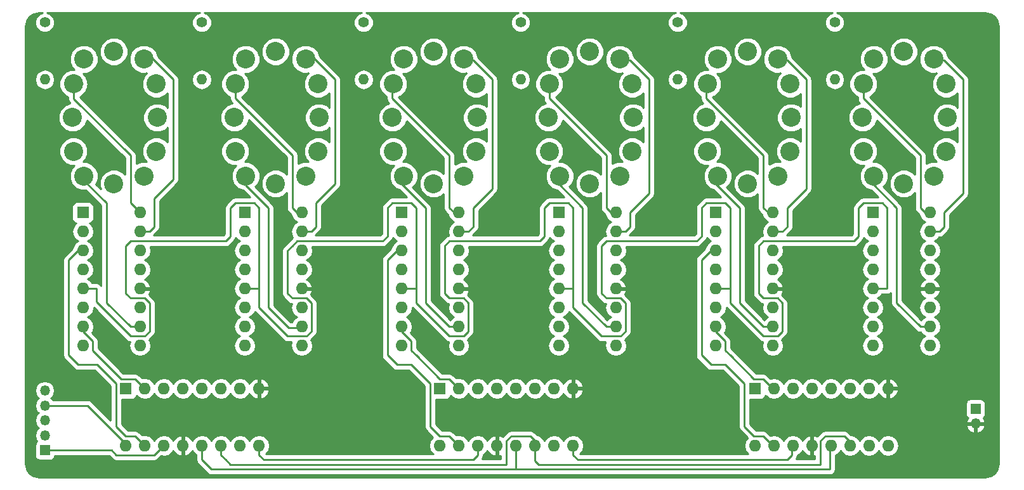
<source format=gbr>
G04 #@! TF.FileFunction,Copper,L2,Bot,Signal*
%FSLAX46Y46*%
G04 Gerber Fmt 4.6, Leading zero omitted, Abs format (unit mm)*
G04 Created by KiCad (PCBNEW 4.0.7) date Sun Oct  1 12:43:17 2017*
%MOMM*%
%LPD*%
G01*
G04 APERTURE LIST*
%ADD10C,0.100000*%
%ADD11R,1.350000X1.350000*%
%ADD12O,1.350000X1.350000*%
%ADD13C,1.400000*%
%ADD14O,1.400000X1.400000*%
%ADD15R,1.600000X1.600000*%
%ADD16O,1.600000X1.600000*%
%ADD17C,2.540000*%
%ADD18C,0.250000*%
%ADD19C,0.254000*%
G04 APERTURE END LIST*
D10*
D11*
X165608000Y-76486000D03*
D12*
X165608000Y-78486000D03*
D11*
X41402000Y-82042000D03*
D12*
X41402000Y-80042000D03*
X41402000Y-78042000D03*
X41402000Y-76042000D03*
X41402000Y-74042000D03*
D13*
X41402000Y-24892000D03*
D14*
X41402000Y-32512000D03*
D13*
X62357000Y-24892000D03*
D14*
X62357000Y-32512000D03*
D13*
X83947000Y-24892000D03*
D14*
X83947000Y-32512000D03*
D13*
X104902000Y-24892000D03*
D14*
X104902000Y-32512000D03*
D13*
X125857000Y-24892000D03*
D14*
X125857000Y-32512000D03*
D13*
X146812000Y-24892000D03*
D14*
X146812000Y-32512000D03*
D15*
X52197000Y-73787000D03*
D16*
X69977000Y-81407000D03*
X54737000Y-73787000D03*
X67437000Y-81407000D03*
X57277000Y-73787000D03*
X64897000Y-81407000D03*
X59817000Y-73787000D03*
X62357000Y-81407000D03*
X62357000Y-73787000D03*
X59817000Y-81407000D03*
X64897000Y-73787000D03*
X57277000Y-81407000D03*
X67437000Y-73787000D03*
X54737000Y-81407000D03*
X69977000Y-73787000D03*
X52197000Y-81407000D03*
D15*
X94107000Y-73787000D03*
D16*
X111887000Y-81407000D03*
X96647000Y-73787000D03*
X109347000Y-81407000D03*
X99187000Y-73787000D03*
X106807000Y-81407000D03*
X101727000Y-73787000D03*
X104267000Y-81407000D03*
X104267000Y-73787000D03*
X101727000Y-81407000D03*
X106807000Y-73787000D03*
X99187000Y-81407000D03*
X109347000Y-73787000D03*
X96647000Y-81407000D03*
X111887000Y-73787000D03*
X94107000Y-81407000D03*
D15*
X136144000Y-73787000D03*
D16*
X153924000Y-81407000D03*
X138684000Y-73787000D03*
X151384000Y-81407000D03*
X141224000Y-73787000D03*
X148844000Y-81407000D03*
X143764000Y-73787000D03*
X146304000Y-81407000D03*
X146304000Y-73787000D03*
X143764000Y-81407000D03*
X148844000Y-73787000D03*
X141224000Y-81407000D03*
X151384000Y-73787000D03*
X138684000Y-81407000D03*
X153924000Y-73787000D03*
X136144000Y-81407000D03*
D15*
X46482000Y-50292000D03*
D16*
X54102000Y-68072000D03*
X46482000Y-52832000D03*
X54102000Y-65532000D03*
X46482000Y-55372000D03*
X54102000Y-62992000D03*
X46482000Y-57912000D03*
X54102000Y-60452000D03*
X46482000Y-60452000D03*
X54102000Y-57912000D03*
X46482000Y-62992000D03*
X54102000Y-55372000D03*
X46482000Y-65532000D03*
X54102000Y-52832000D03*
X46482000Y-68072000D03*
X54102000Y-50292000D03*
D15*
X68072000Y-50292000D03*
D16*
X75692000Y-68072000D03*
X68072000Y-52832000D03*
X75692000Y-65532000D03*
X68072000Y-55372000D03*
X75692000Y-62992000D03*
X68072000Y-57912000D03*
X75692000Y-60452000D03*
X68072000Y-60452000D03*
X75692000Y-57912000D03*
X68072000Y-62992000D03*
X75692000Y-55372000D03*
X68072000Y-65532000D03*
X75692000Y-52832000D03*
X68072000Y-68072000D03*
X75692000Y-50292000D03*
D15*
X89027000Y-50292000D03*
D16*
X96647000Y-68072000D03*
X89027000Y-52832000D03*
X96647000Y-65532000D03*
X89027000Y-55372000D03*
X96647000Y-62992000D03*
X89027000Y-57912000D03*
X96647000Y-60452000D03*
X89027000Y-60452000D03*
X96647000Y-57912000D03*
X89027000Y-62992000D03*
X96647000Y-55372000D03*
X89027000Y-65532000D03*
X96647000Y-52832000D03*
X89027000Y-68072000D03*
X96647000Y-50292000D03*
D15*
X109982000Y-50292000D03*
D16*
X117602000Y-68072000D03*
X109982000Y-52832000D03*
X117602000Y-65532000D03*
X109982000Y-55372000D03*
X117602000Y-62992000D03*
X109982000Y-57912000D03*
X117602000Y-60452000D03*
X109982000Y-60452000D03*
X117602000Y-57912000D03*
X109982000Y-62992000D03*
X117602000Y-55372000D03*
X109982000Y-65532000D03*
X117602000Y-52832000D03*
X109982000Y-68072000D03*
X117602000Y-50292000D03*
D15*
X130937000Y-50292000D03*
D16*
X138557000Y-68072000D03*
X130937000Y-52832000D03*
X138557000Y-65532000D03*
X130937000Y-55372000D03*
X138557000Y-62992000D03*
X130937000Y-57912000D03*
X138557000Y-60452000D03*
X130937000Y-60452000D03*
X138557000Y-57912000D03*
X130937000Y-62992000D03*
X138557000Y-55372000D03*
X130937000Y-65532000D03*
X138557000Y-52832000D03*
X130937000Y-68072000D03*
X138557000Y-50292000D03*
D15*
X151892000Y-50292000D03*
D16*
X159512000Y-68072000D03*
X151892000Y-52832000D03*
X159512000Y-65532000D03*
X151892000Y-55372000D03*
X159512000Y-62992000D03*
X151892000Y-57912000D03*
X159512000Y-60452000D03*
X151892000Y-60452000D03*
X159512000Y-57912000D03*
X151892000Y-62992000D03*
X159512000Y-55372000D03*
X151892000Y-65532000D03*
X159512000Y-52832000D03*
X151892000Y-68072000D03*
X159512000Y-50292000D03*
D17*
X87917020Y-33093660D03*
X97279460Y-29776420D03*
X98963480Y-33093660D03*
X99090480Y-37592000D03*
X98963480Y-42090340D03*
X97279460Y-45407580D03*
X93281500Y-46408340D03*
X89283540Y-45407580D03*
X87917020Y-42090340D03*
X87790020Y-37592000D03*
X89283540Y-29776420D03*
X93281500Y-28775660D03*
X45245020Y-33093660D03*
X54607460Y-29776420D03*
X56291480Y-33093660D03*
X56418480Y-37592000D03*
X56291480Y-42090340D03*
X54607460Y-45407580D03*
X50609500Y-46408340D03*
X46611540Y-45407580D03*
X45245020Y-42090340D03*
X45118020Y-37592000D03*
X46611540Y-29776420D03*
X50609500Y-28775660D03*
X66835020Y-33093660D03*
X76197460Y-29776420D03*
X77881480Y-33093660D03*
X78008480Y-37592000D03*
X77881480Y-42090340D03*
X76197460Y-45407580D03*
X72199500Y-46408340D03*
X68201540Y-45407580D03*
X66835020Y-42090340D03*
X66708020Y-37592000D03*
X68201540Y-29776420D03*
X72199500Y-28775660D03*
X108745020Y-33093660D03*
X118107460Y-29776420D03*
X119791480Y-33093660D03*
X119918480Y-37592000D03*
X119791480Y-42090340D03*
X118107460Y-45407580D03*
X114109500Y-46408340D03*
X110111540Y-45407580D03*
X108745020Y-42090340D03*
X108618020Y-37592000D03*
X110111540Y-29776420D03*
X114109500Y-28775660D03*
X129827020Y-33093660D03*
X139189460Y-29776420D03*
X140873480Y-33093660D03*
X141000480Y-37592000D03*
X140873480Y-42090340D03*
X139189460Y-45407580D03*
X135191500Y-46408340D03*
X131193540Y-45407580D03*
X129827020Y-42090340D03*
X129700020Y-37592000D03*
X131193540Y-29776420D03*
X135191500Y-28775660D03*
X150655020Y-33093660D03*
X160017460Y-29776420D03*
X161701480Y-33093660D03*
X161828480Y-37592000D03*
X161701480Y-42090340D03*
X160017460Y-45407580D03*
X156019500Y-46408340D03*
X152021540Y-45407580D03*
X150655020Y-42090340D03*
X150528020Y-37592000D03*
X152021540Y-29776420D03*
X156019500Y-28775660D03*
D18*
X47269400Y-82042000D02*
X41402000Y-82042000D01*
X47117000Y-82042000D02*
X47269400Y-82042000D01*
X47269400Y-82042000D02*
X50292000Y-82042000D01*
X56007000Y-82677000D02*
X57277000Y-81407000D01*
X50927000Y-82677000D02*
X56007000Y-82677000D01*
X50292000Y-82042000D02*
X50927000Y-82677000D01*
X108077000Y-83947000D02*
X107315000Y-83947000D01*
X148717000Y-80772000D02*
X148082000Y-80137000D01*
X145542000Y-80137000D02*
X148082000Y-80137000D01*
X108077000Y-83947000D02*
X144272000Y-83947000D01*
X144907000Y-80772000D02*
X145542000Y-80137000D01*
X144907000Y-81407000D02*
X144907000Y-80772000D01*
X144907000Y-83947000D02*
X144907000Y-81407000D01*
X144272000Y-83947000D02*
X144907000Y-83947000D01*
X106807000Y-83439000D02*
X106807000Y-81407000D01*
X107315000Y-83947000D02*
X106807000Y-83439000D01*
X148717000Y-80772000D02*
X148717000Y-81407000D01*
X106807000Y-80772000D02*
X106172000Y-80137000D01*
X106807000Y-80772000D02*
X106807000Y-81407000D01*
X64897000Y-82677000D02*
X65532000Y-83312000D01*
X64897000Y-82677000D02*
X64897000Y-81407000D01*
X103632000Y-80137000D02*
X106172000Y-80137000D01*
X65532000Y-83312000D02*
X66167000Y-83947000D01*
X66167000Y-83947000D02*
X102362000Y-83947000D01*
X102997000Y-80772000D02*
X103632000Y-80137000D01*
X102997000Y-81407000D02*
X102997000Y-80772000D01*
X102997000Y-83947000D02*
X102997000Y-81407000D01*
X102362000Y-83947000D02*
X102997000Y-83947000D01*
X105664000Y-84582000D02*
X104140000Y-84582000D01*
X146177000Y-84582000D02*
X146177000Y-81407000D01*
X144907000Y-84582000D02*
X105664000Y-84582000D01*
X105664000Y-84582000D02*
X105537000Y-84582000D01*
X144907000Y-84582000D02*
X146177000Y-84582000D01*
X102997000Y-84582000D02*
X104140000Y-84582000D01*
X62357000Y-81407000D02*
X62357000Y-83312000D01*
X62357000Y-83312000D02*
X63627000Y-84582000D01*
X102997000Y-84582000D02*
X63627000Y-84582000D01*
X104140000Y-84582000D02*
X104267000Y-84582000D01*
X104267000Y-84582000D02*
X104267000Y-81407000D01*
X45245020Y-33093660D02*
X45245020Y-35085020D01*
X52832000Y-49022000D02*
X54102000Y-50292000D01*
X52832000Y-42672000D02*
X52832000Y-49022000D01*
X45245020Y-35085020D02*
X52832000Y-42672000D01*
X45245020Y-33093660D02*
X46428660Y-33093660D01*
X54607460Y-29776420D02*
X55811420Y-29776420D01*
X55811420Y-29776420D02*
X58547000Y-32512000D01*
X55372000Y-52832000D02*
X54102000Y-52832000D01*
X56007000Y-52197000D02*
X55372000Y-52832000D01*
X56007000Y-48387000D02*
X56007000Y-52197000D01*
X58547000Y-45847000D02*
X56007000Y-48387000D01*
X58547000Y-32512000D02*
X58547000Y-45847000D01*
X46611540Y-45407580D02*
X46611540Y-45976540D01*
X46611540Y-45976540D02*
X49657000Y-49022000D01*
X49657000Y-49022000D02*
X49657000Y-62357000D01*
X49657000Y-62357000D02*
X52832000Y-65532000D01*
X52832000Y-65532000D02*
X54102000Y-65532000D01*
X53467000Y-65532000D02*
X54102000Y-65532000D01*
X66835020Y-33093660D02*
X66835020Y-35018980D01*
X74422000Y-49657000D02*
X75057000Y-50292000D01*
X75057000Y-50292000D02*
X75692000Y-50292000D01*
X74422000Y-42605960D02*
X74422000Y-49657000D01*
X66835020Y-35018980D02*
X74422000Y-42605960D01*
X77597000Y-52197000D02*
X76962000Y-52832000D01*
X76962000Y-52832000D02*
X75692000Y-52832000D01*
X77597000Y-49022000D02*
X77597000Y-52197000D01*
X76197460Y-29776420D02*
X77401420Y-29776420D01*
X77401420Y-29776420D02*
X80137000Y-32512000D01*
X80137000Y-32512000D02*
X80137000Y-46482000D01*
X80137000Y-46482000D02*
X77597000Y-49022000D01*
X73914000Y-65659000D02*
X75565000Y-65659000D01*
X75565000Y-65659000D02*
X75692000Y-65532000D01*
X68201540Y-45407580D02*
X68201540Y-46611540D01*
X68201540Y-46611540D02*
X71247000Y-49657000D01*
X71247000Y-49657000D02*
X71247000Y-62992000D01*
X71247000Y-62992000D02*
X73914000Y-65659000D01*
X95377000Y-49657000D02*
X96012000Y-50292000D01*
X96012000Y-50292000D02*
X96647000Y-50292000D01*
X87919560Y-33093660D02*
X87757000Y-33256220D01*
X87757000Y-33256220D02*
X87757000Y-35052000D01*
X87757000Y-35052000D02*
X95377000Y-42672000D01*
X95377000Y-42672000D02*
X95377000Y-49657000D01*
X98552000Y-52197000D02*
X97917000Y-52832000D01*
X96647000Y-52832000D02*
X97917000Y-52832000D01*
X98552000Y-49657000D02*
X98552000Y-52197000D01*
X101092000Y-47117000D02*
X98552000Y-49657000D01*
X101092000Y-46482000D02*
X101092000Y-47117000D01*
X101092000Y-32512000D02*
X101092000Y-46482000D01*
X97282000Y-29776420D02*
X97477580Y-29972000D01*
X97477580Y-29972000D02*
X98552000Y-29972000D01*
X98552000Y-29972000D02*
X101092000Y-32512000D01*
X89286080Y-45407580D02*
X89027000Y-45666660D01*
X89027000Y-45666660D02*
X89027000Y-46482000D01*
X89027000Y-46482000D02*
X92202000Y-49657000D01*
X92202000Y-49657000D02*
X92202000Y-62357000D01*
X92202000Y-62357000D02*
X95377000Y-65532000D01*
X95377000Y-65532000D02*
X96647000Y-65532000D01*
X116332000Y-49657000D02*
X116967000Y-50292000D01*
X116967000Y-50292000D02*
X117602000Y-50292000D01*
X108745020Y-33093660D02*
X108712000Y-33126680D01*
X108712000Y-33126680D02*
X108712000Y-35052000D01*
X108712000Y-35052000D02*
X116332000Y-42672000D01*
X116332000Y-42672000D02*
X116332000Y-49657000D01*
X118107460Y-29776420D02*
X118303040Y-29972000D01*
X118303040Y-29972000D02*
X119507000Y-29972000D01*
X119507000Y-29972000D02*
X122047000Y-32512000D01*
X122047000Y-32512000D02*
X122047000Y-47752000D01*
X122047000Y-47752000D02*
X119507000Y-50292000D01*
X119507000Y-50292000D02*
X119507000Y-52197000D01*
X119507000Y-52197000D02*
X118872000Y-52832000D01*
X118872000Y-52832000D02*
X117602000Y-52832000D01*
X110111540Y-45407580D02*
X109982000Y-45537120D01*
X109982000Y-45537120D02*
X109982000Y-46482000D01*
X109982000Y-46482000D02*
X113157000Y-49657000D01*
X113157000Y-49657000D02*
X113157000Y-62357000D01*
X113157000Y-62357000D02*
X116332000Y-65532000D01*
X116332000Y-65532000D02*
X117602000Y-65532000D01*
X137922000Y-50292000D02*
X138557000Y-50292000D01*
X137287000Y-49657000D02*
X137922000Y-50292000D01*
X137287000Y-42672000D02*
X137287000Y-49657000D01*
X129667000Y-35052000D02*
X137287000Y-42672000D01*
X129667000Y-33256220D02*
X129667000Y-35052000D01*
X129829560Y-33093660D02*
X129667000Y-33256220D01*
X140462000Y-29972000D02*
X143002000Y-32512000D01*
X143002000Y-32512000D02*
X143002000Y-46482000D01*
X143002000Y-46482000D02*
X143002000Y-47117000D01*
X143002000Y-47117000D02*
X140462000Y-49657000D01*
X140462000Y-49657000D02*
X140462000Y-52197000D01*
X139387580Y-29972000D02*
X140462000Y-29972000D01*
X139192000Y-29776420D02*
X139387580Y-29972000D01*
X138557000Y-52832000D02*
X139827000Y-52832000D01*
X140462000Y-52197000D02*
X139827000Y-52832000D01*
X137287000Y-65532000D02*
X138557000Y-65532000D01*
X134112000Y-62357000D02*
X137287000Y-65532000D01*
X134112000Y-49657000D02*
X134112000Y-62357000D01*
X130937000Y-46482000D02*
X134112000Y-49657000D01*
X130937000Y-45666660D02*
X130937000Y-46482000D01*
X131196080Y-45407580D02*
X130937000Y-45666660D01*
X158242000Y-42672000D02*
X158242000Y-49657000D01*
X150622000Y-35052000D02*
X158242000Y-42672000D01*
X150622000Y-33126680D02*
X150622000Y-35052000D01*
X150655020Y-33093660D02*
X150622000Y-33126680D01*
X158877000Y-50292000D02*
X159512000Y-50292000D01*
X158242000Y-49657000D02*
X158877000Y-50292000D01*
X160782000Y-52832000D02*
X159512000Y-52832000D01*
X161417000Y-52197000D02*
X160782000Y-52832000D01*
X161417000Y-50292000D02*
X161417000Y-52197000D01*
X163957000Y-47752000D02*
X161417000Y-50292000D01*
X163957000Y-32512000D02*
X163957000Y-47752000D01*
X161417000Y-29972000D02*
X163957000Y-32512000D01*
X160213040Y-29972000D02*
X161417000Y-29972000D01*
X160017460Y-29776420D02*
X160213040Y-29972000D01*
X158242000Y-65532000D02*
X159512000Y-65532000D01*
X155067000Y-62357000D02*
X158242000Y-65532000D01*
X155067000Y-49657000D02*
X155067000Y-62357000D01*
X151892000Y-46482000D02*
X155067000Y-49657000D01*
X151892000Y-45537120D02*
X151892000Y-46482000D01*
X152021540Y-45407580D02*
X151892000Y-45537120D01*
X99187000Y-82677000D02*
X99187000Y-81407000D01*
X98552000Y-83312000D02*
X99187000Y-82677000D01*
X70612000Y-83312000D02*
X98552000Y-83312000D01*
X69977000Y-81407000D02*
X69977000Y-82677000D01*
X69977000Y-82677000D02*
X70612000Y-83312000D01*
X47752000Y-68707000D02*
X48387000Y-69342000D01*
X53467000Y-72517000D02*
X54737000Y-73787000D01*
X51562000Y-72517000D02*
X53467000Y-72517000D01*
X48387000Y-69342000D02*
X51562000Y-72517000D01*
X46482000Y-65532000D02*
X46482000Y-66167000D01*
X46482000Y-66167000D02*
X47752000Y-67437000D01*
X47752000Y-67437000D02*
X47752000Y-68707000D01*
X67437000Y-73787000D02*
X67437000Y-74422000D01*
X47752000Y-70612000D02*
X48387000Y-70612000D01*
X54737000Y-81407000D02*
X53467000Y-80137000D01*
X52197000Y-80137000D02*
X53467000Y-80137000D01*
X50927000Y-78867000D02*
X52197000Y-80137000D01*
X50927000Y-73152000D02*
X50927000Y-78867000D01*
X48387000Y-70612000D02*
X50927000Y-73152000D01*
X45847000Y-70612000D02*
X47752000Y-70612000D01*
X44577000Y-69342000D02*
X45847000Y-70612000D01*
X44577000Y-56642000D02*
X44577000Y-69342000D01*
X44577000Y-56642000D02*
X45847000Y-55372000D01*
X46482000Y-55372000D02*
X45847000Y-55372000D01*
X111887000Y-81407000D02*
X111887000Y-82677000D01*
X141097000Y-82677000D02*
X141097000Y-81407000D01*
X140462000Y-83312000D02*
X141097000Y-82677000D01*
X112522000Y-83312000D02*
X140462000Y-83312000D01*
X111887000Y-82677000D02*
X112522000Y-83312000D01*
X90297000Y-67437000D02*
X90297000Y-68707000D01*
X90297000Y-68707000D02*
X90932000Y-69342000D01*
X89027000Y-66167000D02*
X90297000Y-67437000D01*
X89027000Y-65532000D02*
X89027000Y-66167000D01*
X90932000Y-69342000D02*
X94107000Y-72517000D01*
X95377000Y-72517000D02*
X96647000Y-73787000D01*
X94107000Y-72517000D02*
X95377000Y-72517000D01*
X92837000Y-78867000D02*
X94107000Y-80137000D01*
X87122000Y-56642000D02*
X87122000Y-69342000D01*
X87122000Y-69342000D02*
X88392000Y-70612000D01*
X88392000Y-70612000D02*
X90297000Y-70612000D01*
X90297000Y-70612000D02*
X92837000Y-73152000D01*
X92837000Y-73152000D02*
X92837000Y-78867000D01*
X88392000Y-55372000D02*
X87122000Y-56642000D01*
X95377000Y-80137000D02*
X96647000Y-81407000D01*
X94107000Y-80137000D02*
X95377000Y-80137000D01*
X89027000Y-55372000D02*
X88392000Y-55372000D01*
X136017000Y-72517000D02*
X137287000Y-72517000D01*
X137287000Y-72517000D02*
X138557000Y-73787000D01*
X132842000Y-69342000D02*
X136017000Y-72517000D01*
X130937000Y-65532000D02*
X130937000Y-66167000D01*
X130937000Y-66167000D02*
X132207000Y-67437000D01*
X132207000Y-68707000D02*
X132842000Y-69342000D01*
X132207000Y-67437000D02*
X132207000Y-68707000D01*
X130937000Y-55372000D02*
X130302000Y-55372000D01*
X136017000Y-80137000D02*
X137287000Y-80137000D01*
X137287000Y-80137000D02*
X138557000Y-81407000D01*
X130302000Y-55372000D02*
X129032000Y-56642000D01*
X134747000Y-73152000D02*
X134747000Y-78867000D01*
X132207000Y-70612000D02*
X134747000Y-73152000D01*
X130302000Y-70612000D02*
X132207000Y-70612000D01*
X129032000Y-69342000D02*
X130302000Y-70612000D01*
X129032000Y-56642000D02*
X129032000Y-69342000D01*
X134747000Y-78867000D02*
X136017000Y-80137000D01*
X47132500Y-76057500D02*
X41417500Y-76057500D01*
X41417500Y-76057500D02*
X41402000Y-76042000D01*
X47117000Y-76042000D02*
X47132500Y-76057500D01*
X47132500Y-76057500D02*
X52197000Y-81122000D01*
X52197000Y-81122000D02*
X52197000Y-81407000D01*
X47752000Y-60452000D02*
X48260000Y-60452000D01*
X48260000Y-62230000D02*
X49022000Y-62992000D01*
X48260000Y-60452000D02*
X48260000Y-62230000D01*
X83312000Y-54102000D02*
X80772000Y-54102000D01*
X69977000Y-61722000D02*
X69977000Y-62992000D01*
X69977000Y-62992000D02*
X70612000Y-63627000D01*
X73787000Y-66802000D02*
X76327000Y-66802000D01*
X76327000Y-66802000D02*
X76962000Y-66167000D01*
X73787000Y-55372000D02*
X74422000Y-54737000D01*
X73787000Y-61087000D02*
X73787000Y-55372000D01*
X76962000Y-66167000D02*
X76962000Y-62992000D01*
X70612000Y-63627000D02*
X73787000Y-66802000D01*
X69977000Y-61722000D02*
X69977000Y-60452000D01*
X74422000Y-61722000D02*
X75692000Y-61722000D01*
X75692000Y-61722000D02*
X76327000Y-61722000D01*
X76327000Y-61722000D02*
X76962000Y-62357000D01*
X76962000Y-62357000D02*
X76962000Y-62992000D01*
X73787000Y-61087000D02*
X74422000Y-61722000D01*
X75057000Y-54102000D02*
X76327000Y-54102000D01*
X76327000Y-54102000D02*
X77597000Y-54102000D01*
X77597000Y-54102000D02*
X79502000Y-54102000D01*
X79502000Y-54102000D02*
X80772000Y-54102000D01*
X74422000Y-54737000D02*
X75057000Y-54102000D01*
X153797000Y-60452000D02*
X151892000Y-60452000D01*
X153797000Y-49657000D02*
X153797000Y-60452000D01*
X153162000Y-49022000D02*
X153797000Y-49657000D01*
X151257000Y-49022000D02*
X153162000Y-49022000D01*
X150622000Y-49022000D02*
X151257000Y-49022000D01*
X149987000Y-49657000D02*
X149987000Y-53467000D01*
X150622000Y-49022000D02*
X149987000Y-49657000D01*
X149987000Y-53467000D02*
X149352000Y-54102000D01*
X129032000Y-53467000D02*
X129032000Y-49657000D01*
X129032000Y-49657000D02*
X129667000Y-49022000D01*
X129667000Y-49022000D02*
X131572000Y-49022000D01*
X131572000Y-49022000D02*
X132207000Y-49022000D01*
X132842000Y-49657000D02*
X132842000Y-60452000D01*
X132842000Y-60452000D02*
X130937000Y-60452000D01*
X125222000Y-54102000D02*
X128397000Y-54102000D01*
X124587000Y-54102000D02*
X125222000Y-54102000D01*
X132207000Y-49022000D02*
X132842000Y-49657000D01*
X129032000Y-53467000D02*
X128397000Y-54102000D01*
X132842000Y-60452000D02*
X132842000Y-61087000D01*
X125222000Y-54102000D02*
X122682000Y-54102000D01*
X136652000Y-61087000D02*
X136652000Y-54737000D01*
X136652000Y-54737000D02*
X136652000Y-61087000D01*
X136652000Y-61087000D02*
X136652000Y-54737000D01*
X139192000Y-61722000D02*
X137287000Y-61722000D01*
X139827000Y-62357000D02*
X139192000Y-61722000D01*
X139827000Y-66167000D02*
X139827000Y-62357000D01*
X137287000Y-61722000D02*
X136652000Y-61087000D01*
X139827000Y-54102000D02*
X149352000Y-54102000D01*
X139192000Y-54102000D02*
X139827000Y-54102000D01*
X137287000Y-54102000D02*
X136652000Y-54737000D01*
X139827000Y-54102000D02*
X137287000Y-54102000D01*
X139192000Y-66802000D02*
X139827000Y-66167000D01*
X137287000Y-66802000D02*
X139192000Y-66802000D01*
X132842000Y-62357000D02*
X137287000Y-66802000D01*
X132842000Y-61087000D02*
X132842000Y-62357000D01*
X90932000Y-61087000D02*
X90932000Y-62357000D01*
X90932000Y-62357000D02*
X95377000Y-66802000D01*
X95377000Y-66802000D02*
X97282000Y-66802000D01*
X97282000Y-66802000D02*
X97917000Y-66167000D01*
X97917000Y-54102000D02*
X95377000Y-54102000D01*
X95377000Y-54102000D02*
X94742000Y-54737000D01*
X97282000Y-54102000D02*
X97917000Y-54102000D01*
X97917000Y-54102000D02*
X107442000Y-54102000D01*
X95377000Y-61722000D02*
X94742000Y-61087000D01*
X97917000Y-66167000D02*
X97917000Y-62357000D01*
X97917000Y-62357000D02*
X97282000Y-61722000D01*
X97282000Y-61722000D02*
X95377000Y-61722000D01*
X94742000Y-61087000D02*
X94742000Y-54737000D01*
X94742000Y-54737000D02*
X94742000Y-61087000D01*
X94742000Y-61087000D02*
X94742000Y-54737000D01*
X90932000Y-60452000D02*
X90932000Y-61087000D01*
X87122000Y-53467000D02*
X86487000Y-54102000D01*
X90297000Y-49022000D02*
X90932000Y-49657000D01*
X82677000Y-54102000D02*
X83312000Y-54102000D01*
X83312000Y-54102000D02*
X86487000Y-54102000D01*
X90932000Y-60452000D02*
X89027000Y-60452000D01*
X90932000Y-49657000D02*
X90932000Y-60452000D01*
X89662000Y-49022000D02*
X90297000Y-49022000D01*
X87757000Y-49022000D02*
X89662000Y-49022000D01*
X87122000Y-49657000D02*
X87757000Y-49022000D01*
X87122000Y-53467000D02*
X87122000Y-49657000D01*
X115697000Y-66802000D02*
X116332000Y-66802000D01*
X116332000Y-66802000D02*
X118237000Y-66802000D01*
X118237000Y-66802000D02*
X118872000Y-66167000D01*
X116332000Y-54102000D02*
X122682000Y-54102000D01*
X118872000Y-66167000D02*
X118872000Y-62357000D01*
X118872000Y-62357000D02*
X118237000Y-61722000D01*
X118237000Y-61722000D02*
X116967000Y-61722000D01*
X116967000Y-61722000D02*
X116332000Y-61722000D01*
X116332000Y-61722000D02*
X115697000Y-61087000D01*
X115697000Y-61087000D02*
X115697000Y-55372000D01*
X115697000Y-55372000D02*
X115697000Y-54737000D01*
X115697000Y-54737000D02*
X116332000Y-54102000D01*
X111887000Y-62357000D02*
X111887000Y-62992000D01*
X111887000Y-62992000D02*
X115697000Y-66802000D01*
X111887000Y-61722000D02*
X111887000Y-62357000D01*
X111887000Y-61087000D02*
X111887000Y-61722000D01*
X111887000Y-60452000D02*
X111887000Y-61087000D01*
X108077000Y-53467000D02*
X107442000Y-54102000D01*
X108712000Y-49022000D02*
X108077000Y-49657000D01*
X108077000Y-49657000D02*
X108077000Y-53467000D01*
X108712000Y-49022000D02*
X109347000Y-49022000D01*
X109347000Y-49022000D02*
X111252000Y-49022000D01*
X111252000Y-49022000D02*
X111887000Y-49657000D01*
X111887000Y-49657000D02*
X111887000Y-60452000D01*
X111887000Y-60452000D02*
X109982000Y-60452000D01*
X52832000Y-54102000D02*
X54737000Y-54102000D01*
X49022000Y-62992000D02*
X52832000Y-66802000D01*
X52832000Y-66802000D02*
X54737000Y-66802000D01*
X54737000Y-66802000D02*
X55372000Y-66167000D01*
X55372000Y-66167000D02*
X55372000Y-62357000D01*
X55372000Y-62357000D02*
X54737000Y-61722000D01*
X54737000Y-61722000D02*
X52832000Y-61722000D01*
X52197000Y-61087000D02*
X52197000Y-54737000D01*
X52197000Y-54737000D02*
X52832000Y-54102000D01*
X54737000Y-54102000D02*
X65532000Y-54102000D01*
X65532000Y-54102000D02*
X66167000Y-53467000D01*
X66167000Y-53467000D02*
X66167000Y-50292000D01*
X69977000Y-50292000D02*
X69977000Y-59817000D01*
X69977000Y-59817000D02*
X69977000Y-60452000D01*
X66167000Y-49657000D02*
X66802000Y-49022000D01*
X66802000Y-49022000D02*
X68707000Y-49022000D01*
X68707000Y-49022000D02*
X69342000Y-49022000D01*
X69342000Y-49022000D02*
X69977000Y-49657000D01*
X69977000Y-49657000D02*
X69977000Y-50292000D01*
X66167000Y-50292000D02*
X66167000Y-49657000D01*
X52832000Y-61722000D02*
X52197000Y-61087000D01*
X46482000Y-60452000D02*
X47752000Y-60452000D01*
X68072000Y-60452000D02*
X69977000Y-60452000D01*
D19*
G36*
X40646771Y-23759582D02*
X40270902Y-24134796D01*
X40067232Y-24625287D01*
X40066769Y-25156383D01*
X40269582Y-25647229D01*
X40644796Y-26023098D01*
X41135287Y-26226768D01*
X41666383Y-26227231D01*
X42157229Y-26024418D01*
X42533098Y-25649204D01*
X42736768Y-25158713D01*
X42737231Y-24627617D01*
X42534418Y-24136771D01*
X42159204Y-23760902D01*
X41699462Y-23570000D01*
X62060595Y-23570000D01*
X61601771Y-23759582D01*
X61225902Y-24134796D01*
X61022232Y-24625287D01*
X61021769Y-25156383D01*
X61224582Y-25647229D01*
X61599796Y-26023098D01*
X62090287Y-26226768D01*
X62621383Y-26227231D01*
X63112229Y-26024418D01*
X63488098Y-25649204D01*
X63691768Y-25158713D01*
X63692231Y-24627617D01*
X63489418Y-24136771D01*
X63114204Y-23760902D01*
X62654462Y-23570000D01*
X83650595Y-23570000D01*
X83191771Y-23759582D01*
X82815902Y-24134796D01*
X82612232Y-24625287D01*
X82611769Y-25156383D01*
X82814582Y-25647229D01*
X83189796Y-26023098D01*
X83680287Y-26226768D01*
X84211383Y-26227231D01*
X84702229Y-26024418D01*
X85078098Y-25649204D01*
X85281768Y-25158713D01*
X85282231Y-24627617D01*
X85079418Y-24136771D01*
X84704204Y-23760902D01*
X84244462Y-23570000D01*
X104605595Y-23570000D01*
X104146771Y-23759582D01*
X103770902Y-24134796D01*
X103567232Y-24625287D01*
X103566769Y-25156383D01*
X103769582Y-25647229D01*
X104144796Y-26023098D01*
X104635287Y-26226768D01*
X105166383Y-26227231D01*
X105657229Y-26024418D01*
X106033098Y-25649204D01*
X106236768Y-25158713D01*
X106237231Y-24627617D01*
X106034418Y-24136771D01*
X105659204Y-23760902D01*
X105199462Y-23570000D01*
X125560595Y-23570000D01*
X125101771Y-23759582D01*
X124725902Y-24134796D01*
X124522232Y-24625287D01*
X124521769Y-25156383D01*
X124724582Y-25647229D01*
X125099796Y-26023098D01*
X125590287Y-26226768D01*
X126121383Y-26227231D01*
X126612229Y-26024418D01*
X126988098Y-25649204D01*
X127191768Y-25158713D01*
X127192231Y-24627617D01*
X126989418Y-24136771D01*
X126614204Y-23760902D01*
X126154462Y-23570000D01*
X146515595Y-23570000D01*
X146056771Y-23759582D01*
X145680902Y-24134796D01*
X145477232Y-24625287D01*
X145476769Y-25156383D01*
X145679582Y-25647229D01*
X146054796Y-26023098D01*
X146545287Y-26226768D01*
X147076383Y-26227231D01*
X147567229Y-26024418D01*
X147943098Y-25649204D01*
X148146768Y-25158713D01*
X148147231Y-24627617D01*
X147944418Y-24136771D01*
X147569204Y-23760902D01*
X147109462Y-23570000D01*
X166808069Y-23570000D01*
X167572989Y-23722152D01*
X168162170Y-24115830D01*
X168555848Y-24705011D01*
X168708000Y-25469931D01*
X168708000Y-83750069D01*
X168555848Y-84514989D01*
X168162170Y-85104170D01*
X167572989Y-85497848D01*
X166808069Y-85650000D01*
X40709931Y-85650000D01*
X39945011Y-85497848D01*
X39355830Y-85104170D01*
X38962152Y-84514989D01*
X38810000Y-83750069D01*
X38810000Y-74042000D01*
X40066336Y-74042000D01*
X40166054Y-74543315D01*
X40450026Y-74968310D01*
X40560311Y-75042000D01*
X40450026Y-75115690D01*
X40166054Y-75540685D01*
X40066336Y-76042000D01*
X40166054Y-76543315D01*
X40450026Y-76968310D01*
X40560311Y-77042000D01*
X40450026Y-77115690D01*
X40166054Y-77540685D01*
X40066336Y-78042000D01*
X40166054Y-78543315D01*
X40450026Y-78968310D01*
X40560311Y-79042000D01*
X40450026Y-79115690D01*
X40166054Y-79540685D01*
X40066336Y-80042000D01*
X40166054Y-80543315D01*
X40367008Y-80844064D01*
X40275559Y-80902910D01*
X40130569Y-81115110D01*
X40079560Y-81367000D01*
X40079560Y-82717000D01*
X40123838Y-82952317D01*
X40262910Y-83168441D01*
X40475110Y-83313431D01*
X40727000Y-83364440D01*
X42077000Y-83364440D01*
X42312317Y-83320162D01*
X42528441Y-83181090D01*
X42673431Y-82968890D01*
X42707227Y-82802000D01*
X49977198Y-82802000D01*
X50389599Y-83214401D01*
X50636161Y-83379148D01*
X50927000Y-83437000D01*
X56007000Y-83437000D01*
X56297839Y-83379148D01*
X56544401Y-83214401D01*
X56953114Y-82805688D01*
X57277000Y-82870113D01*
X57826151Y-82760880D01*
X58291698Y-82449811D01*
X58561986Y-82045297D01*
X58664611Y-82262134D01*
X59079577Y-82638041D01*
X59467961Y-82798904D01*
X59690000Y-82676915D01*
X59690000Y-81534000D01*
X59670000Y-81534000D01*
X59670000Y-81280000D01*
X59690000Y-81280000D01*
X59690000Y-80137085D01*
X59467961Y-80015096D01*
X59079577Y-80175959D01*
X58664611Y-80551866D01*
X58561986Y-80768703D01*
X58291698Y-80364189D01*
X57826151Y-80053120D01*
X57277000Y-79943887D01*
X56727849Y-80053120D01*
X56262302Y-80364189D01*
X56007000Y-80746275D01*
X55751698Y-80364189D01*
X55286151Y-80053120D01*
X54737000Y-79943887D01*
X54413114Y-80008312D01*
X54004401Y-79599599D01*
X53757839Y-79434852D01*
X53467000Y-79377000D01*
X52511802Y-79377000D01*
X51687000Y-78552198D01*
X51687000Y-75234440D01*
X52997000Y-75234440D01*
X53232317Y-75190162D01*
X53448441Y-75051090D01*
X53593431Y-74838890D01*
X53624815Y-74683911D01*
X53722302Y-74829811D01*
X54187849Y-75140880D01*
X54737000Y-75250113D01*
X55286151Y-75140880D01*
X55751698Y-74829811D01*
X56007000Y-74447725D01*
X56262302Y-74829811D01*
X56727849Y-75140880D01*
X57277000Y-75250113D01*
X57826151Y-75140880D01*
X58291698Y-74829811D01*
X58547000Y-74447725D01*
X58802302Y-74829811D01*
X59267849Y-75140880D01*
X59817000Y-75250113D01*
X60366151Y-75140880D01*
X60831698Y-74829811D01*
X61087000Y-74447725D01*
X61342302Y-74829811D01*
X61807849Y-75140880D01*
X62357000Y-75250113D01*
X62906151Y-75140880D01*
X63371698Y-74829811D01*
X63627000Y-74447725D01*
X63882302Y-74829811D01*
X64347849Y-75140880D01*
X64897000Y-75250113D01*
X65446151Y-75140880D01*
X65911698Y-74829811D01*
X66167000Y-74447725D01*
X66422302Y-74829811D01*
X66887849Y-75140880D01*
X67437000Y-75250113D01*
X67986151Y-75140880D01*
X68451698Y-74829811D01*
X68721986Y-74425297D01*
X68824611Y-74642134D01*
X69239577Y-75018041D01*
X69627961Y-75178904D01*
X69850000Y-75056915D01*
X69850000Y-73914000D01*
X70104000Y-73914000D01*
X70104000Y-75056915D01*
X70326039Y-75178904D01*
X70714423Y-75018041D01*
X71129389Y-74642134D01*
X71368914Y-74136041D01*
X71247629Y-73914000D01*
X70104000Y-73914000D01*
X69850000Y-73914000D01*
X69830000Y-73914000D01*
X69830000Y-73660000D01*
X69850000Y-73660000D01*
X69850000Y-72517085D01*
X70104000Y-72517085D01*
X70104000Y-73660000D01*
X71247629Y-73660000D01*
X71368914Y-73437959D01*
X71129389Y-72931866D01*
X70714423Y-72555959D01*
X70326039Y-72395096D01*
X70104000Y-72517085D01*
X69850000Y-72517085D01*
X69627961Y-72395096D01*
X69239577Y-72555959D01*
X68824611Y-72931866D01*
X68721986Y-73148703D01*
X68451698Y-72744189D01*
X67986151Y-72433120D01*
X67437000Y-72323887D01*
X66887849Y-72433120D01*
X66422302Y-72744189D01*
X66167000Y-73126275D01*
X65911698Y-72744189D01*
X65446151Y-72433120D01*
X64897000Y-72323887D01*
X64347849Y-72433120D01*
X63882302Y-72744189D01*
X63627000Y-73126275D01*
X63371698Y-72744189D01*
X62906151Y-72433120D01*
X62357000Y-72323887D01*
X61807849Y-72433120D01*
X61342302Y-72744189D01*
X61087000Y-73126275D01*
X60831698Y-72744189D01*
X60366151Y-72433120D01*
X59817000Y-72323887D01*
X59267849Y-72433120D01*
X58802302Y-72744189D01*
X58547000Y-73126275D01*
X58291698Y-72744189D01*
X57826151Y-72433120D01*
X57277000Y-72323887D01*
X56727849Y-72433120D01*
X56262302Y-72744189D01*
X56007000Y-73126275D01*
X55751698Y-72744189D01*
X55286151Y-72433120D01*
X54737000Y-72323887D01*
X54413114Y-72388312D01*
X54004401Y-71979599D01*
X53757839Y-71814852D01*
X53467000Y-71757000D01*
X51876802Y-71757000D01*
X48512000Y-68392198D01*
X48512000Y-67437000D01*
X48454148Y-67146161D01*
X48454148Y-67146160D01*
X48289401Y-66899599D01*
X47689711Y-66299909D01*
X47835880Y-66081151D01*
X47945113Y-65532000D01*
X47835880Y-64982849D01*
X47524811Y-64517302D01*
X47142725Y-64262000D01*
X47524811Y-64006698D01*
X47835880Y-63541151D01*
X47945113Y-62992000D01*
X47944595Y-62989397D01*
X52294599Y-67339401D01*
X52541161Y-67504148D01*
X52743821Y-67544460D01*
X52638887Y-68072000D01*
X52748120Y-68621151D01*
X53059189Y-69086698D01*
X53524736Y-69397767D01*
X54073887Y-69507000D01*
X54130113Y-69507000D01*
X54679264Y-69397767D01*
X55144811Y-69086698D01*
X55455880Y-68621151D01*
X55565113Y-68072000D01*
X55455880Y-67522849D01*
X55309711Y-67304091D01*
X55909401Y-66704401D01*
X56074148Y-66457839D01*
X56132000Y-66167000D01*
X56132000Y-62357000D01*
X56074148Y-62066161D01*
X55909401Y-61819599D01*
X55307462Y-61217660D01*
X55333041Y-61189423D01*
X55493904Y-60801039D01*
X55371915Y-60579000D01*
X54229000Y-60579000D01*
X54229000Y-60599000D01*
X53975000Y-60599000D01*
X53975000Y-60579000D01*
X53955000Y-60579000D01*
X53955000Y-60325000D01*
X53975000Y-60325000D01*
X53975000Y-60305000D01*
X54229000Y-60305000D01*
X54229000Y-60325000D01*
X55371915Y-60325000D01*
X55493904Y-60102961D01*
X55333041Y-59714577D01*
X54957134Y-59299611D01*
X54740297Y-59196986D01*
X55144811Y-58926698D01*
X55455880Y-58461151D01*
X55565113Y-57912000D01*
X55455880Y-57362849D01*
X55144811Y-56897302D01*
X54762725Y-56642000D01*
X55144811Y-56386698D01*
X55455880Y-55921151D01*
X55565113Y-55372000D01*
X55463668Y-54862000D01*
X65532000Y-54862000D01*
X65822839Y-54804148D01*
X66069401Y-54639401D01*
X66704401Y-54004401D01*
X66869148Y-53757839D01*
X66892241Y-53641742D01*
X67029189Y-53846698D01*
X67411275Y-54102000D01*
X67029189Y-54357302D01*
X66718120Y-54822849D01*
X66608887Y-55372000D01*
X66718120Y-55921151D01*
X67029189Y-56386698D01*
X67411275Y-56642000D01*
X67029189Y-56897302D01*
X66718120Y-57362849D01*
X66608887Y-57912000D01*
X66718120Y-58461151D01*
X67029189Y-58926698D01*
X67411275Y-59182000D01*
X67029189Y-59437302D01*
X66718120Y-59902849D01*
X66608887Y-60452000D01*
X66718120Y-61001151D01*
X67029189Y-61466698D01*
X67411275Y-61722000D01*
X67029189Y-61977302D01*
X66718120Y-62442849D01*
X66608887Y-62992000D01*
X66718120Y-63541151D01*
X67029189Y-64006698D01*
X67411275Y-64262000D01*
X67029189Y-64517302D01*
X66718120Y-64982849D01*
X66608887Y-65532000D01*
X66718120Y-66081151D01*
X67029189Y-66546698D01*
X67411275Y-66802000D01*
X67029189Y-67057302D01*
X66718120Y-67522849D01*
X66608887Y-68072000D01*
X66718120Y-68621151D01*
X67029189Y-69086698D01*
X67494736Y-69397767D01*
X68043887Y-69507000D01*
X68100113Y-69507000D01*
X68649264Y-69397767D01*
X69114811Y-69086698D01*
X69425880Y-68621151D01*
X69535113Y-68072000D01*
X69425880Y-67522849D01*
X69114811Y-67057302D01*
X68732725Y-66802000D01*
X69114811Y-66546698D01*
X69425880Y-66081151D01*
X69535113Y-65532000D01*
X69425880Y-64982849D01*
X69114811Y-64517302D01*
X68732725Y-64262000D01*
X69114811Y-64006698D01*
X69425880Y-63541151D01*
X69430828Y-63516275D01*
X69439599Y-63529401D01*
X73249599Y-67339401D01*
X73496161Y-67504148D01*
X73787000Y-67562000D01*
X74330332Y-67562000D01*
X74228887Y-68072000D01*
X74338120Y-68621151D01*
X74649189Y-69086698D01*
X75114736Y-69397767D01*
X75663887Y-69507000D01*
X75720113Y-69507000D01*
X76269264Y-69397767D01*
X76734811Y-69086698D01*
X77045880Y-68621151D01*
X77155113Y-68072000D01*
X77045880Y-67522849D01*
X76899711Y-67304091D01*
X77499401Y-66704401D01*
X77664148Y-66457839D01*
X77722000Y-66167000D01*
X77722000Y-62357000D01*
X77664148Y-62066161D01*
X77499401Y-61819599D01*
X76897462Y-61217660D01*
X76923041Y-61189423D01*
X77083904Y-60801039D01*
X76961915Y-60579000D01*
X75819000Y-60579000D01*
X75819000Y-60599000D01*
X75565000Y-60599000D01*
X75565000Y-60579000D01*
X75545000Y-60579000D01*
X75545000Y-60325000D01*
X75565000Y-60325000D01*
X75565000Y-60305000D01*
X75819000Y-60305000D01*
X75819000Y-60325000D01*
X76961915Y-60325000D01*
X77083904Y-60102961D01*
X76923041Y-59714577D01*
X76547134Y-59299611D01*
X76330297Y-59196986D01*
X76734811Y-58926698D01*
X77045880Y-58461151D01*
X77155113Y-57912000D01*
X77045880Y-57362849D01*
X76734811Y-56897302D01*
X76352725Y-56642000D01*
X76734811Y-56386698D01*
X77045880Y-55921151D01*
X77155113Y-55372000D01*
X77053668Y-54862000D01*
X86487000Y-54862000D01*
X86777839Y-54804148D01*
X87024401Y-54639401D01*
X87659401Y-54004401D01*
X87824148Y-53757839D01*
X87847241Y-53641742D01*
X87984189Y-53846698D01*
X88366275Y-54102000D01*
X87984189Y-54357302D01*
X87673120Y-54822849D01*
X87625141Y-55064057D01*
X86584599Y-56104599D01*
X86419852Y-56351161D01*
X86362000Y-56642000D01*
X86362000Y-69342000D01*
X86419852Y-69632839D01*
X86584599Y-69879401D01*
X87854599Y-71149401D01*
X88101160Y-71314148D01*
X88392000Y-71372000D01*
X89982198Y-71372000D01*
X92077000Y-73466802D01*
X92077000Y-78867000D01*
X92134852Y-79157839D01*
X92299599Y-79404401D01*
X93192462Y-80297264D01*
X93092302Y-80364189D01*
X92781233Y-80829736D01*
X92672000Y-81378887D01*
X92672000Y-81435113D01*
X92781233Y-81984264D01*
X93092302Y-82449811D01*
X93245238Y-82552000D01*
X70926802Y-82552000D01*
X70891538Y-82516736D01*
X70991698Y-82449811D01*
X71302767Y-81984264D01*
X71412000Y-81435113D01*
X71412000Y-81378887D01*
X71302767Y-80829736D01*
X70991698Y-80364189D01*
X70526151Y-80053120D01*
X69977000Y-79943887D01*
X69427849Y-80053120D01*
X68962302Y-80364189D01*
X68707000Y-80746275D01*
X68451698Y-80364189D01*
X67986151Y-80053120D01*
X67437000Y-79943887D01*
X66887849Y-80053120D01*
X66422302Y-80364189D01*
X66167000Y-80746275D01*
X65911698Y-80364189D01*
X65446151Y-80053120D01*
X64897000Y-79943887D01*
X64347849Y-80053120D01*
X63882302Y-80364189D01*
X63627000Y-80746275D01*
X63371698Y-80364189D01*
X62906151Y-80053120D01*
X62357000Y-79943887D01*
X61807849Y-80053120D01*
X61342302Y-80364189D01*
X61072014Y-80768703D01*
X60969389Y-80551866D01*
X60554423Y-80175959D01*
X60166039Y-80015096D01*
X59944000Y-80137085D01*
X59944000Y-81280000D01*
X59964000Y-81280000D01*
X59964000Y-81534000D01*
X59944000Y-81534000D01*
X59944000Y-82676915D01*
X60166039Y-82798904D01*
X60554423Y-82638041D01*
X60969389Y-82262134D01*
X61072014Y-82045297D01*
X61342302Y-82449811D01*
X61597000Y-82619995D01*
X61597000Y-83312000D01*
X61654852Y-83602839D01*
X61819599Y-83849401D01*
X63089599Y-85119401D01*
X63336160Y-85284148D01*
X63627000Y-85342000D01*
X146177000Y-85342000D01*
X146467839Y-85284148D01*
X146714401Y-85119401D01*
X146879148Y-84872839D01*
X146937000Y-84582000D01*
X146937000Y-82704854D01*
X147318698Y-82449811D01*
X147574000Y-82067725D01*
X147829302Y-82449811D01*
X148294849Y-82760880D01*
X148844000Y-82870113D01*
X149393151Y-82760880D01*
X149858698Y-82449811D01*
X150114000Y-82067725D01*
X150369302Y-82449811D01*
X150834849Y-82760880D01*
X151384000Y-82870113D01*
X151933151Y-82760880D01*
X152398698Y-82449811D01*
X152654000Y-82067725D01*
X152909302Y-82449811D01*
X153374849Y-82760880D01*
X153924000Y-82870113D01*
X154473151Y-82760880D01*
X154938698Y-82449811D01*
X155249767Y-81984264D01*
X155359000Y-81435113D01*
X155359000Y-81378887D01*
X155249767Y-80829736D01*
X154938698Y-80364189D01*
X154473151Y-80053120D01*
X153924000Y-79943887D01*
X153374849Y-80053120D01*
X152909302Y-80364189D01*
X152654000Y-80746275D01*
X152398698Y-80364189D01*
X151933151Y-80053120D01*
X151384000Y-79943887D01*
X150834849Y-80053120D01*
X150369302Y-80364189D01*
X150114000Y-80746275D01*
X149858698Y-80364189D01*
X149393151Y-80053120D01*
X148993408Y-79973606D01*
X148619401Y-79599599D01*
X148372839Y-79434852D01*
X148082000Y-79377000D01*
X145542000Y-79377000D01*
X145251161Y-79434852D01*
X145004599Y-79599599D01*
X144449673Y-80154525D01*
X144113039Y-80015096D01*
X143891000Y-80137085D01*
X143891000Y-81280000D01*
X143911000Y-81280000D01*
X143911000Y-81534000D01*
X143891000Y-81534000D01*
X143891000Y-82676915D01*
X144113039Y-82798904D01*
X144147000Y-82784838D01*
X144147000Y-83187000D01*
X141652710Y-83187000D01*
X141799148Y-82967839D01*
X141850610Y-82709123D01*
X142238698Y-82449811D01*
X142508986Y-82045297D01*
X142611611Y-82262134D01*
X143026577Y-82638041D01*
X143414961Y-82798904D01*
X143637000Y-82676915D01*
X143637000Y-81534000D01*
X143617000Y-81534000D01*
X143617000Y-81280000D01*
X143637000Y-81280000D01*
X143637000Y-80137085D01*
X143414961Y-80015096D01*
X143026577Y-80175959D01*
X142611611Y-80551866D01*
X142508986Y-80768703D01*
X142238698Y-80364189D01*
X141773151Y-80053120D01*
X141224000Y-79943887D01*
X140674849Y-80053120D01*
X140209302Y-80364189D01*
X139954000Y-80746275D01*
X139698698Y-80364189D01*
X139233151Y-80053120D01*
X138684000Y-79943887D01*
X138254185Y-80029383D01*
X137824401Y-79599599D01*
X137577839Y-79434852D01*
X137287000Y-79377000D01*
X136331802Y-79377000D01*
X135770202Y-78815400D01*
X164340090Y-78815400D01*
X164478522Y-79149633D01*
X164818460Y-79531349D01*
X165278598Y-79753920D01*
X165481000Y-79631090D01*
X165481000Y-78613000D01*
X165735000Y-78613000D01*
X165735000Y-79631090D01*
X165937402Y-79753920D01*
X166397540Y-79531349D01*
X166737478Y-79149633D01*
X166875910Y-78815400D01*
X166752224Y-78613000D01*
X165735000Y-78613000D01*
X165481000Y-78613000D01*
X164463776Y-78613000D01*
X164340090Y-78815400D01*
X135770202Y-78815400D01*
X135507000Y-78552198D01*
X135507000Y-75811000D01*
X164285560Y-75811000D01*
X164285560Y-77161000D01*
X164329838Y-77396317D01*
X164468910Y-77612441D01*
X164591113Y-77695939D01*
X164478522Y-77822367D01*
X164340090Y-78156600D01*
X164463776Y-78359000D01*
X165481000Y-78359000D01*
X165481000Y-78339000D01*
X165735000Y-78339000D01*
X165735000Y-78359000D01*
X166752224Y-78359000D01*
X166875910Y-78156600D01*
X166737478Y-77822367D01*
X166624687Y-77695715D01*
X166734441Y-77625090D01*
X166879431Y-77412890D01*
X166930440Y-77161000D01*
X166930440Y-75811000D01*
X166886162Y-75575683D01*
X166747090Y-75359559D01*
X166534890Y-75214569D01*
X166283000Y-75163560D01*
X164933000Y-75163560D01*
X164697683Y-75207838D01*
X164481559Y-75346910D01*
X164336569Y-75559110D01*
X164285560Y-75811000D01*
X135507000Y-75811000D01*
X135507000Y-75234440D01*
X136944000Y-75234440D01*
X137179317Y-75190162D01*
X137395441Y-75051090D01*
X137540431Y-74838890D01*
X137571815Y-74683911D01*
X137669302Y-74829811D01*
X138134849Y-75140880D01*
X138684000Y-75250113D01*
X139233151Y-75140880D01*
X139698698Y-74829811D01*
X139954000Y-74447725D01*
X140209302Y-74829811D01*
X140674849Y-75140880D01*
X141224000Y-75250113D01*
X141773151Y-75140880D01*
X142238698Y-74829811D01*
X142494000Y-74447725D01*
X142749302Y-74829811D01*
X143214849Y-75140880D01*
X143764000Y-75250113D01*
X144313151Y-75140880D01*
X144778698Y-74829811D01*
X145034000Y-74447725D01*
X145289302Y-74829811D01*
X145754849Y-75140880D01*
X146304000Y-75250113D01*
X146853151Y-75140880D01*
X147318698Y-74829811D01*
X147574000Y-74447725D01*
X147829302Y-74829811D01*
X148294849Y-75140880D01*
X148844000Y-75250113D01*
X149393151Y-75140880D01*
X149858698Y-74829811D01*
X150114000Y-74447725D01*
X150369302Y-74829811D01*
X150834849Y-75140880D01*
X151384000Y-75250113D01*
X151933151Y-75140880D01*
X152398698Y-74829811D01*
X152668986Y-74425297D01*
X152771611Y-74642134D01*
X153186577Y-75018041D01*
X153574961Y-75178904D01*
X153797000Y-75056915D01*
X153797000Y-73914000D01*
X154051000Y-73914000D01*
X154051000Y-75056915D01*
X154273039Y-75178904D01*
X154661423Y-75018041D01*
X155076389Y-74642134D01*
X155315914Y-74136041D01*
X155194629Y-73914000D01*
X154051000Y-73914000D01*
X153797000Y-73914000D01*
X153777000Y-73914000D01*
X153777000Y-73660000D01*
X153797000Y-73660000D01*
X153797000Y-72517085D01*
X154051000Y-72517085D01*
X154051000Y-73660000D01*
X155194629Y-73660000D01*
X155315914Y-73437959D01*
X155076389Y-72931866D01*
X154661423Y-72555959D01*
X154273039Y-72395096D01*
X154051000Y-72517085D01*
X153797000Y-72517085D01*
X153574961Y-72395096D01*
X153186577Y-72555959D01*
X152771611Y-72931866D01*
X152668986Y-73148703D01*
X152398698Y-72744189D01*
X151933151Y-72433120D01*
X151384000Y-72323887D01*
X150834849Y-72433120D01*
X150369302Y-72744189D01*
X150114000Y-73126275D01*
X149858698Y-72744189D01*
X149393151Y-72433120D01*
X148844000Y-72323887D01*
X148294849Y-72433120D01*
X147829302Y-72744189D01*
X147574000Y-73126275D01*
X147318698Y-72744189D01*
X146853151Y-72433120D01*
X146304000Y-72323887D01*
X145754849Y-72433120D01*
X145289302Y-72744189D01*
X145034000Y-73126275D01*
X144778698Y-72744189D01*
X144313151Y-72433120D01*
X143764000Y-72323887D01*
X143214849Y-72433120D01*
X142749302Y-72744189D01*
X142494000Y-73126275D01*
X142238698Y-72744189D01*
X141773151Y-72433120D01*
X141224000Y-72323887D01*
X140674849Y-72433120D01*
X140209302Y-72744189D01*
X139954000Y-73126275D01*
X139698698Y-72744189D01*
X139233151Y-72433120D01*
X138684000Y-72323887D01*
X138254185Y-72409383D01*
X137824401Y-71979599D01*
X137577839Y-71814852D01*
X137287000Y-71757000D01*
X136331802Y-71757000D01*
X132967000Y-68392198D01*
X132967000Y-67437000D01*
X132909148Y-67146161D01*
X132909148Y-67146160D01*
X132744401Y-66899599D01*
X132144711Y-66299909D01*
X132290880Y-66081151D01*
X132400113Y-65532000D01*
X132290880Y-64982849D01*
X131979811Y-64517302D01*
X131597725Y-64262000D01*
X131979811Y-64006698D01*
X132290880Y-63541151D01*
X132400113Y-62992000D01*
X132399595Y-62989397D01*
X136749599Y-67339401D01*
X136996160Y-67504148D01*
X137198821Y-67544460D01*
X137093887Y-68072000D01*
X137203120Y-68621151D01*
X137514189Y-69086698D01*
X137979736Y-69397767D01*
X138528887Y-69507000D01*
X138585113Y-69507000D01*
X139134264Y-69397767D01*
X139599811Y-69086698D01*
X139910880Y-68621151D01*
X140020113Y-68072000D01*
X139910880Y-67522849D01*
X139764711Y-67304091D01*
X140364401Y-66704401D01*
X140529148Y-66457839D01*
X140587000Y-66167000D01*
X140587000Y-62357000D01*
X140529148Y-62066161D01*
X140364401Y-61819599D01*
X139762462Y-61217660D01*
X139788041Y-61189423D01*
X139948904Y-60801039D01*
X139826915Y-60579000D01*
X138684000Y-60579000D01*
X138684000Y-60599000D01*
X138430000Y-60599000D01*
X138430000Y-60579000D01*
X138410000Y-60579000D01*
X138410000Y-60325000D01*
X138430000Y-60325000D01*
X138430000Y-60305000D01*
X138684000Y-60305000D01*
X138684000Y-60325000D01*
X139826915Y-60325000D01*
X139948904Y-60102961D01*
X139788041Y-59714577D01*
X139412134Y-59299611D01*
X139195297Y-59196986D01*
X139599811Y-58926698D01*
X139910880Y-58461151D01*
X140020113Y-57912000D01*
X139910880Y-57362849D01*
X139599811Y-56897302D01*
X139217725Y-56642000D01*
X139599811Y-56386698D01*
X139910880Y-55921151D01*
X140020113Y-55372000D01*
X139918668Y-54862000D01*
X149352000Y-54862000D01*
X149642839Y-54804148D01*
X149889401Y-54639401D01*
X150524401Y-54004401D01*
X150689148Y-53757839D01*
X150712241Y-53641742D01*
X150849189Y-53846698D01*
X151231275Y-54102000D01*
X150849189Y-54357302D01*
X150538120Y-54822849D01*
X150428887Y-55372000D01*
X150538120Y-55921151D01*
X150849189Y-56386698D01*
X151231275Y-56642000D01*
X150849189Y-56897302D01*
X150538120Y-57362849D01*
X150428887Y-57912000D01*
X150538120Y-58461151D01*
X150849189Y-58926698D01*
X151231275Y-59182000D01*
X150849189Y-59437302D01*
X150538120Y-59902849D01*
X150428887Y-60452000D01*
X150538120Y-61001151D01*
X150849189Y-61466698D01*
X151231275Y-61722000D01*
X150849189Y-61977302D01*
X150538120Y-62442849D01*
X150428887Y-62992000D01*
X150538120Y-63541151D01*
X150849189Y-64006698D01*
X151231275Y-64262000D01*
X150849189Y-64517302D01*
X150538120Y-64982849D01*
X150428887Y-65532000D01*
X150538120Y-66081151D01*
X150849189Y-66546698D01*
X151231275Y-66802000D01*
X150849189Y-67057302D01*
X150538120Y-67522849D01*
X150428887Y-68072000D01*
X150538120Y-68621151D01*
X150849189Y-69086698D01*
X151314736Y-69397767D01*
X151863887Y-69507000D01*
X151920113Y-69507000D01*
X152469264Y-69397767D01*
X152934811Y-69086698D01*
X153245880Y-68621151D01*
X153355113Y-68072000D01*
X153245880Y-67522849D01*
X152934811Y-67057302D01*
X152552725Y-66802000D01*
X152934811Y-66546698D01*
X153245880Y-66081151D01*
X153355113Y-65532000D01*
X153245880Y-64982849D01*
X152934811Y-64517302D01*
X152552725Y-64262000D01*
X152934811Y-64006698D01*
X153245880Y-63541151D01*
X153355113Y-62992000D01*
X153245880Y-62442849D01*
X152934811Y-61977302D01*
X152552725Y-61722000D01*
X152934811Y-61466698D01*
X153104995Y-61212000D01*
X153797000Y-61212000D01*
X154087839Y-61154148D01*
X154307000Y-61007710D01*
X154307000Y-62357000D01*
X154364852Y-62647839D01*
X154529599Y-62894401D01*
X157704599Y-66069401D01*
X157951161Y-66234148D01*
X158242000Y-66292000D01*
X158299005Y-66292000D01*
X158469189Y-66546698D01*
X158851275Y-66802000D01*
X158469189Y-67057302D01*
X158158120Y-67522849D01*
X158048887Y-68072000D01*
X158158120Y-68621151D01*
X158469189Y-69086698D01*
X158934736Y-69397767D01*
X159483887Y-69507000D01*
X159540113Y-69507000D01*
X160089264Y-69397767D01*
X160554811Y-69086698D01*
X160865880Y-68621151D01*
X160975113Y-68072000D01*
X160865880Y-67522849D01*
X160554811Y-67057302D01*
X160172725Y-66802000D01*
X160554811Y-66546698D01*
X160865880Y-66081151D01*
X160975113Y-65532000D01*
X160865880Y-64982849D01*
X160554811Y-64517302D01*
X160172725Y-64262000D01*
X160554811Y-64006698D01*
X160865880Y-63541151D01*
X160975113Y-62992000D01*
X160865880Y-62442849D01*
X160554811Y-61977302D01*
X160150297Y-61707014D01*
X160367134Y-61604389D01*
X160743041Y-61189423D01*
X160903904Y-60801039D01*
X160781915Y-60579000D01*
X159639000Y-60579000D01*
X159639000Y-60599000D01*
X159385000Y-60599000D01*
X159385000Y-60579000D01*
X158242085Y-60579000D01*
X158120096Y-60801039D01*
X158280959Y-61189423D01*
X158656866Y-61604389D01*
X158873703Y-61707014D01*
X158469189Y-61977302D01*
X158158120Y-62442849D01*
X158048887Y-62992000D01*
X158158120Y-63541151D01*
X158469189Y-64006698D01*
X158851275Y-64262000D01*
X158469189Y-64517302D01*
X158402264Y-64617462D01*
X155827000Y-62042198D01*
X155827000Y-49657000D01*
X155769148Y-49366161D01*
X155604401Y-49119599D01*
X153303944Y-46819142D01*
X153635579Y-46488085D01*
X153926208Y-45788170D01*
X153926870Y-45030315D01*
X153637462Y-44329894D01*
X153102045Y-43793541D01*
X152402130Y-43502912D01*
X151936819Y-43502506D01*
X152269059Y-43170845D01*
X152559688Y-42470930D01*
X152560350Y-41713075D01*
X152270942Y-41012654D01*
X151735525Y-40476301D01*
X151035610Y-40185672D01*
X150277755Y-40185010D01*
X149577334Y-40474418D01*
X149040981Y-41009835D01*
X148750352Y-41709750D01*
X148749690Y-42467605D01*
X149039098Y-43168026D01*
X149574515Y-43704379D01*
X150274430Y-43995008D01*
X150739741Y-43995414D01*
X150407501Y-44327075D01*
X150116872Y-45026990D01*
X150116210Y-45784845D01*
X150405618Y-46485266D01*
X150941035Y-47021619D01*
X151640950Y-47312248D01*
X151647452Y-47312254D01*
X152597198Y-48262000D01*
X150622000Y-48262000D01*
X150331161Y-48319852D01*
X150084599Y-48484599D01*
X149449599Y-49119599D01*
X149284852Y-49366161D01*
X149227000Y-49657000D01*
X149227000Y-53152198D01*
X149037198Y-53342000D01*
X140391802Y-53342000D01*
X140999401Y-52734401D01*
X141164148Y-52487839D01*
X141222000Y-52197000D01*
X141222000Y-49971802D01*
X143539401Y-47654401D01*
X143704148Y-47407840D01*
X143723162Y-47312248D01*
X143762000Y-47117000D01*
X143762000Y-37969265D01*
X148622690Y-37969265D01*
X148912098Y-38669686D01*
X149447515Y-39206039D01*
X150147430Y-39496668D01*
X150905285Y-39497330D01*
X151605706Y-39207922D01*
X152142059Y-38672505D01*
X152432688Y-37972590D01*
X152432719Y-37937521D01*
X157482000Y-42986802D01*
X157482000Y-45176964D01*
X157100005Y-44794301D01*
X156400090Y-44503672D01*
X155642235Y-44503010D01*
X154941814Y-44792418D01*
X154405461Y-45327835D01*
X154114832Y-46027750D01*
X154114170Y-46785605D01*
X154403578Y-47486026D01*
X154938995Y-48022379D01*
X155638910Y-48313008D01*
X156396765Y-48313670D01*
X157097186Y-48024262D01*
X157482000Y-47640120D01*
X157482000Y-49657000D01*
X157539852Y-49947839D01*
X157704599Y-50194401D01*
X158110141Y-50599943D01*
X158158120Y-50841151D01*
X158469189Y-51306698D01*
X158851275Y-51562000D01*
X158469189Y-51817302D01*
X158158120Y-52282849D01*
X158048887Y-52832000D01*
X158158120Y-53381151D01*
X158469189Y-53846698D01*
X158851275Y-54102000D01*
X158469189Y-54357302D01*
X158158120Y-54822849D01*
X158048887Y-55372000D01*
X158158120Y-55921151D01*
X158469189Y-56386698D01*
X158851275Y-56642000D01*
X158469189Y-56897302D01*
X158158120Y-57362849D01*
X158048887Y-57912000D01*
X158158120Y-58461151D01*
X158469189Y-58926698D01*
X158873703Y-59196986D01*
X158656866Y-59299611D01*
X158280959Y-59714577D01*
X158120096Y-60102961D01*
X158242085Y-60325000D01*
X159385000Y-60325000D01*
X159385000Y-60305000D01*
X159639000Y-60305000D01*
X159639000Y-60325000D01*
X160781915Y-60325000D01*
X160903904Y-60102961D01*
X160743041Y-59714577D01*
X160367134Y-59299611D01*
X160150297Y-59196986D01*
X160554811Y-58926698D01*
X160865880Y-58461151D01*
X160975113Y-57912000D01*
X160865880Y-57362849D01*
X160554811Y-56897302D01*
X160172725Y-56642000D01*
X160554811Y-56386698D01*
X160865880Y-55921151D01*
X160975113Y-55372000D01*
X160865880Y-54822849D01*
X160554811Y-54357302D01*
X160172725Y-54102000D01*
X160554811Y-53846698D01*
X160724995Y-53592000D01*
X160782000Y-53592000D01*
X161072839Y-53534148D01*
X161319401Y-53369401D01*
X161954401Y-52734401D01*
X162119148Y-52487839D01*
X162177000Y-52197000D01*
X162177000Y-50606802D01*
X164494401Y-48289401D01*
X164659148Y-48042840D01*
X164668746Y-47994586D01*
X164717000Y-47752000D01*
X164717000Y-32512000D01*
X164659148Y-32221161D01*
X164659148Y-32221160D01*
X164494401Y-31974599D01*
X161954401Y-29434599D01*
X161922777Y-29413469D01*
X161922790Y-29399155D01*
X161633382Y-28698734D01*
X161097965Y-28162381D01*
X160398050Y-27871752D01*
X159640195Y-27871090D01*
X158939774Y-28160498D01*
X158403421Y-28695915D01*
X158112792Y-29395830D01*
X158112130Y-30153685D01*
X158401538Y-30854106D01*
X158936955Y-31390459D01*
X159636870Y-31681088D01*
X160394725Y-31681750D01*
X160436870Y-31664336D01*
X160087441Y-32013155D01*
X159796812Y-32713070D01*
X159796150Y-33470925D01*
X160085558Y-34171346D01*
X160620975Y-34707699D01*
X161320890Y-34998328D01*
X162078745Y-34998990D01*
X162779166Y-34709582D01*
X163197000Y-34292477D01*
X163197000Y-36266479D01*
X162908985Y-35977961D01*
X162209070Y-35687332D01*
X161451215Y-35686670D01*
X160750794Y-35976078D01*
X160214441Y-36511495D01*
X159923812Y-37211410D01*
X159923150Y-37969265D01*
X160212558Y-38669686D01*
X160747975Y-39206039D01*
X161447890Y-39496668D01*
X162205745Y-39497330D01*
X162906166Y-39207922D01*
X163197000Y-38917596D01*
X163197000Y-40892042D01*
X162781985Y-40476301D01*
X162082070Y-40185672D01*
X161324215Y-40185010D01*
X160623794Y-40474418D01*
X160087441Y-41009835D01*
X159796812Y-41709750D01*
X159796150Y-42467605D01*
X160085558Y-43168026D01*
X160435300Y-43518380D01*
X160398050Y-43502912D01*
X159640195Y-43502250D01*
X159002000Y-43765947D01*
X159002000Y-42672000D01*
X158944148Y-42381161D01*
X158944148Y-42381160D01*
X158779401Y-42134599D01*
X151464998Y-34820196D01*
X151732706Y-34709582D01*
X152269059Y-34174165D01*
X152559688Y-33474250D01*
X152560350Y-32716395D01*
X152270942Y-32015974D01*
X151936898Y-31681347D01*
X152398805Y-31681750D01*
X153099226Y-31392342D01*
X153635579Y-30856925D01*
X153926208Y-30157010D01*
X153926870Y-29399155D01*
X153825130Y-29152925D01*
X154114170Y-29152925D01*
X154403578Y-29853346D01*
X154938995Y-30389699D01*
X155638910Y-30680328D01*
X156396765Y-30680990D01*
X157097186Y-30391582D01*
X157633539Y-29856165D01*
X157924168Y-29156250D01*
X157924830Y-28398395D01*
X157635422Y-27697974D01*
X157100005Y-27161621D01*
X156400090Y-26870992D01*
X155642235Y-26870330D01*
X154941814Y-27159738D01*
X154405461Y-27695155D01*
X154114832Y-28395070D01*
X154114170Y-29152925D01*
X153825130Y-29152925D01*
X153637462Y-28698734D01*
X153102045Y-28162381D01*
X152402130Y-27871752D01*
X151644275Y-27871090D01*
X150943854Y-28160498D01*
X150407501Y-28695915D01*
X150116872Y-29395830D01*
X150116210Y-30153685D01*
X150405618Y-30854106D01*
X150739662Y-31188733D01*
X150277755Y-31188330D01*
X149577334Y-31477738D01*
X149040981Y-32013155D01*
X148750352Y-32713070D01*
X148749690Y-33470925D01*
X149039098Y-34171346D01*
X149574515Y-34707699D01*
X149862000Y-34827073D01*
X149862000Y-35052000D01*
X149919852Y-35342839D01*
X150084599Y-35589401D01*
X150181895Y-35686697D01*
X150150755Y-35686670D01*
X149450334Y-35976078D01*
X148913981Y-36511495D01*
X148623352Y-37211410D01*
X148622690Y-37969265D01*
X143762000Y-37969265D01*
X143762000Y-32512000D01*
X143756798Y-32485846D01*
X145477000Y-32485846D01*
X145477000Y-32538154D01*
X145578621Y-33049036D01*
X145868012Y-33482142D01*
X146301118Y-33771533D01*
X146812000Y-33873154D01*
X147322882Y-33771533D01*
X147755988Y-33482142D01*
X148045379Y-33049036D01*
X148147000Y-32538154D01*
X148147000Y-32485846D01*
X148045379Y-31974964D01*
X147755988Y-31541858D01*
X147322882Y-31252467D01*
X146812000Y-31150846D01*
X146301118Y-31252467D01*
X145868012Y-31541858D01*
X145578621Y-31974964D01*
X145477000Y-32485846D01*
X143756798Y-32485846D01*
X143704148Y-32221161D01*
X143704148Y-32221160D01*
X143539401Y-31974599D01*
X141094676Y-29529874D01*
X141094790Y-29399155D01*
X140805382Y-28698734D01*
X140269965Y-28162381D01*
X139570050Y-27871752D01*
X138812195Y-27871090D01*
X138111774Y-28160498D01*
X137575421Y-28695915D01*
X137284792Y-29395830D01*
X137284130Y-30153685D01*
X137573538Y-30854106D01*
X138108955Y-31390459D01*
X138808870Y-31681088D01*
X139566725Y-31681750D01*
X139608870Y-31664336D01*
X139259441Y-32013155D01*
X138968812Y-32713070D01*
X138968150Y-33470925D01*
X139257558Y-34171346D01*
X139792975Y-34707699D01*
X140492890Y-34998328D01*
X141250745Y-34998990D01*
X141951166Y-34709582D01*
X142242000Y-34419256D01*
X142242000Y-36139257D01*
X142080985Y-35977961D01*
X141381070Y-35687332D01*
X140623215Y-35686670D01*
X139922794Y-35976078D01*
X139386441Y-36511495D01*
X139095812Y-37211410D01*
X139095150Y-37969265D01*
X139384558Y-38669686D01*
X139919975Y-39206039D01*
X140619890Y-39496668D01*
X141377745Y-39497330D01*
X142078166Y-39207922D01*
X142242000Y-39044374D01*
X142242000Y-40764819D01*
X141953985Y-40476301D01*
X141254070Y-40185672D01*
X140496215Y-40185010D01*
X139795794Y-40474418D01*
X139259441Y-41009835D01*
X138968812Y-41709750D01*
X138968150Y-42467605D01*
X139257558Y-43168026D01*
X139607300Y-43518380D01*
X139570050Y-43502912D01*
X138812195Y-43502250D01*
X138111774Y-43791658D01*
X138047000Y-43856319D01*
X138047000Y-42672000D01*
X137989148Y-42381161D01*
X137989148Y-42381160D01*
X137824401Y-42134599D01*
X130547131Y-34857329D01*
X130904706Y-34709582D01*
X131441059Y-34174165D01*
X131731688Y-33474250D01*
X131732350Y-32716395D01*
X131442942Y-32015974D01*
X131108898Y-31681347D01*
X131570805Y-31681750D01*
X132271226Y-31392342D01*
X132807579Y-30856925D01*
X133098208Y-30157010D01*
X133098870Y-29399155D01*
X132997130Y-29152925D01*
X133286170Y-29152925D01*
X133575578Y-29853346D01*
X134110995Y-30389699D01*
X134810910Y-30680328D01*
X135568765Y-30680990D01*
X136269186Y-30391582D01*
X136805539Y-29856165D01*
X137096168Y-29156250D01*
X137096830Y-28398395D01*
X136807422Y-27697974D01*
X136272005Y-27161621D01*
X135572090Y-26870992D01*
X134814235Y-26870330D01*
X134113814Y-27159738D01*
X133577461Y-27695155D01*
X133286832Y-28395070D01*
X133286170Y-29152925D01*
X132997130Y-29152925D01*
X132809462Y-28698734D01*
X132274045Y-28162381D01*
X131574130Y-27871752D01*
X130816275Y-27871090D01*
X130115854Y-28160498D01*
X129579501Y-28695915D01*
X129288872Y-29395830D01*
X129288210Y-30153685D01*
X129577618Y-30854106D01*
X129911662Y-31188733D01*
X129449755Y-31188330D01*
X128749334Y-31477738D01*
X128212981Y-32013155D01*
X127922352Y-32713070D01*
X127921690Y-33470925D01*
X128211098Y-34171346D01*
X128746515Y-34707699D01*
X128907000Y-34774338D01*
X128907000Y-35052000D01*
X128964852Y-35342839D01*
X129129599Y-35589401D01*
X129254904Y-35714706D01*
X128622334Y-35976078D01*
X128085981Y-36511495D01*
X127795352Y-37211410D01*
X127794690Y-37969265D01*
X128084098Y-38669686D01*
X128619515Y-39206039D01*
X129319430Y-39496668D01*
X130077285Y-39497330D01*
X130777706Y-39207922D01*
X131314059Y-38672505D01*
X131577724Y-38037526D01*
X136527000Y-42986802D01*
X136527000Y-45049742D01*
X136272005Y-44794301D01*
X135572090Y-44503672D01*
X134814235Y-44503010D01*
X134113814Y-44792418D01*
X133577461Y-45327835D01*
X133286832Y-46027750D01*
X133286170Y-46785605D01*
X133575578Y-47486026D01*
X134110995Y-48022379D01*
X134810910Y-48313008D01*
X135568765Y-48313670D01*
X136269186Y-48024262D01*
X136527000Y-47766898D01*
X136527000Y-49657000D01*
X136584852Y-49947839D01*
X136749599Y-50194401D01*
X137155141Y-50599943D01*
X137203120Y-50841151D01*
X137514189Y-51306698D01*
X137896275Y-51562000D01*
X137514189Y-51817302D01*
X137203120Y-52282849D01*
X137093887Y-52832000D01*
X137198821Y-53359540D01*
X136996161Y-53399852D01*
X136749599Y-53564599D01*
X136114599Y-54199599D01*
X135949852Y-54446161D01*
X135892000Y-54737000D01*
X135892000Y-61087000D01*
X135949852Y-61377839D01*
X136114599Y-61624401D01*
X136749599Y-62259401D01*
X136996161Y-62424148D01*
X137198821Y-62464460D01*
X137093887Y-62992000D01*
X137203120Y-63541151D01*
X137514189Y-64006698D01*
X137896275Y-64262000D01*
X137514189Y-64517302D01*
X137447264Y-64617462D01*
X134872000Y-62042198D01*
X134872000Y-49657000D01*
X134814148Y-49366161D01*
X134649401Y-49119599D01*
X132412388Y-46882586D01*
X132807579Y-46488085D01*
X133098208Y-45788170D01*
X133098870Y-45030315D01*
X132809462Y-44329894D01*
X132274045Y-43793541D01*
X131574130Y-43502912D01*
X131108819Y-43502506D01*
X131441059Y-43170845D01*
X131731688Y-42470930D01*
X131732350Y-41713075D01*
X131442942Y-41012654D01*
X130907525Y-40476301D01*
X130207610Y-40185672D01*
X129449755Y-40185010D01*
X128749334Y-40474418D01*
X128212981Y-41009835D01*
X127922352Y-41709750D01*
X127921690Y-42467605D01*
X128211098Y-43168026D01*
X128746515Y-43704379D01*
X129446430Y-43995008D01*
X129911741Y-43995414D01*
X129579501Y-44327075D01*
X129288872Y-45026990D01*
X129288210Y-45784845D01*
X129577618Y-46485266D01*
X130113035Y-47021619D01*
X130606878Y-47226680D01*
X131642198Y-48262000D01*
X129667000Y-48262000D01*
X129376161Y-48319852D01*
X129129599Y-48484599D01*
X128494599Y-49119599D01*
X128329852Y-49366161D01*
X128272000Y-49657000D01*
X128272000Y-53152198D01*
X128082198Y-53342000D01*
X119436802Y-53342000D01*
X120044401Y-52734401D01*
X120209148Y-52487839D01*
X120267000Y-52197000D01*
X120267000Y-50606802D01*
X122584401Y-48289401D01*
X122749148Y-48042840D01*
X122758746Y-47994586D01*
X122807000Y-47752000D01*
X122807000Y-32512000D01*
X122801798Y-32485846D01*
X124522000Y-32485846D01*
X124522000Y-32538154D01*
X124623621Y-33049036D01*
X124913012Y-33482142D01*
X125346118Y-33771533D01*
X125857000Y-33873154D01*
X126367882Y-33771533D01*
X126800988Y-33482142D01*
X127090379Y-33049036D01*
X127192000Y-32538154D01*
X127192000Y-32485846D01*
X127090379Y-31974964D01*
X126800988Y-31541858D01*
X126367882Y-31252467D01*
X125857000Y-31150846D01*
X125346118Y-31252467D01*
X124913012Y-31541858D01*
X124623621Y-31974964D01*
X124522000Y-32485846D01*
X122801798Y-32485846D01*
X122749148Y-32221161D01*
X122749148Y-32221160D01*
X122584401Y-31974599D01*
X120044401Y-29434599D01*
X120012777Y-29413469D01*
X120012790Y-29399155D01*
X119723382Y-28698734D01*
X119187965Y-28162381D01*
X118488050Y-27871752D01*
X117730195Y-27871090D01*
X117029774Y-28160498D01*
X116493421Y-28695915D01*
X116202792Y-29395830D01*
X116202130Y-30153685D01*
X116491538Y-30854106D01*
X117026955Y-31390459D01*
X117726870Y-31681088D01*
X118484725Y-31681750D01*
X118526870Y-31664336D01*
X118177441Y-32013155D01*
X117886812Y-32713070D01*
X117886150Y-33470925D01*
X118175558Y-34171346D01*
X118710975Y-34707699D01*
X119410890Y-34998328D01*
X120168745Y-34998990D01*
X120869166Y-34709582D01*
X121287000Y-34292477D01*
X121287000Y-36266479D01*
X120998985Y-35977961D01*
X120299070Y-35687332D01*
X119541215Y-35686670D01*
X118840794Y-35976078D01*
X118304441Y-36511495D01*
X118013812Y-37211410D01*
X118013150Y-37969265D01*
X118302558Y-38669686D01*
X118837975Y-39206039D01*
X119537890Y-39496668D01*
X120295745Y-39497330D01*
X120996166Y-39207922D01*
X121287000Y-38917596D01*
X121287000Y-40892042D01*
X120871985Y-40476301D01*
X120172070Y-40185672D01*
X119414215Y-40185010D01*
X118713794Y-40474418D01*
X118177441Y-41009835D01*
X117886812Y-41709750D01*
X117886150Y-42467605D01*
X118175558Y-43168026D01*
X118525300Y-43518380D01*
X118488050Y-43502912D01*
X117730195Y-43502250D01*
X117092000Y-43765947D01*
X117092000Y-42672000D01*
X117034148Y-42381161D01*
X117034148Y-42381160D01*
X116869401Y-42134599D01*
X109554998Y-34820196D01*
X109822706Y-34709582D01*
X110359059Y-34174165D01*
X110649688Y-33474250D01*
X110650350Y-32716395D01*
X110360942Y-32015974D01*
X110026898Y-31681347D01*
X110488805Y-31681750D01*
X111189226Y-31392342D01*
X111725579Y-30856925D01*
X112016208Y-30157010D01*
X112016870Y-29399155D01*
X111915130Y-29152925D01*
X112204170Y-29152925D01*
X112493578Y-29853346D01*
X113028995Y-30389699D01*
X113728910Y-30680328D01*
X114486765Y-30680990D01*
X115187186Y-30391582D01*
X115723539Y-29856165D01*
X116014168Y-29156250D01*
X116014830Y-28398395D01*
X115725422Y-27697974D01*
X115190005Y-27161621D01*
X114490090Y-26870992D01*
X113732235Y-26870330D01*
X113031814Y-27159738D01*
X112495461Y-27695155D01*
X112204832Y-28395070D01*
X112204170Y-29152925D01*
X111915130Y-29152925D01*
X111727462Y-28698734D01*
X111192045Y-28162381D01*
X110492130Y-27871752D01*
X109734275Y-27871090D01*
X109033854Y-28160498D01*
X108497501Y-28695915D01*
X108206872Y-29395830D01*
X108206210Y-30153685D01*
X108495618Y-30854106D01*
X108829662Y-31188733D01*
X108367755Y-31188330D01*
X107667334Y-31477738D01*
X107130981Y-32013155D01*
X106840352Y-32713070D01*
X106839690Y-33470925D01*
X107129098Y-34171346D01*
X107664515Y-34707699D01*
X107952000Y-34827073D01*
X107952000Y-35052000D01*
X108009852Y-35342839D01*
X108174599Y-35589401D01*
X108271895Y-35686697D01*
X108240755Y-35686670D01*
X107540334Y-35976078D01*
X107003981Y-36511495D01*
X106713352Y-37211410D01*
X106712690Y-37969265D01*
X107002098Y-38669686D01*
X107537515Y-39206039D01*
X108237430Y-39496668D01*
X108995285Y-39497330D01*
X109695706Y-39207922D01*
X110232059Y-38672505D01*
X110522688Y-37972590D01*
X110522719Y-37937521D01*
X115572000Y-42986802D01*
X115572000Y-45176964D01*
X115190005Y-44794301D01*
X114490090Y-44503672D01*
X113732235Y-44503010D01*
X113031814Y-44792418D01*
X112495461Y-45327835D01*
X112204832Y-46027750D01*
X112204170Y-46785605D01*
X112493578Y-47486026D01*
X113028995Y-48022379D01*
X113728910Y-48313008D01*
X114486765Y-48313670D01*
X115187186Y-48024262D01*
X115572000Y-47640120D01*
X115572000Y-49657000D01*
X115629852Y-49947839D01*
X115794599Y-50194401D01*
X116200141Y-50599943D01*
X116248120Y-50841151D01*
X116559189Y-51306698D01*
X116941275Y-51562000D01*
X116559189Y-51817302D01*
X116248120Y-52282849D01*
X116138887Y-52832000D01*
X116243821Y-53359540D01*
X116041161Y-53399852D01*
X115794599Y-53564599D01*
X115159599Y-54199599D01*
X114994852Y-54446161D01*
X114937000Y-54737000D01*
X114937000Y-61087000D01*
X114994852Y-61377839D01*
X115159599Y-61624401D01*
X115794599Y-62259401D01*
X116041161Y-62424148D01*
X116243821Y-62464460D01*
X116138887Y-62992000D01*
X116248120Y-63541151D01*
X116559189Y-64006698D01*
X116941275Y-64262000D01*
X116559189Y-64517302D01*
X116492264Y-64617462D01*
X113917000Y-62042198D01*
X113917000Y-49657000D01*
X113859148Y-49366161D01*
X113694401Y-49119599D01*
X111393944Y-46819142D01*
X111725579Y-46488085D01*
X112016208Y-45788170D01*
X112016870Y-45030315D01*
X111727462Y-44329894D01*
X111192045Y-43793541D01*
X110492130Y-43502912D01*
X110026819Y-43502506D01*
X110359059Y-43170845D01*
X110649688Y-42470930D01*
X110650350Y-41713075D01*
X110360942Y-41012654D01*
X109825525Y-40476301D01*
X109125610Y-40185672D01*
X108367755Y-40185010D01*
X107667334Y-40474418D01*
X107130981Y-41009835D01*
X106840352Y-41709750D01*
X106839690Y-42467605D01*
X107129098Y-43168026D01*
X107664515Y-43704379D01*
X108364430Y-43995008D01*
X108829741Y-43995414D01*
X108497501Y-44327075D01*
X108206872Y-45026990D01*
X108206210Y-45784845D01*
X108495618Y-46485266D01*
X109031035Y-47021619D01*
X109730950Y-47312248D01*
X109737452Y-47312254D01*
X110687198Y-48262000D01*
X108712000Y-48262000D01*
X108421161Y-48319852D01*
X108174599Y-48484599D01*
X107539599Y-49119599D01*
X107374852Y-49366161D01*
X107317000Y-49657000D01*
X107317000Y-53152198D01*
X107127198Y-53342000D01*
X98481802Y-53342000D01*
X99089401Y-52734401D01*
X99254148Y-52487839D01*
X99312000Y-52197000D01*
X99312000Y-49971802D01*
X101629401Y-47654401D01*
X101794148Y-47407840D01*
X101813162Y-47312248D01*
X101852000Y-47117000D01*
X101852000Y-32512000D01*
X101846798Y-32485846D01*
X103567000Y-32485846D01*
X103567000Y-32538154D01*
X103668621Y-33049036D01*
X103958012Y-33482142D01*
X104391118Y-33771533D01*
X104902000Y-33873154D01*
X105412882Y-33771533D01*
X105845988Y-33482142D01*
X106135379Y-33049036D01*
X106237000Y-32538154D01*
X106237000Y-32485846D01*
X106135379Y-31974964D01*
X105845988Y-31541858D01*
X105412882Y-31252467D01*
X104902000Y-31150846D01*
X104391118Y-31252467D01*
X103958012Y-31541858D01*
X103668621Y-31974964D01*
X103567000Y-32485846D01*
X101846798Y-32485846D01*
X101794148Y-32221161D01*
X101794148Y-32221160D01*
X101629401Y-31974599D01*
X99184676Y-29529874D01*
X99184790Y-29399155D01*
X98895382Y-28698734D01*
X98359965Y-28162381D01*
X97660050Y-27871752D01*
X96902195Y-27871090D01*
X96201774Y-28160498D01*
X95665421Y-28695915D01*
X95374792Y-29395830D01*
X95374130Y-30153685D01*
X95663538Y-30854106D01*
X96198955Y-31390459D01*
X96898870Y-31681088D01*
X97656725Y-31681750D01*
X97698870Y-31664336D01*
X97349441Y-32013155D01*
X97058812Y-32713070D01*
X97058150Y-33470925D01*
X97347558Y-34171346D01*
X97882975Y-34707699D01*
X98582890Y-34998328D01*
X99340745Y-34998990D01*
X100041166Y-34709582D01*
X100332000Y-34419256D01*
X100332000Y-36139257D01*
X100170985Y-35977961D01*
X99471070Y-35687332D01*
X98713215Y-35686670D01*
X98012794Y-35976078D01*
X97476441Y-36511495D01*
X97185812Y-37211410D01*
X97185150Y-37969265D01*
X97474558Y-38669686D01*
X98009975Y-39206039D01*
X98709890Y-39496668D01*
X99467745Y-39497330D01*
X100168166Y-39207922D01*
X100332000Y-39044374D01*
X100332000Y-40764819D01*
X100043985Y-40476301D01*
X99344070Y-40185672D01*
X98586215Y-40185010D01*
X97885794Y-40474418D01*
X97349441Y-41009835D01*
X97058812Y-41709750D01*
X97058150Y-42467605D01*
X97347558Y-43168026D01*
X97697300Y-43518380D01*
X97660050Y-43502912D01*
X96902195Y-43502250D01*
X96201774Y-43791658D01*
X96137000Y-43856319D01*
X96137000Y-42672000D01*
X96079148Y-42381161D01*
X96079148Y-42381160D01*
X95914401Y-42134599D01*
X88637131Y-34857329D01*
X88994706Y-34709582D01*
X89531059Y-34174165D01*
X89821688Y-33474250D01*
X89822350Y-32716395D01*
X89532942Y-32015974D01*
X89198898Y-31681347D01*
X89660805Y-31681750D01*
X90361226Y-31392342D01*
X90897579Y-30856925D01*
X91188208Y-30157010D01*
X91188870Y-29399155D01*
X91087130Y-29152925D01*
X91376170Y-29152925D01*
X91665578Y-29853346D01*
X92200995Y-30389699D01*
X92900910Y-30680328D01*
X93658765Y-30680990D01*
X94359186Y-30391582D01*
X94895539Y-29856165D01*
X95186168Y-29156250D01*
X95186830Y-28398395D01*
X94897422Y-27697974D01*
X94362005Y-27161621D01*
X93662090Y-26870992D01*
X92904235Y-26870330D01*
X92203814Y-27159738D01*
X91667461Y-27695155D01*
X91376832Y-28395070D01*
X91376170Y-29152925D01*
X91087130Y-29152925D01*
X90899462Y-28698734D01*
X90364045Y-28162381D01*
X89664130Y-27871752D01*
X88906275Y-27871090D01*
X88205854Y-28160498D01*
X87669501Y-28695915D01*
X87378872Y-29395830D01*
X87378210Y-30153685D01*
X87667618Y-30854106D01*
X88001662Y-31188733D01*
X87539755Y-31188330D01*
X86839334Y-31477738D01*
X86302981Y-32013155D01*
X86012352Y-32713070D01*
X86011690Y-33470925D01*
X86301098Y-34171346D01*
X86836515Y-34707699D01*
X86997000Y-34774338D01*
X86997000Y-35052000D01*
X87054852Y-35342839D01*
X87219599Y-35589401D01*
X87344904Y-35714706D01*
X86712334Y-35976078D01*
X86175981Y-36511495D01*
X85885352Y-37211410D01*
X85884690Y-37969265D01*
X86174098Y-38669686D01*
X86709515Y-39206039D01*
X87409430Y-39496668D01*
X88167285Y-39497330D01*
X88867706Y-39207922D01*
X89404059Y-38672505D01*
X89667724Y-38037526D01*
X94617000Y-42986802D01*
X94617000Y-45049742D01*
X94362005Y-44794301D01*
X93662090Y-44503672D01*
X92904235Y-44503010D01*
X92203814Y-44792418D01*
X91667461Y-45327835D01*
X91376832Y-46027750D01*
X91376170Y-46785605D01*
X91665578Y-47486026D01*
X92200995Y-48022379D01*
X92900910Y-48313008D01*
X93658765Y-48313670D01*
X94359186Y-48024262D01*
X94617000Y-47766898D01*
X94617000Y-49657000D01*
X94674852Y-49947839D01*
X94839599Y-50194401D01*
X95245141Y-50599943D01*
X95293120Y-50841151D01*
X95604189Y-51306698D01*
X95986275Y-51562000D01*
X95604189Y-51817302D01*
X95293120Y-52282849D01*
X95183887Y-52832000D01*
X95288821Y-53359540D01*
X95086161Y-53399852D01*
X94839599Y-53564599D01*
X94204599Y-54199599D01*
X94039852Y-54446161D01*
X93982000Y-54737000D01*
X93982000Y-61087000D01*
X94039852Y-61377839D01*
X94204599Y-61624401D01*
X94839599Y-62259401D01*
X95086161Y-62424148D01*
X95288821Y-62464460D01*
X95183887Y-62992000D01*
X95293120Y-63541151D01*
X95604189Y-64006698D01*
X95986275Y-64262000D01*
X95604189Y-64517302D01*
X95537264Y-64617462D01*
X92962000Y-62042198D01*
X92962000Y-49657000D01*
X92904148Y-49366161D01*
X92739401Y-49119599D01*
X90502388Y-46882586D01*
X90897579Y-46488085D01*
X91188208Y-45788170D01*
X91188870Y-45030315D01*
X90899462Y-44329894D01*
X90364045Y-43793541D01*
X89664130Y-43502912D01*
X89198819Y-43502506D01*
X89531059Y-43170845D01*
X89821688Y-42470930D01*
X89822350Y-41713075D01*
X89532942Y-41012654D01*
X88997525Y-40476301D01*
X88297610Y-40185672D01*
X87539755Y-40185010D01*
X86839334Y-40474418D01*
X86302981Y-41009835D01*
X86012352Y-41709750D01*
X86011690Y-42467605D01*
X86301098Y-43168026D01*
X86836515Y-43704379D01*
X87536430Y-43995008D01*
X88001741Y-43995414D01*
X87669501Y-44327075D01*
X87378872Y-45026990D01*
X87378210Y-45784845D01*
X87667618Y-46485266D01*
X88203035Y-47021619D01*
X88696878Y-47226680D01*
X89732198Y-48262000D01*
X87757000Y-48262000D01*
X87466161Y-48319852D01*
X87219599Y-48484599D01*
X86584599Y-49119599D01*
X86419852Y-49366161D01*
X86362000Y-49657000D01*
X86362000Y-53152198D01*
X86172198Y-53342000D01*
X77526802Y-53342000D01*
X78134401Y-52734401D01*
X78299148Y-52487839D01*
X78357000Y-52197000D01*
X78357000Y-49336802D01*
X80674401Y-47019401D01*
X80839148Y-46772840D01*
X80857876Y-46678688D01*
X80897000Y-46482000D01*
X80897000Y-32512000D01*
X80891798Y-32485846D01*
X82612000Y-32485846D01*
X82612000Y-32538154D01*
X82713621Y-33049036D01*
X83003012Y-33482142D01*
X83436118Y-33771533D01*
X83947000Y-33873154D01*
X84457882Y-33771533D01*
X84890988Y-33482142D01*
X85180379Y-33049036D01*
X85282000Y-32538154D01*
X85282000Y-32485846D01*
X85180379Y-31974964D01*
X84890988Y-31541858D01*
X84457882Y-31252467D01*
X83947000Y-31150846D01*
X83436118Y-31252467D01*
X83003012Y-31541858D01*
X82713621Y-31974964D01*
X82612000Y-32485846D01*
X80891798Y-32485846D01*
X80839148Y-32221161D01*
X80839148Y-32221160D01*
X80674401Y-31974599D01*
X78102787Y-29402985D01*
X78102790Y-29399155D01*
X77813382Y-28698734D01*
X77277965Y-28162381D01*
X76578050Y-27871752D01*
X75820195Y-27871090D01*
X75119774Y-28160498D01*
X74583421Y-28695915D01*
X74292792Y-29395830D01*
X74292130Y-30153685D01*
X74581538Y-30854106D01*
X75116955Y-31390459D01*
X75816870Y-31681088D01*
X76574725Y-31681750D01*
X76616870Y-31664336D01*
X76267441Y-32013155D01*
X75976812Y-32713070D01*
X75976150Y-33470925D01*
X76265558Y-34171346D01*
X76800975Y-34707699D01*
X77500890Y-34998328D01*
X78258745Y-34998990D01*
X78959166Y-34709582D01*
X79377000Y-34292477D01*
X79377000Y-36266479D01*
X79088985Y-35977961D01*
X78389070Y-35687332D01*
X77631215Y-35686670D01*
X76930794Y-35976078D01*
X76394441Y-36511495D01*
X76103812Y-37211410D01*
X76103150Y-37969265D01*
X76392558Y-38669686D01*
X76927975Y-39206039D01*
X77627890Y-39496668D01*
X78385745Y-39497330D01*
X79086166Y-39207922D01*
X79377000Y-38917596D01*
X79377000Y-40892042D01*
X78961985Y-40476301D01*
X78262070Y-40185672D01*
X77504215Y-40185010D01*
X76803794Y-40474418D01*
X76267441Y-41009835D01*
X75976812Y-41709750D01*
X75976150Y-42467605D01*
X76265558Y-43168026D01*
X76615300Y-43518380D01*
X76578050Y-43502912D01*
X75820195Y-43502250D01*
X75182000Y-43765947D01*
X75182000Y-42605960D01*
X75124148Y-42315121D01*
X74959401Y-42068559D01*
X67691730Y-34800888D01*
X67912706Y-34709582D01*
X68449059Y-34174165D01*
X68739688Y-33474250D01*
X68740350Y-32716395D01*
X68450942Y-32015974D01*
X68116898Y-31681347D01*
X68578805Y-31681750D01*
X69279226Y-31392342D01*
X69815579Y-30856925D01*
X70106208Y-30157010D01*
X70106870Y-29399155D01*
X70005130Y-29152925D01*
X70294170Y-29152925D01*
X70583578Y-29853346D01*
X71118995Y-30389699D01*
X71818910Y-30680328D01*
X72576765Y-30680990D01*
X73277186Y-30391582D01*
X73813539Y-29856165D01*
X74104168Y-29156250D01*
X74104830Y-28398395D01*
X73815422Y-27697974D01*
X73280005Y-27161621D01*
X72580090Y-26870992D01*
X71822235Y-26870330D01*
X71121814Y-27159738D01*
X70585461Y-27695155D01*
X70294832Y-28395070D01*
X70294170Y-29152925D01*
X70005130Y-29152925D01*
X69817462Y-28698734D01*
X69282045Y-28162381D01*
X68582130Y-27871752D01*
X67824275Y-27871090D01*
X67123854Y-28160498D01*
X66587501Y-28695915D01*
X66296872Y-29395830D01*
X66296210Y-30153685D01*
X66585618Y-30854106D01*
X66919662Y-31188733D01*
X66457755Y-31188330D01*
X65757334Y-31477738D01*
X65220981Y-32013155D01*
X64930352Y-32713070D01*
X64929690Y-33470925D01*
X65219098Y-34171346D01*
X65754515Y-34707699D01*
X66075020Y-34840784D01*
X66075020Y-35018980D01*
X66132872Y-35309819D01*
X66297619Y-35556381D01*
X66427993Y-35686755D01*
X66330755Y-35686670D01*
X65630334Y-35976078D01*
X65093981Y-36511495D01*
X64803352Y-37211410D01*
X64802690Y-37969265D01*
X65092098Y-38669686D01*
X65627515Y-39206039D01*
X66327430Y-39496668D01*
X67085285Y-39497330D01*
X67785706Y-39207922D01*
X68322059Y-38672505D01*
X68612688Y-37972590D01*
X68612776Y-37871538D01*
X73662000Y-42920762D01*
X73662000Y-45176964D01*
X73280005Y-44794301D01*
X72580090Y-44503672D01*
X71822235Y-44503010D01*
X71121814Y-44792418D01*
X70585461Y-45327835D01*
X70294832Y-46027750D01*
X70294170Y-46785605D01*
X70583578Y-47486026D01*
X71118995Y-48022379D01*
X71818910Y-48313008D01*
X72576765Y-48313670D01*
X73277186Y-48024262D01*
X73662000Y-47640120D01*
X73662000Y-49657000D01*
X73719852Y-49947839D01*
X73884599Y-50194401D01*
X74290141Y-50599943D01*
X74338120Y-50841151D01*
X74649189Y-51306698D01*
X75031275Y-51562000D01*
X74649189Y-51817302D01*
X74338120Y-52282849D01*
X74228887Y-52832000D01*
X74338120Y-53381151D01*
X74484289Y-53599909D01*
X73249599Y-54834599D01*
X73084852Y-55081161D01*
X73027000Y-55372000D01*
X73027000Y-61087000D01*
X73084852Y-61377839D01*
X73249599Y-61624401D01*
X73884599Y-62259401D01*
X74131161Y-62424148D01*
X74333821Y-62464460D01*
X74228887Y-62992000D01*
X74338120Y-63541151D01*
X74649189Y-64006698D01*
X75031275Y-64262000D01*
X74649189Y-64517302D01*
X74394146Y-64899000D01*
X74228802Y-64899000D01*
X72007000Y-62677198D01*
X72007000Y-49657000D01*
X71949148Y-49366161D01*
X71784401Y-49119599D01*
X69483944Y-46819142D01*
X69815579Y-46488085D01*
X70106208Y-45788170D01*
X70106870Y-45030315D01*
X69817462Y-44329894D01*
X69282045Y-43793541D01*
X68582130Y-43502912D01*
X68116819Y-43502506D01*
X68449059Y-43170845D01*
X68739688Y-42470930D01*
X68740350Y-41713075D01*
X68450942Y-41012654D01*
X67915525Y-40476301D01*
X67215610Y-40185672D01*
X66457755Y-40185010D01*
X65757334Y-40474418D01*
X65220981Y-41009835D01*
X64930352Y-41709750D01*
X64929690Y-42467605D01*
X65219098Y-43168026D01*
X65754515Y-43704379D01*
X66454430Y-43995008D01*
X66919741Y-43995414D01*
X66587501Y-44327075D01*
X66296872Y-45026990D01*
X66296210Y-45784845D01*
X66585618Y-46485266D01*
X67121035Y-47021619D01*
X67820950Y-47312248D01*
X67827452Y-47312254D01*
X68777198Y-48262000D01*
X66802000Y-48262000D01*
X66511161Y-48319852D01*
X66264599Y-48484599D01*
X65629599Y-49119599D01*
X65464852Y-49366161D01*
X65407000Y-49657000D01*
X65407000Y-53152198D01*
X65217198Y-53342000D01*
X55936802Y-53342000D01*
X56544401Y-52734401D01*
X56709148Y-52487839D01*
X56767000Y-52197000D01*
X56767000Y-48701802D01*
X59084401Y-46384401D01*
X59249148Y-46137840D01*
X59271046Y-46027750D01*
X59307000Y-45847000D01*
X59307000Y-32512000D01*
X59301798Y-32485846D01*
X61022000Y-32485846D01*
X61022000Y-32538154D01*
X61123621Y-33049036D01*
X61413012Y-33482142D01*
X61846118Y-33771533D01*
X62357000Y-33873154D01*
X62867882Y-33771533D01*
X63300988Y-33482142D01*
X63590379Y-33049036D01*
X63692000Y-32538154D01*
X63692000Y-32485846D01*
X63590379Y-31974964D01*
X63300988Y-31541858D01*
X62867882Y-31252467D01*
X62357000Y-31150846D01*
X61846118Y-31252467D01*
X61413012Y-31541858D01*
X61123621Y-31974964D01*
X61022000Y-32485846D01*
X59301798Y-32485846D01*
X59249148Y-32221161D01*
X59249148Y-32221160D01*
X59084401Y-31974599D01*
X56512787Y-29402985D01*
X56512790Y-29399155D01*
X56223382Y-28698734D01*
X55687965Y-28162381D01*
X54988050Y-27871752D01*
X54230195Y-27871090D01*
X53529774Y-28160498D01*
X52993421Y-28695915D01*
X52702792Y-29395830D01*
X52702130Y-30153685D01*
X52991538Y-30854106D01*
X53526955Y-31390459D01*
X54226870Y-31681088D01*
X54984725Y-31681750D01*
X55026870Y-31664336D01*
X54677441Y-32013155D01*
X54386812Y-32713070D01*
X54386150Y-33470925D01*
X54675558Y-34171346D01*
X55210975Y-34707699D01*
X55910890Y-34998328D01*
X56668745Y-34998990D01*
X57369166Y-34709582D01*
X57787000Y-34292477D01*
X57787000Y-36266479D01*
X57498985Y-35977961D01*
X56799070Y-35687332D01*
X56041215Y-35686670D01*
X55340794Y-35976078D01*
X54804441Y-36511495D01*
X54513812Y-37211410D01*
X54513150Y-37969265D01*
X54802558Y-38669686D01*
X55337975Y-39206039D01*
X56037890Y-39496668D01*
X56795745Y-39497330D01*
X57496166Y-39207922D01*
X57787000Y-38917596D01*
X57787000Y-40892042D01*
X57371985Y-40476301D01*
X56672070Y-40185672D01*
X55914215Y-40185010D01*
X55213794Y-40474418D01*
X54677441Y-41009835D01*
X54386812Y-41709750D01*
X54386150Y-42467605D01*
X54675558Y-43168026D01*
X55025300Y-43518380D01*
X54988050Y-43502912D01*
X54230195Y-43502250D01*
X53592000Y-43765947D01*
X53592000Y-42672000D01*
X53534148Y-42381161D01*
X53369401Y-42134599D01*
X46054998Y-34820196D01*
X46322706Y-34709582D01*
X46859059Y-34174165D01*
X47149688Y-33474250D01*
X47149850Y-33288769D01*
X47188660Y-33093660D01*
X47150189Y-32900257D01*
X47150350Y-32716395D01*
X46860942Y-32015974D01*
X46526898Y-31681347D01*
X46988805Y-31681750D01*
X47689226Y-31392342D01*
X48225579Y-30856925D01*
X48516208Y-30157010D01*
X48516870Y-29399155D01*
X48415130Y-29152925D01*
X48704170Y-29152925D01*
X48993578Y-29853346D01*
X49528995Y-30389699D01*
X50228910Y-30680328D01*
X50986765Y-30680990D01*
X51687186Y-30391582D01*
X52223539Y-29856165D01*
X52514168Y-29156250D01*
X52514830Y-28398395D01*
X52225422Y-27697974D01*
X51690005Y-27161621D01*
X50990090Y-26870992D01*
X50232235Y-26870330D01*
X49531814Y-27159738D01*
X48995461Y-27695155D01*
X48704832Y-28395070D01*
X48704170Y-29152925D01*
X48415130Y-29152925D01*
X48227462Y-28698734D01*
X47692045Y-28162381D01*
X46992130Y-27871752D01*
X46234275Y-27871090D01*
X45533854Y-28160498D01*
X44997501Y-28695915D01*
X44706872Y-29395830D01*
X44706210Y-30153685D01*
X44995618Y-30854106D01*
X45329662Y-31188733D01*
X44867755Y-31188330D01*
X44167334Y-31477738D01*
X43630981Y-32013155D01*
X43340352Y-32713070D01*
X43339690Y-33470925D01*
X43629098Y-34171346D01*
X44164515Y-34707699D01*
X44485020Y-34840784D01*
X44485020Y-35085020D01*
X44542872Y-35375859D01*
X44707619Y-35622421D01*
X44771895Y-35686697D01*
X44740755Y-35686670D01*
X44040334Y-35976078D01*
X43503981Y-36511495D01*
X43213352Y-37211410D01*
X43212690Y-37969265D01*
X43502098Y-38669686D01*
X44037515Y-39206039D01*
X44737430Y-39496668D01*
X45495285Y-39497330D01*
X46195706Y-39207922D01*
X46732059Y-38672505D01*
X47022688Y-37972590D01*
X47022719Y-37937521D01*
X52072000Y-42986802D01*
X52072000Y-45176964D01*
X51690005Y-44794301D01*
X50990090Y-44503672D01*
X50232235Y-44503010D01*
X49531814Y-44792418D01*
X48995461Y-45327835D01*
X48704832Y-46027750D01*
X48704170Y-46785605D01*
X48851167Y-47141365D01*
X48211721Y-46501919D01*
X48225579Y-46488085D01*
X48516208Y-45788170D01*
X48516870Y-45030315D01*
X48227462Y-44329894D01*
X47692045Y-43793541D01*
X46992130Y-43502912D01*
X46526819Y-43502506D01*
X46859059Y-43170845D01*
X47149688Y-42470930D01*
X47150350Y-41713075D01*
X46860942Y-41012654D01*
X46325525Y-40476301D01*
X45625610Y-40185672D01*
X44867755Y-40185010D01*
X44167334Y-40474418D01*
X43630981Y-41009835D01*
X43340352Y-41709750D01*
X43339690Y-42467605D01*
X43629098Y-43168026D01*
X44164515Y-43704379D01*
X44864430Y-43995008D01*
X45329741Y-43995414D01*
X44997501Y-44327075D01*
X44706872Y-45026990D01*
X44706210Y-45784845D01*
X44995618Y-46485266D01*
X45531035Y-47021619D01*
X46230950Y-47312248D01*
X46873007Y-47312809D01*
X48897000Y-49336802D01*
X48897000Y-60063660D01*
X48797401Y-59914599D01*
X48550839Y-59749852D01*
X48260000Y-59692000D01*
X47694995Y-59692000D01*
X47524811Y-59437302D01*
X47142725Y-59182000D01*
X47524811Y-58926698D01*
X47835880Y-58461151D01*
X47945113Y-57912000D01*
X47835880Y-57362849D01*
X47524811Y-56897302D01*
X47142725Y-56642000D01*
X47524811Y-56386698D01*
X47835880Y-55921151D01*
X47945113Y-55372000D01*
X47835880Y-54822849D01*
X47524811Y-54357302D01*
X47142725Y-54102000D01*
X47524811Y-53846698D01*
X47835880Y-53381151D01*
X47945113Y-52832000D01*
X47835880Y-52282849D01*
X47524811Y-51817302D01*
X47380535Y-51720899D01*
X47517317Y-51695162D01*
X47733441Y-51556090D01*
X47878431Y-51343890D01*
X47929440Y-51092000D01*
X47929440Y-49492000D01*
X47885162Y-49256683D01*
X47746090Y-49040559D01*
X47533890Y-48895569D01*
X47282000Y-48844560D01*
X45682000Y-48844560D01*
X45446683Y-48888838D01*
X45230559Y-49027910D01*
X45085569Y-49240110D01*
X45034560Y-49492000D01*
X45034560Y-51092000D01*
X45078838Y-51327317D01*
X45217910Y-51543441D01*
X45430110Y-51688431D01*
X45585089Y-51719815D01*
X45439189Y-51817302D01*
X45128120Y-52282849D01*
X45018887Y-52832000D01*
X45128120Y-53381151D01*
X45439189Y-53846698D01*
X45821275Y-54102000D01*
X45439189Y-54357302D01*
X45128120Y-54822849D01*
X45080141Y-55064057D01*
X44039599Y-56104599D01*
X43874852Y-56351161D01*
X43817000Y-56642000D01*
X43817000Y-69342000D01*
X43874852Y-69632839D01*
X44039599Y-69879401D01*
X45309599Y-71149401D01*
X45556160Y-71314148D01*
X45847000Y-71372000D01*
X48072198Y-71372000D01*
X50167000Y-73466802D01*
X50167000Y-78017198D01*
X47654401Y-75504599D01*
X47407839Y-75339852D01*
X47117000Y-75282000D01*
X47039077Y-75297500D01*
X42475455Y-75297500D01*
X42353974Y-75115690D01*
X42243689Y-75042000D01*
X42353974Y-74968310D01*
X42637946Y-74543315D01*
X42737664Y-74042000D01*
X42637946Y-73540685D01*
X42353974Y-73115690D01*
X41928979Y-72831718D01*
X41427664Y-72732000D01*
X41376336Y-72732000D01*
X40875021Y-72831718D01*
X40450026Y-73115690D01*
X40166054Y-73540685D01*
X40066336Y-74042000D01*
X38810000Y-74042000D01*
X38810000Y-32485846D01*
X40067000Y-32485846D01*
X40067000Y-32538154D01*
X40168621Y-33049036D01*
X40458012Y-33482142D01*
X40891118Y-33771533D01*
X41402000Y-33873154D01*
X41912882Y-33771533D01*
X42345988Y-33482142D01*
X42635379Y-33049036D01*
X42737000Y-32538154D01*
X42737000Y-32485846D01*
X42635379Y-31974964D01*
X42345988Y-31541858D01*
X41912882Y-31252467D01*
X41402000Y-31150846D01*
X40891118Y-31252467D01*
X40458012Y-31541858D01*
X40168621Y-31974964D01*
X40067000Y-32485846D01*
X38810000Y-32485846D01*
X38810000Y-25469931D01*
X38962152Y-24705011D01*
X39355830Y-24115830D01*
X39945011Y-23722152D01*
X40709931Y-23570000D01*
X41105595Y-23570000D01*
X40646771Y-23759582D01*
X40646771Y-23759582D01*
G37*
X40646771Y-23759582D02*
X40270902Y-24134796D01*
X40067232Y-24625287D01*
X40066769Y-25156383D01*
X40269582Y-25647229D01*
X40644796Y-26023098D01*
X41135287Y-26226768D01*
X41666383Y-26227231D01*
X42157229Y-26024418D01*
X42533098Y-25649204D01*
X42736768Y-25158713D01*
X42737231Y-24627617D01*
X42534418Y-24136771D01*
X42159204Y-23760902D01*
X41699462Y-23570000D01*
X62060595Y-23570000D01*
X61601771Y-23759582D01*
X61225902Y-24134796D01*
X61022232Y-24625287D01*
X61021769Y-25156383D01*
X61224582Y-25647229D01*
X61599796Y-26023098D01*
X62090287Y-26226768D01*
X62621383Y-26227231D01*
X63112229Y-26024418D01*
X63488098Y-25649204D01*
X63691768Y-25158713D01*
X63692231Y-24627617D01*
X63489418Y-24136771D01*
X63114204Y-23760902D01*
X62654462Y-23570000D01*
X83650595Y-23570000D01*
X83191771Y-23759582D01*
X82815902Y-24134796D01*
X82612232Y-24625287D01*
X82611769Y-25156383D01*
X82814582Y-25647229D01*
X83189796Y-26023098D01*
X83680287Y-26226768D01*
X84211383Y-26227231D01*
X84702229Y-26024418D01*
X85078098Y-25649204D01*
X85281768Y-25158713D01*
X85282231Y-24627617D01*
X85079418Y-24136771D01*
X84704204Y-23760902D01*
X84244462Y-23570000D01*
X104605595Y-23570000D01*
X104146771Y-23759582D01*
X103770902Y-24134796D01*
X103567232Y-24625287D01*
X103566769Y-25156383D01*
X103769582Y-25647229D01*
X104144796Y-26023098D01*
X104635287Y-26226768D01*
X105166383Y-26227231D01*
X105657229Y-26024418D01*
X106033098Y-25649204D01*
X106236768Y-25158713D01*
X106237231Y-24627617D01*
X106034418Y-24136771D01*
X105659204Y-23760902D01*
X105199462Y-23570000D01*
X125560595Y-23570000D01*
X125101771Y-23759582D01*
X124725902Y-24134796D01*
X124522232Y-24625287D01*
X124521769Y-25156383D01*
X124724582Y-25647229D01*
X125099796Y-26023098D01*
X125590287Y-26226768D01*
X126121383Y-26227231D01*
X126612229Y-26024418D01*
X126988098Y-25649204D01*
X127191768Y-25158713D01*
X127192231Y-24627617D01*
X126989418Y-24136771D01*
X126614204Y-23760902D01*
X126154462Y-23570000D01*
X146515595Y-23570000D01*
X146056771Y-23759582D01*
X145680902Y-24134796D01*
X145477232Y-24625287D01*
X145476769Y-25156383D01*
X145679582Y-25647229D01*
X146054796Y-26023098D01*
X146545287Y-26226768D01*
X147076383Y-26227231D01*
X147567229Y-26024418D01*
X147943098Y-25649204D01*
X148146768Y-25158713D01*
X148147231Y-24627617D01*
X147944418Y-24136771D01*
X147569204Y-23760902D01*
X147109462Y-23570000D01*
X166808069Y-23570000D01*
X167572989Y-23722152D01*
X168162170Y-24115830D01*
X168555848Y-24705011D01*
X168708000Y-25469931D01*
X168708000Y-83750069D01*
X168555848Y-84514989D01*
X168162170Y-85104170D01*
X167572989Y-85497848D01*
X166808069Y-85650000D01*
X40709931Y-85650000D01*
X39945011Y-85497848D01*
X39355830Y-85104170D01*
X38962152Y-84514989D01*
X38810000Y-83750069D01*
X38810000Y-74042000D01*
X40066336Y-74042000D01*
X40166054Y-74543315D01*
X40450026Y-74968310D01*
X40560311Y-75042000D01*
X40450026Y-75115690D01*
X40166054Y-75540685D01*
X40066336Y-76042000D01*
X40166054Y-76543315D01*
X40450026Y-76968310D01*
X40560311Y-77042000D01*
X40450026Y-77115690D01*
X40166054Y-77540685D01*
X40066336Y-78042000D01*
X40166054Y-78543315D01*
X40450026Y-78968310D01*
X40560311Y-79042000D01*
X40450026Y-79115690D01*
X40166054Y-79540685D01*
X40066336Y-80042000D01*
X40166054Y-80543315D01*
X40367008Y-80844064D01*
X40275559Y-80902910D01*
X40130569Y-81115110D01*
X40079560Y-81367000D01*
X40079560Y-82717000D01*
X40123838Y-82952317D01*
X40262910Y-83168441D01*
X40475110Y-83313431D01*
X40727000Y-83364440D01*
X42077000Y-83364440D01*
X42312317Y-83320162D01*
X42528441Y-83181090D01*
X42673431Y-82968890D01*
X42707227Y-82802000D01*
X49977198Y-82802000D01*
X50389599Y-83214401D01*
X50636161Y-83379148D01*
X50927000Y-83437000D01*
X56007000Y-83437000D01*
X56297839Y-83379148D01*
X56544401Y-83214401D01*
X56953114Y-82805688D01*
X57277000Y-82870113D01*
X57826151Y-82760880D01*
X58291698Y-82449811D01*
X58561986Y-82045297D01*
X58664611Y-82262134D01*
X59079577Y-82638041D01*
X59467961Y-82798904D01*
X59690000Y-82676915D01*
X59690000Y-81534000D01*
X59670000Y-81534000D01*
X59670000Y-81280000D01*
X59690000Y-81280000D01*
X59690000Y-80137085D01*
X59467961Y-80015096D01*
X59079577Y-80175959D01*
X58664611Y-80551866D01*
X58561986Y-80768703D01*
X58291698Y-80364189D01*
X57826151Y-80053120D01*
X57277000Y-79943887D01*
X56727849Y-80053120D01*
X56262302Y-80364189D01*
X56007000Y-80746275D01*
X55751698Y-80364189D01*
X55286151Y-80053120D01*
X54737000Y-79943887D01*
X54413114Y-80008312D01*
X54004401Y-79599599D01*
X53757839Y-79434852D01*
X53467000Y-79377000D01*
X52511802Y-79377000D01*
X51687000Y-78552198D01*
X51687000Y-75234440D01*
X52997000Y-75234440D01*
X53232317Y-75190162D01*
X53448441Y-75051090D01*
X53593431Y-74838890D01*
X53624815Y-74683911D01*
X53722302Y-74829811D01*
X54187849Y-75140880D01*
X54737000Y-75250113D01*
X55286151Y-75140880D01*
X55751698Y-74829811D01*
X56007000Y-74447725D01*
X56262302Y-74829811D01*
X56727849Y-75140880D01*
X57277000Y-75250113D01*
X57826151Y-75140880D01*
X58291698Y-74829811D01*
X58547000Y-74447725D01*
X58802302Y-74829811D01*
X59267849Y-75140880D01*
X59817000Y-75250113D01*
X60366151Y-75140880D01*
X60831698Y-74829811D01*
X61087000Y-74447725D01*
X61342302Y-74829811D01*
X61807849Y-75140880D01*
X62357000Y-75250113D01*
X62906151Y-75140880D01*
X63371698Y-74829811D01*
X63627000Y-74447725D01*
X63882302Y-74829811D01*
X64347849Y-75140880D01*
X64897000Y-75250113D01*
X65446151Y-75140880D01*
X65911698Y-74829811D01*
X66167000Y-74447725D01*
X66422302Y-74829811D01*
X66887849Y-75140880D01*
X67437000Y-75250113D01*
X67986151Y-75140880D01*
X68451698Y-74829811D01*
X68721986Y-74425297D01*
X68824611Y-74642134D01*
X69239577Y-75018041D01*
X69627961Y-75178904D01*
X69850000Y-75056915D01*
X69850000Y-73914000D01*
X70104000Y-73914000D01*
X70104000Y-75056915D01*
X70326039Y-75178904D01*
X70714423Y-75018041D01*
X71129389Y-74642134D01*
X71368914Y-74136041D01*
X71247629Y-73914000D01*
X70104000Y-73914000D01*
X69850000Y-73914000D01*
X69830000Y-73914000D01*
X69830000Y-73660000D01*
X69850000Y-73660000D01*
X69850000Y-72517085D01*
X70104000Y-72517085D01*
X70104000Y-73660000D01*
X71247629Y-73660000D01*
X71368914Y-73437959D01*
X71129389Y-72931866D01*
X70714423Y-72555959D01*
X70326039Y-72395096D01*
X70104000Y-72517085D01*
X69850000Y-72517085D01*
X69627961Y-72395096D01*
X69239577Y-72555959D01*
X68824611Y-72931866D01*
X68721986Y-73148703D01*
X68451698Y-72744189D01*
X67986151Y-72433120D01*
X67437000Y-72323887D01*
X66887849Y-72433120D01*
X66422302Y-72744189D01*
X66167000Y-73126275D01*
X65911698Y-72744189D01*
X65446151Y-72433120D01*
X64897000Y-72323887D01*
X64347849Y-72433120D01*
X63882302Y-72744189D01*
X63627000Y-73126275D01*
X63371698Y-72744189D01*
X62906151Y-72433120D01*
X62357000Y-72323887D01*
X61807849Y-72433120D01*
X61342302Y-72744189D01*
X61087000Y-73126275D01*
X60831698Y-72744189D01*
X60366151Y-72433120D01*
X59817000Y-72323887D01*
X59267849Y-72433120D01*
X58802302Y-72744189D01*
X58547000Y-73126275D01*
X58291698Y-72744189D01*
X57826151Y-72433120D01*
X57277000Y-72323887D01*
X56727849Y-72433120D01*
X56262302Y-72744189D01*
X56007000Y-73126275D01*
X55751698Y-72744189D01*
X55286151Y-72433120D01*
X54737000Y-72323887D01*
X54413114Y-72388312D01*
X54004401Y-71979599D01*
X53757839Y-71814852D01*
X53467000Y-71757000D01*
X51876802Y-71757000D01*
X48512000Y-68392198D01*
X48512000Y-67437000D01*
X48454148Y-67146161D01*
X48454148Y-67146160D01*
X48289401Y-66899599D01*
X47689711Y-66299909D01*
X47835880Y-66081151D01*
X47945113Y-65532000D01*
X47835880Y-64982849D01*
X47524811Y-64517302D01*
X47142725Y-64262000D01*
X47524811Y-64006698D01*
X47835880Y-63541151D01*
X47945113Y-62992000D01*
X47944595Y-62989397D01*
X52294599Y-67339401D01*
X52541161Y-67504148D01*
X52743821Y-67544460D01*
X52638887Y-68072000D01*
X52748120Y-68621151D01*
X53059189Y-69086698D01*
X53524736Y-69397767D01*
X54073887Y-69507000D01*
X54130113Y-69507000D01*
X54679264Y-69397767D01*
X55144811Y-69086698D01*
X55455880Y-68621151D01*
X55565113Y-68072000D01*
X55455880Y-67522849D01*
X55309711Y-67304091D01*
X55909401Y-66704401D01*
X56074148Y-66457839D01*
X56132000Y-66167000D01*
X56132000Y-62357000D01*
X56074148Y-62066161D01*
X55909401Y-61819599D01*
X55307462Y-61217660D01*
X55333041Y-61189423D01*
X55493904Y-60801039D01*
X55371915Y-60579000D01*
X54229000Y-60579000D01*
X54229000Y-60599000D01*
X53975000Y-60599000D01*
X53975000Y-60579000D01*
X53955000Y-60579000D01*
X53955000Y-60325000D01*
X53975000Y-60325000D01*
X53975000Y-60305000D01*
X54229000Y-60305000D01*
X54229000Y-60325000D01*
X55371915Y-60325000D01*
X55493904Y-60102961D01*
X55333041Y-59714577D01*
X54957134Y-59299611D01*
X54740297Y-59196986D01*
X55144811Y-58926698D01*
X55455880Y-58461151D01*
X55565113Y-57912000D01*
X55455880Y-57362849D01*
X55144811Y-56897302D01*
X54762725Y-56642000D01*
X55144811Y-56386698D01*
X55455880Y-55921151D01*
X55565113Y-55372000D01*
X55463668Y-54862000D01*
X65532000Y-54862000D01*
X65822839Y-54804148D01*
X66069401Y-54639401D01*
X66704401Y-54004401D01*
X66869148Y-53757839D01*
X66892241Y-53641742D01*
X67029189Y-53846698D01*
X67411275Y-54102000D01*
X67029189Y-54357302D01*
X66718120Y-54822849D01*
X66608887Y-55372000D01*
X66718120Y-55921151D01*
X67029189Y-56386698D01*
X67411275Y-56642000D01*
X67029189Y-56897302D01*
X66718120Y-57362849D01*
X66608887Y-57912000D01*
X66718120Y-58461151D01*
X67029189Y-58926698D01*
X67411275Y-59182000D01*
X67029189Y-59437302D01*
X66718120Y-59902849D01*
X66608887Y-60452000D01*
X66718120Y-61001151D01*
X67029189Y-61466698D01*
X67411275Y-61722000D01*
X67029189Y-61977302D01*
X66718120Y-62442849D01*
X66608887Y-62992000D01*
X66718120Y-63541151D01*
X67029189Y-64006698D01*
X67411275Y-64262000D01*
X67029189Y-64517302D01*
X66718120Y-64982849D01*
X66608887Y-65532000D01*
X66718120Y-66081151D01*
X67029189Y-66546698D01*
X67411275Y-66802000D01*
X67029189Y-67057302D01*
X66718120Y-67522849D01*
X66608887Y-68072000D01*
X66718120Y-68621151D01*
X67029189Y-69086698D01*
X67494736Y-69397767D01*
X68043887Y-69507000D01*
X68100113Y-69507000D01*
X68649264Y-69397767D01*
X69114811Y-69086698D01*
X69425880Y-68621151D01*
X69535113Y-68072000D01*
X69425880Y-67522849D01*
X69114811Y-67057302D01*
X68732725Y-66802000D01*
X69114811Y-66546698D01*
X69425880Y-66081151D01*
X69535113Y-65532000D01*
X69425880Y-64982849D01*
X69114811Y-64517302D01*
X68732725Y-64262000D01*
X69114811Y-64006698D01*
X69425880Y-63541151D01*
X69430828Y-63516275D01*
X69439599Y-63529401D01*
X73249599Y-67339401D01*
X73496161Y-67504148D01*
X73787000Y-67562000D01*
X74330332Y-67562000D01*
X74228887Y-68072000D01*
X74338120Y-68621151D01*
X74649189Y-69086698D01*
X75114736Y-69397767D01*
X75663887Y-69507000D01*
X75720113Y-69507000D01*
X76269264Y-69397767D01*
X76734811Y-69086698D01*
X77045880Y-68621151D01*
X77155113Y-68072000D01*
X77045880Y-67522849D01*
X76899711Y-67304091D01*
X77499401Y-66704401D01*
X77664148Y-66457839D01*
X77722000Y-66167000D01*
X77722000Y-62357000D01*
X77664148Y-62066161D01*
X77499401Y-61819599D01*
X76897462Y-61217660D01*
X76923041Y-61189423D01*
X77083904Y-60801039D01*
X76961915Y-60579000D01*
X75819000Y-60579000D01*
X75819000Y-60599000D01*
X75565000Y-60599000D01*
X75565000Y-60579000D01*
X75545000Y-60579000D01*
X75545000Y-60325000D01*
X75565000Y-60325000D01*
X75565000Y-60305000D01*
X75819000Y-60305000D01*
X75819000Y-60325000D01*
X76961915Y-60325000D01*
X77083904Y-60102961D01*
X76923041Y-59714577D01*
X76547134Y-59299611D01*
X76330297Y-59196986D01*
X76734811Y-58926698D01*
X77045880Y-58461151D01*
X77155113Y-57912000D01*
X77045880Y-57362849D01*
X76734811Y-56897302D01*
X76352725Y-56642000D01*
X76734811Y-56386698D01*
X77045880Y-55921151D01*
X77155113Y-55372000D01*
X77053668Y-54862000D01*
X86487000Y-54862000D01*
X86777839Y-54804148D01*
X87024401Y-54639401D01*
X87659401Y-54004401D01*
X87824148Y-53757839D01*
X87847241Y-53641742D01*
X87984189Y-53846698D01*
X88366275Y-54102000D01*
X87984189Y-54357302D01*
X87673120Y-54822849D01*
X87625141Y-55064057D01*
X86584599Y-56104599D01*
X86419852Y-56351161D01*
X86362000Y-56642000D01*
X86362000Y-69342000D01*
X86419852Y-69632839D01*
X86584599Y-69879401D01*
X87854599Y-71149401D01*
X88101160Y-71314148D01*
X88392000Y-71372000D01*
X89982198Y-71372000D01*
X92077000Y-73466802D01*
X92077000Y-78867000D01*
X92134852Y-79157839D01*
X92299599Y-79404401D01*
X93192462Y-80297264D01*
X93092302Y-80364189D01*
X92781233Y-80829736D01*
X92672000Y-81378887D01*
X92672000Y-81435113D01*
X92781233Y-81984264D01*
X93092302Y-82449811D01*
X93245238Y-82552000D01*
X70926802Y-82552000D01*
X70891538Y-82516736D01*
X70991698Y-82449811D01*
X71302767Y-81984264D01*
X71412000Y-81435113D01*
X71412000Y-81378887D01*
X71302767Y-80829736D01*
X70991698Y-80364189D01*
X70526151Y-80053120D01*
X69977000Y-79943887D01*
X69427849Y-80053120D01*
X68962302Y-80364189D01*
X68707000Y-80746275D01*
X68451698Y-80364189D01*
X67986151Y-80053120D01*
X67437000Y-79943887D01*
X66887849Y-80053120D01*
X66422302Y-80364189D01*
X66167000Y-80746275D01*
X65911698Y-80364189D01*
X65446151Y-80053120D01*
X64897000Y-79943887D01*
X64347849Y-80053120D01*
X63882302Y-80364189D01*
X63627000Y-80746275D01*
X63371698Y-80364189D01*
X62906151Y-80053120D01*
X62357000Y-79943887D01*
X61807849Y-80053120D01*
X61342302Y-80364189D01*
X61072014Y-80768703D01*
X60969389Y-80551866D01*
X60554423Y-80175959D01*
X60166039Y-80015096D01*
X59944000Y-80137085D01*
X59944000Y-81280000D01*
X59964000Y-81280000D01*
X59964000Y-81534000D01*
X59944000Y-81534000D01*
X59944000Y-82676915D01*
X60166039Y-82798904D01*
X60554423Y-82638041D01*
X60969389Y-82262134D01*
X61072014Y-82045297D01*
X61342302Y-82449811D01*
X61597000Y-82619995D01*
X61597000Y-83312000D01*
X61654852Y-83602839D01*
X61819599Y-83849401D01*
X63089599Y-85119401D01*
X63336160Y-85284148D01*
X63627000Y-85342000D01*
X146177000Y-85342000D01*
X146467839Y-85284148D01*
X146714401Y-85119401D01*
X146879148Y-84872839D01*
X146937000Y-84582000D01*
X146937000Y-82704854D01*
X147318698Y-82449811D01*
X147574000Y-82067725D01*
X147829302Y-82449811D01*
X148294849Y-82760880D01*
X148844000Y-82870113D01*
X149393151Y-82760880D01*
X149858698Y-82449811D01*
X150114000Y-82067725D01*
X150369302Y-82449811D01*
X150834849Y-82760880D01*
X151384000Y-82870113D01*
X151933151Y-82760880D01*
X152398698Y-82449811D01*
X152654000Y-82067725D01*
X152909302Y-82449811D01*
X153374849Y-82760880D01*
X153924000Y-82870113D01*
X154473151Y-82760880D01*
X154938698Y-82449811D01*
X155249767Y-81984264D01*
X155359000Y-81435113D01*
X155359000Y-81378887D01*
X155249767Y-80829736D01*
X154938698Y-80364189D01*
X154473151Y-80053120D01*
X153924000Y-79943887D01*
X153374849Y-80053120D01*
X152909302Y-80364189D01*
X152654000Y-80746275D01*
X152398698Y-80364189D01*
X151933151Y-80053120D01*
X151384000Y-79943887D01*
X150834849Y-80053120D01*
X150369302Y-80364189D01*
X150114000Y-80746275D01*
X149858698Y-80364189D01*
X149393151Y-80053120D01*
X148993408Y-79973606D01*
X148619401Y-79599599D01*
X148372839Y-79434852D01*
X148082000Y-79377000D01*
X145542000Y-79377000D01*
X145251161Y-79434852D01*
X145004599Y-79599599D01*
X144449673Y-80154525D01*
X144113039Y-80015096D01*
X143891000Y-80137085D01*
X143891000Y-81280000D01*
X143911000Y-81280000D01*
X143911000Y-81534000D01*
X143891000Y-81534000D01*
X143891000Y-82676915D01*
X144113039Y-82798904D01*
X144147000Y-82784838D01*
X144147000Y-83187000D01*
X141652710Y-83187000D01*
X141799148Y-82967839D01*
X141850610Y-82709123D01*
X142238698Y-82449811D01*
X142508986Y-82045297D01*
X142611611Y-82262134D01*
X143026577Y-82638041D01*
X143414961Y-82798904D01*
X143637000Y-82676915D01*
X143637000Y-81534000D01*
X143617000Y-81534000D01*
X143617000Y-81280000D01*
X143637000Y-81280000D01*
X143637000Y-80137085D01*
X143414961Y-80015096D01*
X143026577Y-80175959D01*
X142611611Y-80551866D01*
X142508986Y-80768703D01*
X142238698Y-80364189D01*
X141773151Y-80053120D01*
X141224000Y-79943887D01*
X140674849Y-80053120D01*
X140209302Y-80364189D01*
X139954000Y-80746275D01*
X139698698Y-80364189D01*
X139233151Y-80053120D01*
X138684000Y-79943887D01*
X138254185Y-80029383D01*
X137824401Y-79599599D01*
X137577839Y-79434852D01*
X137287000Y-79377000D01*
X136331802Y-79377000D01*
X135770202Y-78815400D01*
X164340090Y-78815400D01*
X164478522Y-79149633D01*
X164818460Y-79531349D01*
X165278598Y-79753920D01*
X165481000Y-79631090D01*
X165481000Y-78613000D01*
X165735000Y-78613000D01*
X165735000Y-79631090D01*
X165937402Y-79753920D01*
X166397540Y-79531349D01*
X166737478Y-79149633D01*
X166875910Y-78815400D01*
X166752224Y-78613000D01*
X165735000Y-78613000D01*
X165481000Y-78613000D01*
X164463776Y-78613000D01*
X164340090Y-78815400D01*
X135770202Y-78815400D01*
X135507000Y-78552198D01*
X135507000Y-75811000D01*
X164285560Y-75811000D01*
X164285560Y-77161000D01*
X164329838Y-77396317D01*
X164468910Y-77612441D01*
X164591113Y-77695939D01*
X164478522Y-77822367D01*
X164340090Y-78156600D01*
X164463776Y-78359000D01*
X165481000Y-78359000D01*
X165481000Y-78339000D01*
X165735000Y-78339000D01*
X165735000Y-78359000D01*
X166752224Y-78359000D01*
X166875910Y-78156600D01*
X166737478Y-77822367D01*
X166624687Y-77695715D01*
X166734441Y-77625090D01*
X166879431Y-77412890D01*
X166930440Y-77161000D01*
X166930440Y-75811000D01*
X166886162Y-75575683D01*
X166747090Y-75359559D01*
X166534890Y-75214569D01*
X166283000Y-75163560D01*
X164933000Y-75163560D01*
X164697683Y-75207838D01*
X164481559Y-75346910D01*
X164336569Y-75559110D01*
X164285560Y-75811000D01*
X135507000Y-75811000D01*
X135507000Y-75234440D01*
X136944000Y-75234440D01*
X137179317Y-75190162D01*
X137395441Y-75051090D01*
X137540431Y-74838890D01*
X137571815Y-74683911D01*
X137669302Y-74829811D01*
X138134849Y-75140880D01*
X138684000Y-75250113D01*
X139233151Y-75140880D01*
X139698698Y-74829811D01*
X139954000Y-74447725D01*
X140209302Y-74829811D01*
X140674849Y-75140880D01*
X141224000Y-75250113D01*
X141773151Y-75140880D01*
X142238698Y-74829811D01*
X142494000Y-74447725D01*
X142749302Y-74829811D01*
X143214849Y-75140880D01*
X143764000Y-75250113D01*
X144313151Y-75140880D01*
X144778698Y-74829811D01*
X145034000Y-74447725D01*
X145289302Y-74829811D01*
X145754849Y-75140880D01*
X146304000Y-75250113D01*
X146853151Y-75140880D01*
X147318698Y-74829811D01*
X147574000Y-74447725D01*
X147829302Y-74829811D01*
X148294849Y-75140880D01*
X148844000Y-75250113D01*
X149393151Y-75140880D01*
X149858698Y-74829811D01*
X150114000Y-74447725D01*
X150369302Y-74829811D01*
X150834849Y-75140880D01*
X151384000Y-75250113D01*
X151933151Y-75140880D01*
X152398698Y-74829811D01*
X152668986Y-74425297D01*
X152771611Y-74642134D01*
X153186577Y-75018041D01*
X153574961Y-75178904D01*
X153797000Y-75056915D01*
X153797000Y-73914000D01*
X154051000Y-73914000D01*
X154051000Y-75056915D01*
X154273039Y-75178904D01*
X154661423Y-75018041D01*
X155076389Y-74642134D01*
X155315914Y-74136041D01*
X155194629Y-73914000D01*
X154051000Y-73914000D01*
X153797000Y-73914000D01*
X153777000Y-73914000D01*
X153777000Y-73660000D01*
X153797000Y-73660000D01*
X153797000Y-72517085D01*
X154051000Y-72517085D01*
X154051000Y-73660000D01*
X155194629Y-73660000D01*
X155315914Y-73437959D01*
X155076389Y-72931866D01*
X154661423Y-72555959D01*
X154273039Y-72395096D01*
X154051000Y-72517085D01*
X153797000Y-72517085D01*
X153574961Y-72395096D01*
X153186577Y-72555959D01*
X152771611Y-72931866D01*
X152668986Y-73148703D01*
X152398698Y-72744189D01*
X151933151Y-72433120D01*
X151384000Y-72323887D01*
X150834849Y-72433120D01*
X150369302Y-72744189D01*
X150114000Y-73126275D01*
X149858698Y-72744189D01*
X149393151Y-72433120D01*
X148844000Y-72323887D01*
X148294849Y-72433120D01*
X147829302Y-72744189D01*
X147574000Y-73126275D01*
X147318698Y-72744189D01*
X146853151Y-72433120D01*
X146304000Y-72323887D01*
X145754849Y-72433120D01*
X145289302Y-72744189D01*
X145034000Y-73126275D01*
X144778698Y-72744189D01*
X144313151Y-72433120D01*
X143764000Y-72323887D01*
X143214849Y-72433120D01*
X142749302Y-72744189D01*
X142494000Y-73126275D01*
X142238698Y-72744189D01*
X141773151Y-72433120D01*
X141224000Y-72323887D01*
X140674849Y-72433120D01*
X140209302Y-72744189D01*
X139954000Y-73126275D01*
X139698698Y-72744189D01*
X139233151Y-72433120D01*
X138684000Y-72323887D01*
X138254185Y-72409383D01*
X137824401Y-71979599D01*
X137577839Y-71814852D01*
X137287000Y-71757000D01*
X136331802Y-71757000D01*
X132967000Y-68392198D01*
X132967000Y-67437000D01*
X132909148Y-67146161D01*
X132909148Y-67146160D01*
X132744401Y-66899599D01*
X132144711Y-66299909D01*
X132290880Y-66081151D01*
X132400113Y-65532000D01*
X132290880Y-64982849D01*
X131979811Y-64517302D01*
X131597725Y-64262000D01*
X131979811Y-64006698D01*
X132290880Y-63541151D01*
X132400113Y-62992000D01*
X132399595Y-62989397D01*
X136749599Y-67339401D01*
X136996160Y-67504148D01*
X137198821Y-67544460D01*
X137093887Y-68072000D01*
X137203120Y-68621151D01*
X137514189Y-69086698D01*
X137979736Y-69397767D01*
X138528887Y-69507000D01*
X138585113Y-69507000D01*
X139134264Y-69397767D01*
X139599811Y-69086698D01*
X139910880Y-68621151D01*
X140020113Y-68072000D01*
X139910880Y-67522849D01*
X139764711Y-67304091D01*
X140364401Y-66704401D01*
X140529148Y-66457839D01*
X140587000Y-66167000D01*
X140587000Y-62357000D01*
X140529148Y-62066161D01*
X140364401Y-61819599D01*
X139762462Y-61217660D01*
X139788041Y-61189423D01*
X139948904Y-60801039D01*
X139826915Y-60579000D01*
X138684000Y-60579000D01*
X138684000Y-60599000D01*
X138430000Y-60599000D01*
X138430000Y-60579000D01*
X138410000Y-60579000D01*
X138410000Y-60325000D01*
X138430000Y-60325000D01*
X138430000Y-60305000D01*
X138684000Y-60305000D01*
X138684000Y-60325000D01*
X139826915Y-60325000D01*
X139948904Y-60102961D01*
X139788041Y-59714577D01*
X139412134Y-59299611D01*
X139195297Y-59196986D01*
X139599811Y-58926698D01*
X139910880Y-58461151D01*
X140020113Y-57912000D01*
X139910880Y-57362849D01*
X139599811Y-56897302D01*
X139217725Y-56642000D01*
X139599811Y-56386698D01*
X139910880Y-55921151D01*
X140020113Y-55372000D01*
X139918668Y-54862000D01*
X149352000Y-54862000D01*
X149642839Y-54804148D01*
X149889401Y-54639401D01*
X150524401Y-54004401D01*
X150689148Y-53757839D01*
X150712241Y-53641742D01*
X150849189Y-53846698D01*
X151231275Y-54102000D01*
X150849189Y-54357302D01*
X150538120Y-54822849D01*
X150428887Y-55372000D01*
X150538120Y-55921151D01*
X150849189Y-56386698D01*
X151231275Y-56642000D01*
X150849189Y-56897302D01*
X150538120Y-57362849D01*
X150428887Y-57912000D01*
X150538120Y-58461151D01*
X150849189Y-58926698D01*
X151231275Y-59182000D01*
X150849189Y-59437302D01*
X150538120Y-59902849D01*
X150428887Y-60452000D01*
X150538120Y-61001151D01*
X150849189Y-61466698D01*
X151231275Y-61722000D01*
X150849189Y-61977302D01*
X150538120Y-62442849D01*
X150428887Y-62992000D01*
X150538120Y-63541151D01*
X150849189Y-64006698D01*
X151231275Y-64262000D01*
X150849189Y-64517302D01*
X150538120Y-64982849D01*
X150428887Y-65532000D01*
X150538120Y-66081151D01*
X150849189Y-66546698D01*
X151231275Y-66802000D01*
X150849189Y-67057302D01*
X150538120Y-67522849D01*
X150428887Y-68072000D01*
X150538120Y-68621151D01*
X150849189Y-69086698D01*
X151314736Y-69397767D01*
X151863887Y-69507000D01*
X151920113Y-69507000D01*
X152469264Y-69397767D01*
X152934811Y-69086698D01*
X153245880Y-68621151D01*
X153355113Y-68072000D01*
X153245880Y-67522849D01*
X152934811Y-67057302D01*
X152552725Y-66802000D01*
X152934811Y-66546698D01*
X153245880Y-66081151D01*
X153355113Y-65532000D01*
X153245880Y-64982849D01*
X152934811Y-64517302D01*
X152552725Y-64262000D01*
X152934811Y-64006698D01*
X153245880Y-63541151D01*
X153355113Y-62992000D01*
X153245880Y-62442849D01*
X152934811Y-61977302D01*
X152552725Y-61722000D01*
X152934811Y-61466698D01*
X153104995Y-61212000D01*
X153797000Y-61212000D01*
X154087839Y-61154148D01*
X154307000Y-61007710D01*
X154307000Y-62357000D01*
X154364852Y-62647839D01*
X154529599Y-62894401D01*
X157704599Y-66069401D01*
X157951161Y-66234148D01*
X158242000Y-66292000D01*
X158299005Y-66292000D01*
X158469189Y-66546698D01*
X158851275Y-66802000D01*
X158469189Y-67057302D01*
X158158120Y-67522849D01*
X158048887Y-68072000D01*
X158158120Y-68621151D01*
X158469189Y-69086698D01*
X158934736Y-69397767D01*
X159483887Y-69507000D01*
X159540113Y-69507000D01*
X160089264Y-69397767D01*
X160554811Y-69086698D01*
X160865880Y-68621151D01*
X160975113Y-68072000D01*
X160865880Y-67522849D01*
X160554811Y-67057302D01*
X160172725Y-66802000D01*
X160554811Y-66546698D01*
X160865880Y-66081151D01*
X160975113Y-65532000D01*
X160865880Y-64982849D01*
X160554811Y-64517302D01*
X160172725Y-64262000D01*
X160554811Y-64006698D01*
X160865880Y-63541151D01*
X160975113Y-62992000D01*
X160865880Y-62442849D01*
X160554811Y-61977302D01*
X160150297Y-61707014D01*
X160367134Y-61604389D01*
X160743041Y-61189423D01*
X160903904Y-60801039D01*
X160781915Y-60579000D01*
X159639000Y-60579000D01*
X159639000Y-60599000D01*
X159385000Y-60599000D01*
X159385000Y-60579000D01*
X158242085Y-60579000D01*
X158120096Y-60801039D01*
X158280959Y-61189423D01*
X158656866Y-61604389D01*
X158873703Y-61707014D01*
X158469189Y-61977302D01*
X158158120Y-62442849D01*
X158048887Y-62992000D01*
X158158120Y-63541151D01*
X158469189Y-64006698D01*
X158851275Y-64262000D01*
X158469189Y-64517302D01*
X158402264Y-64617462D01*
X155827000Y-62042198D01*
X155827000Y-49657000D01*
X155769148Y-49366161D01*
X155604401Y-49119599D01*
X153303944Y-46819142D01*
X153635579Y-46488085D01*
X153926208Y-45788170D01*
X153926870Y-45030315D01*
X153637462Y-44329894D01*
X153102045Y-43793541D01*
X152402130Y-43502912D01*
X151936819Y-43502506D01*
X152269059Y-43170845D01*
X152559688Y-42470930D01*
X152560350Y-41713075D01*
X152270942Y-41012654D01*
X151735525Y-40476301D01*
X151035610Y-40185672D01*
X150277755Y-40185010D01*
X149577334Y-40474418D01*
X149040981Y-41009835D01*
X148750352Y-41709750D01*
X148749690Y-42467605D01*
X149039098Y-43168026D01*
X149574515Y-43704379D01*
X150274430Y-43995008D01*
X150739741Y-43995414D01*
X150407501Y-44327075D01*
X150116872Y-45026990D01*
X150116210Y-45784845D01*
X150405618Y-46485266D01*
X150941035Y-47021619D01*
X151640950Y-47312248D01*
X151647452Y-47312254D01*
X152597198Y-48262000D01*
X150622000Y-48262000D01*
X150331161Y-48319852D01*
X150084599Y-48484599D01*
X149449599Y-49119599D01*
X149284852Y-49366161D01*
X149227000Y-49657000D01*
X149227000Y-53152198D01*
X149037198Y-53342000D01*
X140391802Y-53342000D01*
X140999401Y-52734401D01*
X141164148Y-52487839D01*
X141222000Y-52197000D01*
X141222000Y-49971802D01*
X143539401Y-47654401D01*
X143704148Y-47407840D01*
X143723162Y-47312248D01*
X143762000Y-47117000D01*
X143762000Y-37969265D01*
X148622690Y-37969265D01*
X148912098Y-38669686D01*
X149447515Y-39206039D01*
X150147430Y-39496668D01*
X150905285Y-39497330D01*
X151605706Y-39207922D01*
X152142059Y-38672505D01*
X152432688Y-37972590D01*
X152432719Y-37937521D01*
X157482000Y-42986802D01*
X157482000Y-45176964D01*
X157100005Y-44794301D01*
X156400090Y-44503672D01*
X155642235Y-44503010D01*
X154941814Y-44792418D01*
X154405461Y-45327835D01*
X154114832Y-46027750D01*
X154114170Y-46785605D01*
X154403578Y-47486026D01*
X154938995Y-48022379D01*
X155638910Y-48313008D01*
X156396765Y-48313670D01*
X157097186Y-48024262D01*
X157482000Y-47640120D01*
X157482000Y-49657000D01*
X157539852Y-49947839D01*
X157704599Y-50194401D01*
X158110141Y-50599943D01*
X158158120Y-50841151D01*
X158469189Y-51306698D01*
X158851275Y-51562000D01*
X158469189Y-51817302D01*
X158158120Y-52282849D01*
X158048887Y-52832000D01*
X158158120Y-53381151D01*
X158469189Y-53846698D01*
X158851275Y-54102000D01*
X158469189Y-54357302D01*
X158158120Y-54822849D01*
X158048887Y-55372000D01*
X158158120Y-55921151D01*
X158469189Y-56386698D01*
X158851275Y-56642000D01*
X158469189Y-56897302D01*
X158158120Y-57362849D01*
X158048887Y-57912000D01*
X158158120Y-58461151D01*
X158469189Y-58926698D01*
X158873703Y-59196986D01*
X158656866Y-59299611D01*
X158280959Y-59714577D01*
X158120096Y-60102961D01*
X158242085Y-60325000D01*
X159385000Y-60325000D01*
X159385000Y-60305000D01*
X159639000Y-60305000D01*
X159639000Y-60325000D01*
X160781915Y-60325000D01*
X160903904Y-60102961D01*
X160743041Y-59714577D01*
X160367134Y-59299611D01*
X160150297Y-59196986D01*
X160554811Y-58926698D01*
X160865880Y-58461151D01*
X160975113Y-57912000D01*
X160865880Y-57362849D01*
X160554811Y-56897302D01*
X160172725Y-56642000D01*
X160554811Y-56386698D01*
X160865880Y-55921151D01*
X160975113Y-55372000D01*
X160865880Y-54822849D01*
X160554811Y-54357302D01*
X160172725Y-54102000D01*
X160554811Y-53846698D01*
X160724995Y-53592000D01*
X160782000Y-53592000D01*
X161072839Y-53534148D01*
X161319401Y-53369401D01*
X161954401Y-52734401D01*
X162119148Y-52487839D01*
X162177000Y-52197000D01*
X162177000Y-50606802D01*
X164494401Y-48289401D01*
X164659148Y-48042840D01*
X164668746Y-47994586D01*
X164717000Y-47752000D01*
X164717000Y-32512000D01*
X164659148Y-32221161D01*
X164659148Y-32221160D01*
X164494401Y-31974599D01*
X161954401Y-29434599D01*
X161922777Y-29413469D01*
X161922790Y-29399155D01*
X161633382Y-28698734D01*
X161097965Y-28162381D01*
X160398050Y-27871752D01*
X159640195Y-27871090D01*
X158939774Y-28160498D01*
X158403421Y-28695915D01*
X158112792Y-29395830D01*
X158112130Y-30153685D01*
X158401538Y-30854106D01*
X158936955Y-31390459D01*
X159636870Y-31681088D01*
X160394725Y-31681750D01*
X160436870Y-31664336D01*
X160087441Y-32013155D01*
X159796812Y-32713070D01*
X159796150Y-33470925D01*
X160085558Y-34171346D01*
X160620975Y-34707699D01*
X161320890Y-34998328D01*
X162078745Y-34998990D01*
X162779166Y-34709582D01*
X163197000Y-34292477D01*
X163197000Y-36266479D01*
X162908985Y-35977961D01*
X162209070Y-35687332D01*
X161451215Y-35686670D01*
X160750794Y-35976078D01*
X160214441Y-36511495D01*
X159923812Y-37211410D01*
X159923150Y-37969265D01*
X160212558Y-38669686D01*
X160747975Y-39206039D01*
X161447890Y-39496668D01*
X162205745Y-39497330D01*
X162906166Y-39207922D01*
X163197000Y-38917596D01*
X163197000Y-40892042D01*
X162781985Y-40476301D01*
X162082070Y-40185672D01*
X161324215Y-40185010D01*
X160623794Y-40474418D01*
X160087441Y-41009835D01*
X159796812Y-41709750D01*
X159796150Y-42467605D01*
X160085558Y-43168026D01*
X160435300Y-43518380D01*
X160398050Y-43502912D01*
X159640195Y-43502250D01*
X159002000Y-43765947D01*
X159002000Y-42672000D01*
X158944148Y-42381161D01*
X158944148Y-42381160D01*
X158779401Y-42134599D01*
X151464998Y-34820196D01*
X151732706Y-34709582D01*
X152269059Y-34174165D01*
X152559688Y-33474250D01*
X152560350Y-32716395D01*
X152270942Y-32015974D01*
X151936898Y-31681347D01*
X152398805Y-31681750D01*
X153099226Y-31392342D01*
X153635579Y-30856925D01*
X153926208Y-30157010D01*
X153926870Y-29399155D01*
X153825130Y-29152925D01*
X154114170Y-29152925D01*
X154403578Y-29853346D01*
X154938995Y-30389699D01*
X155638910Y-30680328D01*
X156396765Y-30680990D01*
X157097186Y-30391582D01*
X157633539Y-29856165D01*
X157924168Y-29156250D01*
X157924830Y-28398395D01*
X157635422Y-27697974D01*
X157100005Y-27161621D01*
X156400090Y-26870992D01*
X155642235Y-26870330D01*
X154941814Y-27159738D01*
X154405461Y-27695155D01*
X154114832Y-28395070D01*
X154114170Y-29152925D01*
X153825130Y-29152925D01*
X153637462Y-28698734D01*
X153102045Y-28162381D01*
X152402130Y-27871752D01*
X151644275Y-27871090D01*
X150943854Y-28160498D01*
X150407501Y-28695915D01*
X150116872Y-29395830D01*
X150116210Y-30153685D01*
X150405618Y-30854106D01*
X150739662Y-31188733D01*
X150277755Y-31188330D01*
X149577334Y-31477738D01*
X149040981Y-32013155D01*
X148750352Y-32713070D01*
X148749690Y-33470925D01*
X149039098Y-34171346D01*
X149574515Y-34707699D01*
X149862000Y-34827073D01*
X149862000Y-35052000D01*
X149919852Y-35342839D01*
X150084599Y-35589401D01*
X150181895Y-35686697D01*
X150150755Y-35686670D01*
X149450334Y-35976078D01*
X148913981Y-36511495D01*
X148623352Y-37211410D01*
X148622690Y-37969265D01*
X143762000Y-37969265D01*
X143762000Y-32512000D01*
X143756798Y-32485846D01*
X145477000Y-32485846D01*
X145477000Y-32538154D01*
X145578621Y-33049036D01*
X145868012Y-33482142D01*
X146301118Y-33771533D01*
X146812000Y-33873154D01*
X147322882Y-33771533D01*
X147755988Y-33482142D01*
X148045379Y-33049036D01*
X148147000Y-32538154D01*
X148147000Y-32485846D01*
X148045379Y-31974964D01*
X147755988Y-31541858D01*
X147322882Y-31252467D01*
X146812000Y-31150846D01*
X146301118Y-31252467D01*
X145868012Y-31541858D01*
X145578621Y-31974964D01*
X145477000Y-32485846D01*
X143756798Y-32485846D01*
X143704148Y-32221161D01*
X143704148Y-32221160D01*
X143539401Y-31974599D01*
X141094676Y-29529874D01*
X141094790Y-29399155D01*
X140805382Y-28698734D01*
X140269965Y-28162381D01*
X139570050Y-27871752D01*
X138812195Y-27871090D01*
X138111774Y-28160498D01*
X137575421Y-28695915D01*
X137284792Y-29395830D01*
X137284130Y-30153685D01*
X137573538Y-30854106D01*
X138108955Y-31390459D01*
X138808870Y-31681088D01*
X139566725Y-31681750D01*
X139608870Y-31664336D01*
X139259441Y-32013155D01*
X138968812Y-32713070D01*
X138968150Y-33470925D01*
X139257558Y-34171346D01*
X139792975Y-34707699D01*
X140492890Y-34998328D01*
X141250745Y-34998990D01*
X141951166Y-34709582D01*
X142242000Y-34419256D01*
X142242000Y-36139257D01*
X142080985Y-35977961D01*
X141381070Y-35687332D01*
X140623215Y-35686670D01*
X139922794Y-35976078D01*
X139386441Y-36511495D01*
X139095812Y-37211410D01*
X139095150Y-37969265D01*
X139384558Y-38669686D01*
X139919975Y-39206039D01*
X140619890Y-39496668D01*
X141377745Y-39497330D01*
X142078166Y-39207922D01*
X142242000Y-39044374D01*
X142242000Y-40764819D01*
X141953985Y-40476301D01*
X141254070Y-40185672D01*
X140496215Y-40185010D01*
X139795794Y-40474418D01*
X139259441Y-41009835D01*
X138968812Y-41709750D01*
X138968150Y-42467605D01*
X139257558Y-43168026D01*
X139607300Y-43518380D01*
X139570050Y-43502912D01*
X138812195Y-43502250D01*
X138111774Y-43791658D01*
X138047000Y-43856319D01*
X138047000Y-42672000D01*
X137989148Y-42381161D01*
X137989148Y-42381160D01*
X137824401Y-42134599D01*
X130547131Y-34857329D01*
X130904706Y-34709582D01*
X131441059Y-34174165D01*
X131731688Y-33474250D01*
X131732350Y-32716395D01*
X131442942Y-32015974D01*
X131108898Y-31681347D01*
X131570805Y-31681750D01*
X132271226Y-31392342D01*
X132807579Y-30856925D01*
X133098208Y-30157010D01*
X133098870Y-29399155D01*
X132997130Y-29152925D01*
X133286170Y-29152925D01*
X133575578Y-29853346D01*
X134110995Y-30389699D01*
X134810910Y-30680328D01*
X135568765Y-30680990D01*
X136269186Y-30391582D01*
X136805539Y-29856165D01*
X137096168Y-29156250D01*
X137096830Y-28398395D01*
X136807422Y-27697974D01*
X136272005Y-27161621D01*
X135572090Y-26870992D01*
X134814235Y-26870330D01*
X134113814Y-27159738D01*
X133577461Y-27695155D01*
X133286832Y-28395070D01*
X133286170Y-29152925D01*
X132997130Y-29152925D01*
X132809462Y-28698734D01*
X132274045Y-28162381D01*
X131574130Y-27871752D01*
X130816275Y-27871090D01*
X130115854Y-28160498D01*
X129579501Y-28695915D01*
X129288872Y-29395830D01*
X129288210Y-30153685D01*
X129577618Y-30854106D01*
X129911662Y-31188733D01*
X129449755Y-31188330D01*
X128749334Y-31477738D01*
X128212981Y-32013155D01*
X127922352Y-32713070D01*
X127921690Y-33470925D01*
X128211098Y-34171346D01*
X128746515Y-34707699D01*
X128907000Y-34774338D01*
X128907000Y-35052000D01*
X128964852Y-35342839D01*
X129129599Y-35589401D01*
X129254904Y-35714706D01*
X128622334Y-35976078D01*
X128085981Y-36511495D01*
X127795352Y-37211410D01*
X127794690Y-37969265D01*
X128084098Y-38669686D01*
X128619515Y-39206039D01*
X129319430Y-39496668D01*
X130077285Y-39497330D01*
X130777706Y-39207922D01*
X131314059Y-38672505D01*
X131577724Y-38037526D01*
X136527000Y-42986802D01*
X136527000Y-45049742D01*
X136272005Y-44794301D01*
X135572090Y-44503672D01*
X134814235Y-44503010D01*
X134113814Y-44792418D01*
X133577461Y-45327835D01*
X133286832Y-46027750D01*
X133286170Y-46785605D01*
X133575578Y-47486026D01*
X134110995Y-48022379D01*
X134810910Y-48313008D01*
X135568765Y-48313670D01*
X136269186Y-48024262D01*
X136527000Y-47766898D01*
X136527000Y-49657000D01*
X136584852Y-49947839D01*
X136749599Y-50194401D01*
X137155141Y-50599943D01*
X137203120Y-50841151D01*
X137514189Y-51306698D01*
X137896275Y-51562000D01*
X137514189Y-51817302D01*
X137203120Y-52282849D01*
X137093887Y-52832000D01*
X137198821Y-53359540D01*
X136996161Y-53399852D01*
X136749599Y-53564599D01*
X136114599Y-54199599D01*
X135949852Y-54446161D01*
X135892000Y-54737000D01*
X135892000Y-61087000D01*
X135949852Y-61377839D01*
X136114599Y-61624401D01*
X136749599Y-62259401D01*
X136996161Y-62424148D01*
X137198821Y-62464460D01*
X137093887Y-62992000D01*
X137203120Y-63541151D01*
X137514189Y-64006698D01*
X137896275Y-64262000D01*
X137514189Y-64517302D01*
X137447264Y-64617462D01*
X134872000Y-62042198D01*
X134872000Y-49657000D01*
X134814148Y-49366161D01*
X134649401Y-49119599D01*
X132412388Y-46882586D01*
X132807579Y-46488085D01*
X133098208Y-45788170D01*
X133098870Y-45030315D01*
X132809462Y-44329894D01*
X132274045Y-43793541D01*
X131574130Y-43502912D01*
X131108819Y-43502506D01*
X131441059Y-43170845D01*
X131731688Y-42470930D01*
X131732350Y-41713075D01*
X131442942Y-41012654D01*
X130907525Y-40476301D01*
X130207610Y-40185672D01*
X129449755Y-40185010D01*
X128749334Y-40474418D01*
X128212981Y-41009835D01*
X127922352Y-41709750D01*
X127921690Y-42467605D01*
X128211098Y-43168026D01*
X128746515Y-43704379D01*
X129446430Y-43995008D01*
X129911741Y-43995414D01*
X129579501Y-44327075D01*
X129288872Y-45026990D01*
X129288210Y-45784845D01*
X129577618Y-46485266D01*
X130113035Y-47021619D01*
X130606878Y-47226680D01*
X131642198Y-48262000D01*
X129667000Y-48262000D01*
X129376161Y-48319852D01*
X129129599Y-48484599D01*
X128494599Y-49119599D01*
X128329852Y-49366161D01*
X128272000Y-49657000D01*
X128272000Y-53152198D01*
X128082198Y-53342000D01*
X119436802Y-53342000D01*
X120044401Y-52734401D01*
X120209148Y-52487839D01*
X120267000Y-52197000D01*
X120267000Y-50606802D01*
X122584401Y-48289401D01*
X122749148Y-48042840D01*
X122758746Y-47994586D01*
X122807000Y-47752000D01*
X122807000Y-32512000D01*
X122801798Y-32485846D01*
X124522000Y-32485846D01*
X124522000Y-32538154D01*
X124623621Y-33049036D01*
X124913012Y-33482142D01*
X125346118Y-33771533D01*
X125857000Y-33873154D01*
X126367882Y-33771533D01*
X126800988Y-33482142D01*
X127090379Y-33049036D01*
X127192000Y-32538154D01*
X127192000Y-32485846D01*
X127090379Y-31974964D01*
X126800988Y-31541858D01*
X126367882Y-31252467D01*
X125857000Y-31150846D01*
X125346118Y-31252467D01*
X124913012Y-31541858D01*
X124623621Y-31974964D01*
X124522000Y-32485846D01*
X122801798Y-32485846D01*
X122749148Y-32221161D01*
X122749148Y-32221160D01*
X122584401Y-31974599D01*
X120044401Y-29434599D01*
X120012777Y-29413469D01*
X120012790Y-29399155D01*
X119723382Y-28698734D01*
X119187965Y-28162381D01*
X118488050Y-27871752D01*
X117730195Y-27871090D01*
X117029774Y-28160498D01*
X116493421Y-28695915D01*
X116202792Y-29395830D01*
X116202130Y-30153685D01*
X116491538Y-30854106D01*
X117026955Y-31390459D01*
X117726870Y-31681088D01*
X118484725Y-31681750D01*
X118526870Y-31664336D01*
X118177441Y-32013155D01*
X117886812Y-32713070D01*
X117886150Y-33470925D01*
X118175558Y-34171346D01*
X118710975Y-34707699D01*
X119410890Y-34998328D01*
X120168745Y-34998990D01*
X120869166Y-34709582D01*
X121287000Y-34292477D01*
X121287000Y-36266479D01*
X120998985Y-35977961D01*
X120299070Y-35687332D01*
X119541215Y-35686670D01*
X118840794Y-35976078D01*
X118304441Y-36511495D01*
X118013812Y-37211410D01*
X118013150Y-37969265D01*
X118302558Y-38669686D01*
X118837975Y-39206039D01*
X119537890Y-39496668D01*
X120295745Y-39497330D01*
X120996166Y-39207922D01*
X121287000Y-38917596D01*
X121287000Y-40892042D01*
X120871985Y-40476301D01*
X120172070Y-40185672D01*
X119414215Y-40185010D01*
X118713794Y-40474418D01*
X118177441Y-41009835D01*
X117886812Y-41709750D01*
X117886150Y-42467605D01*
X118175558Y-43168026D01*
X118525300Y-43518380D01*
X118488050Y-43502912D01*
X117730195Y-43502250D01*
X117092000Y-43765947D01*
X117092000Y-42672000D01*
X117034148Y-42381161D01*
X117034148Y-42381160D01*
X116869401Y-42134599D01*
X109554998Y-34820196D01*
X109822706Y-34709582D01*
X110359059Y-34174165D01*
X110649688Y-33474250D01*
X110650350Y-32716395D01*
X110360942Y-32015974D01*
X110026898Y-31681347D01*
X110488805Y-31681750D01*
X111189226Y-31392342D01*
X111725579Y-30856925D01*
X112016208Y-30157010D01*
X112016870Y-29399155D01*
X111915130Y-29152925D01*
X112204170Y-29152925D01*
X112493578Y-29853346D01*
X113028995Y-30389699D01*
X113728910Y-30680328D01*
X114486765Y-30680990D01*
X115187186Y-30391582D01*
X115723539Y-29856165D01*
X116014168Y-29156250D01*
X116014830Y-28398395D01*
X115725422Y-27697974D01*
X115190005Y-27161621D01*
X114490090Y-26870992D01*
X113732235Y-26870330D01*
X113031814Y-27159738D01*
X112495461Y-27695155D01*
X112204832Y-28395070D01*
X112204170Y-29152925D01*
X111915130Y-29152925D01*
X111727462Y-28698734D01*
X111192045Y-28162381D01*
X110492130Y-27871752D01*
X109734275Y-27871090D01*
X109033854Y-28160498D01*
X108497501Y-28695915D01*
X108206872Y-29395830D01*
X108206210Y-30153685D01*
X108495618Y-30854106D01*
X108829662Y-31188733D01*
X108367755Y-31188330D01*
X107667334Y-31477738D01*
X107130981Y-32013155D01*
X106840352Y-32713070D01*
X106839690Y-33470925D01*
X107129098Y-34171346D01*
X107664515Y-34707699D01*
X107952000Y-34827073D01*
X107952000Y-35052000D01*
X108009852Y-35342839D01*
X108174599Y-35589401D01*
X108271895Y-35686697D01*
X108240755Y-35686670D01*
X107540334Y-35976078D01*
X107003981Y-36511495D01*
X106713352Y-37211410D01*
X106712690Y-37969265D01*
X107002098Y-38669686D01*
X107537515Y-39206039D01*
X108237430Y-39496668D01*
X108995285Y-39497330D01*
X109695706Y-39207922D01*
X110232059Y-38672505D01*
X110522688Y-37972590D01*
X110522719Y-37937521D01*
X115572000Y-42986802D01*
X115572000Y-45176964D01*
X115190005Y-44794301D01*
X114490090Y-44503672D01*
X113732235Y-44503010D01*
X113031814Y-44792418D01*
X112495461Y-45327835D01*
X112204832Y-46027750D01*
X112204170Y-46785605D01*
X112493578Y-47486026D01*
X113028995Y-48022379D01*
X113728910Y-48313008D01*
X114486765Y-48313670D01*
X115187186Y-48024262D01*
X115572000Y-47640120D01*
X115572000Y-49657000D01*
X115629852Y-49947839D01*
X115794599Y-50194401D01*
X116200141Y-50599943D01*
X116248120Y-50841151D01*
X116559189Y-51306698D01*
X116941275Y-51562000D01*
X116559189Y-51817302D01*
X116248120Y-52282849D01*
X116138887Y-52832000D01*
X116243821Y-53359540D01*
X116041161Y-53399852D01*
X115794599Y-53564599D01*
X115159599Y-54199599D01*
X114994852Y-54446161D01*
X114937000Y-54737000D01*
X114937000Y-61087000D01*
X114994852Y-61377839D01*
X115159599Y-61624401D01*
X115794599Y-62259401D01*
X116041161Y-62424148D01*
X116243821Y-62464460D01*
X116138887Y-62992000D01*
X116248120Y-63541151D01*
X116559189Y-64006698D01*
X116941275Y-64262000D01*
X116559189Y-64517302D01*
X116492264Y-64617462D01*
X113917000Y-62042198D01*
X113917000Y-49657000D01*
X113859148Y-49366161D01*
X113694401Y-49119599D01*
X111393944Y-46819142D01*
X111725579Y-46488085D01*
X112016208Y-45788170D01*
X112016870Y-45030315D01*
X111727462Y-44329894D01*
X111192045Y-43793541D01*
X110492130Y-43502912D01*
X110026819Y-43502506D01*
X110359059Y-43170845D01*
X110649688Y-42470930D01*
X110650350Y-41713075D01*
X110360942Y-41012654D01*
X109825525Y-40476301D01*
X109125610Y-40185672D01*
X108367755Y-40185010D01*
X107667334Y-40474418D01*
X107130981Y-41009835D01*
X106840352Y-41709750D01*
X106839690Y-42467605D01*
X107129098Y-43168026D01*
X107664515Y-43704379D01*
X108364430Y-43995008D01*
X108829741Y-43995414D01*
X108497501Y-44327075D01*
X108206872Y-45026990D01*
X108206210Y-45784845D01*
X108495618Y-46485266D01*
X109031035Y-47021619D01*
X109730950Y-47312248D01*
X109737452Y-47312254D01*
X110687198Y-48262000D01*
X108712000Y-48262000D01*
X108421161Y-48319852D01*
X108174599Y-48484599D01*
X107539599Y-49119599D01*
X107374852Y-49366161D01*
X107317000Y-49657000D01*
X107317000Y-53152198D01*
X107127198Y-53342000D01*
X98481802Y-53342000D01*
X99089401Y-52734401D01*
X99254148Y-52487839D01*
X99312000Y-52197000D01*
X99312000Y-49971802D01*
X101629401Y-47654401D01*
X101794148Y-47407840D01*
X101813162Y-47312248D01*
X101852000Y-47117000D01*
X101852000Y-32512000D01*
X101846798Y-32485846D01*
X103567000Y-32485846D01*
X103567000Y-32538154D01*
X103668621Y-33049036D01*
X103958012Y-33482142D01*
X104391118Y-33771533D01*
X104902000Y-33873154D01*
X105412882Y-33771533D01*
X105845988Y-33482142D01*
X106135379Y-33049036D01*
X106237000Y-32538154D01*
X106237000Y-32485846D01*
X106135379Y-31974964D01*
X105845988Y-31541858D01*
X105412882Y-31252467D01*
X104902000Y-31150846D01*
X104391118Y-31252467D01*
X103958012Y-31541858D01*
X103668621Y-31974964D01*
X103567000Y-32485846D01*
X101846798Y-32485846D01*
X101794148Y-32221161D01*
X101794148Y-32221160D01*
X101629401Y-31974599D01*
X99184676Y-29529874D01*
X99184790Y-29399155D01*
X98895382Y-28698734D01*
X98359965Y-28162381D01*
X97660050Y-27871752D01*
X96902195Y-27871090D01*
X96201774Y-28160498D01*
X95665421Y-28695915D01*
X95374792Y-29395830D01*
X95374130Y-30153685D01*
X95663538Y-30854106D01*
X96198955Y-31390459D01*
X96898870Y-31681088D01*
X97656725Y-31681750D01*
X97698870Y-31664336D01*
X97349441Y-32013155D01*
X97058812Y-32713070D01*
X97058150Y-33470925D01*
X97347558Y-34171346D01*
X97882975Y-34707699D01*
X98582890Y-34998328D01*
X99340745Y-34998990D01*
X100041166Y-34709582D01*
X100332000Y-34419256D01*
X100332000Y-36139257D01*
X100170985Y-35977961D01*
X99471070Y-35687332D01*
X98713215Y-35686670D01*
X98012794Y-35976078D01*
X97476441Y-36511495D01*
X97185812Y-37211410D01*
X97185150Y-37969265D01*
X97474558Y-38669686D01*
X98009975Y-39206039D01*
X98709890Y-39496668D01*
X99467745Y-39497330D01*
X100168166Y-39207922D01*
X100332000Y-39044374D01*
X100332000Y-40764819D01*
X100043985Y-40476301D01*
X99344070Y-40185672D01*
X98586215Y-40185010D01*
X97885794Y-40474418D01*
X97349441Y-41009835D01*
X97058812Y-41709750D01*
X97058150Y-42467605D01*
X97347558Y-43168026D01*
X97697300Y-43518380D01*
X97660050Y-43502912D01*
X96902195Y-43502250D01*
X96201774Y-43791658D01*
X96137000Y-43856319D01*
X96137000Y-42672000D01*
X96079148Y-42381161D01*
X96079148Y-42381160D01*
X95914401Y-42134599D01*
X88637131Y-34857329D01*
X88994706Y-34709582D01*
X89531059Y-34174165D01*
X89821688Y-33474250D01*
X89822350Y-32716395D01*
X89532942Y-32015974D01*
X89198898Y-31681347D01*
X89660805Y-31681750D01*
X90361226Y-31392342D01*
X90897579Y-30856925D01*
X91188208Y-30157010D01*
X91188870Y-29399155D01*
X91087130Y-29152925D01*
X91376170Y-29152925D01*
X91665578Y-29853346D01*
X92200995Y-30389699D01*
X92900910Y-30680328D01*
X93658765Y-30680990D01*
X94359186Y-30391582D01*
X94895539Y-29856165D01*
X95186168Y-29156250D01*
X95186830Y-28398395D01*
X94897422Y-27697974D01*
X94362005Y-27161621D01*
X93662090Y-26870992D01*
X92904235Y-26870330D01*
X92203814Y-27159738D01*
X91667461Y-27695155D01*
X91376832Y-28395070D01*
X91376170Y-29152925D01*
X91087130Y-29152925D01*
X90899462Y-28698734D01*
X90364045Y-28162381D01*
X89664130Y-27871752D01*
X88906275Y-27871090D01*
X88205854Y-28160498D01*
X87669501Y-28695915D01*
X87378872Y-29395830D01*
X87378210Y-30153685D01*
X87667618Y-30854106D01*
X88001662Y-31188733D01*
X87539755Y-31188330D01*
X86839334Y-31477738D01*
X86302981Y-32013155D01*
X86012352Y-32713070D01*
X86011690Y-33470925D01*
X86301098Y-34171346D01*
X86836515Y-34707699D01*
X86997000Y-34774338D01*
X86997000Y-35052000D01*
X87054852Y-35342839D01*
X87219599Y-35589401D01*
X87344904Y-35714706D01*
X86712334Y-35976078D01*
X86175981Y-36511495D01*
X85885352Y-37211410D01*
X85884690Y-37969265D01*
X86174098Y-38669686D01*
X86709515Y-39206039D01*
X87409430Y-39496668D01*
X88167285Y-39497330D01*
X88867706Y-39207922D01*
X89404059Y-38672505D01*
X89667724Y-38037526D01*
X94617000Y-42986802D01*
X94617000Y-45049742D01*
X94362005Y-44794301D01*
X93662090Y-44503672D01*
X92904235Y-44503010D01*
X92203814Y-44792418D01*
X91667461Y-45327835D01*
X91376832Y-46027750D01*
X91376170Y-46785605D01*
X91665578Y-47486026D01*
X92200995Y-48022379D01*
X92900910Y-48313008D01*
X93658765Y-48313670D01*
X94359186Y-48024262D01*
X94617000Y-47766898D01*
X94617000Y-49657000D01*
X94674852Y-49947839D01*
X94839599Y-50194401D01*
X95245141Y-50599943D01*
X95293120Y-50841151D01*
X95604189Y-51306698D01*
X95986275Y-51562000D01*
X95604189Y-51817302D01*
X95293120Y-52282849D01*
X95183887Y-52832000D01*
X95288821Y-53359540D01*
X95086161Y-53399852D01*
X94839599Y-53564599D01*
X94204599Y-54199599D01*
X94039852Y-54446161D01*
X93982000Y-54737000D01*
X93982000Y-61087000D01*
X94039852Y-61377839D01*
X94204599Y-61624401D01*
X94839599Y-62259401D01*
X95086161Y-62424148D01*
X95288821Y-62464460D01*
X95183887Y-62992000D01*
X95293120Y-63541151D01*
X95604189Y-64006698D01*
X95986275Y-64262000D01*
X95604189Y-64517302D01*
X95537264Y-64617462D01*
X92962000Y-62042198D01*
X92962000Y-49657000D01*
X92904148Y-49366161D01*
X92739401Y-49119599D01*
X90502388Y-46882586D01*
X90897579Y-46488085D01*
X91188208Y-45788170D01*
X91188870Y-45030315D01*
X90899462Y-44329894D01*
X90364045Y-43793541D01*
X89664130Y-43502912D01*
X89198819Y-43502506D01*
X89531059Y-43170845D01*
X89821688Y-42470930D01*
X89822350Y-41713075D01*
X89532942Y-41012654D01*
X88997525Y-40476301D01*
X88297610Y-40185672D01*
X87539755Y-40185010D01*
X86839334Y-40474418D01*
X86302981Y-41009835D01*
X86012352Y-41709750D01*
X86011690Y-42467605D01*
X86301098Y-43168026D01*
X86836515Y-43704379D01*
X87536430Y-43995008D01*
X88001741Y-43995414D01*
X87669501Y-44327075D01*
X87378872Y-45026990D01*
X87378210Y-45784845D01*
X87667618Y-46485266D01*
X88203035Y-47021619D01*
X88696878Y-47226680D01*
X89732198Y-48262000D01*
X87757000Y-48262000D01*
X87466161Y-48319852D01*
X87219599Y-48484599D01*
X86584599Y-49119599D01*
X86419852Y-49366161D01*
X86362000Y-49657000D01*
X86362000Y-53152198D01*
X86172198Y-53342000D01*
X77526802Y-53342000D01*
X78134401Y-52734401D01*
X78299148Y-52487839D01*
X78357000Y-52197000D01*
X78357000Y-49336802D01*
X80674401Y-47019401D01*
X80839148Y-46772840D01*
X80857876Y-46678688D01*
X80897000Y-46482000D01*
X80897000Y-32512000D01*
X80891798Y-32485846D01*
X82612000Y-32485846D01*
X82612000Y-32538154D01*
X82713621Y-33049036D01*
X83003012Y-33482142D01*
X83436118Y-33771533D01*
X83947000Y-33873154D01*
X84457882Y-33771533D01*
X84890988Y-33482142D01*
X85180379Y-33049036D01*
X85282000Y-32538154D01*
X85282000Y-32485846D01*
X85180379Y-31974964D01*
X84890988Y-31541858D01*
X84457882Y-31252467D01*
X83947000Y-31150846D01*
X83436118Y-31252467D01*
X83003012Y-31541858D01*
X82713621Y-31974964D01*
X82612000Y-32485846D01*
X80891798Y-32485846D01*
X80839148Y-32221161D01*
X80839148Y-32221160D01*
X80674401Y-31974599D01*
X78102787Y-29402985D01*
X78102790Y-29399155D01*
X77813382Y-28698734D01*
X77277965Y-28162381D01*
X76578050Y-27871752D01*
X75820195Y-27871090D01*
X75119774Y-28160498D01*
X74583421Y-28695915D01*
X74292792Y-29395830D01*
X74292130Y-30153685D01*
X74581538Y-30854106D01*
X75116955Y-31390459D01*
X75816870Y-31681088D01*
X76574725Y-31681750D01*
X76616870Y-31664336D01*
X76267441Y-32013155D01*
X75976812Y-32713070D01*
X75976150Y-33470925D01*
X76265558Y-34171346D01*
X76800975Y-34707699D01*
X77500890Y-34998328D01*
X78258745Y-34998990D01*
X78959166Y-34709582D01*
X79377000Y-34292477D01*
X79377000Y-36266479D01*
X79088985Y-35977961D01*
X78389070Y-35687332D01*
X77631215Y-35686670D01*
X76930794Y-35976078D01*
X76394441Y-36511495D01*
X76103812Y-37211410D01*
X76103150Y-37969265D01*
X76392558Y-38669686D01*
X76927975Y-39206039D01*
X77627890Y-39496668D01*
X78385745Y-39497330D01*
X79086166Y-39207922D01*
X79377000Y-38917596D01*
X79377000Y-40892042D01*
X78961985Y-40476301D01*
X78262070Y-40185672D01*
X77504215Y-40185010D01*
X76803794Y-40474418D01*
X76267441Y-41009835D01*
X75976812Y-41709750D01*
X75976150Y-42467605D01*
X76265558Y-43168026D01*
X76615300Y-43518380D01*
X76578050Y-43502912D01*
X75820195Y-43502250D01*
X75182000Y-43765947D01*
X75182000Y-42605960D01*
X75124148Y-42315121D01*
X74959401Y-42068559D01*
X67691730Y-34800888D01*
X67912706Y-34709582D01*
X68449059Y-34174165D01*
X68739688Y-33474250D01*
X68740350Y-32716395D01*
X68450942Y-32015974D01*
X68116898Y-31681347D01*
X68578805Y-31681750D01*
X69279226Y-31392342D01*
X69815579Y-30856925D01*
X70106208Y-30157010D01*
X70106870Y-29399155D01*
X70005130Y-29152925D01*
X70294170Y-29152925D01*
X70583578Y-29853346D01*
X71118995Y-30389699D01*
X71818910Y-30680328D01*
X72576765Y-30680990D01*
X73277186Y-30391582D01*
X73813539Y-29856165D01*
X74104168Y-29156250D01*
X74104830Y-28398395D01*
X73815422Y-27697974D01*
X73280005Y-27161621D01*
X72580090Y-26870992D01*
X71822235Y-26870330D01*
X71121814Y-27159738D01*
X70585461Y-27695155D01*
X70294832Y-28395070D01*
X70294170Y-29152925D01*
X70005130Y-29152925D01*
X69817462Y-28698734D01*
X69282045Y-28162381D01*
X68582130Y-27871752D01*
X67824275Y-27871090D01*
X67123854Y-28160498D01*
X66587501Y-28695915D01*
X66296872Y-29395830D01*
X66296210Y-30153685D01*
X66585618Y-30854106D01*
X66919662Y-31188733D01*
X66457755Y-31188330D01*
X65757334Y-31477738D01*
X65220981Y-32013155D01*
X64930352Y-32713070D01*
X64929690Y-33470925D01*
X65219098Y-34171346D01*
X65754515Y-34707699D01*
X66075020Y-34840784D01*
X66075020Y-35018980D01*
X66132872Y-35309819D01*
X66297619Y-35556381D01*
X66427993Y-35686755D01*
X66330755Y-35686670D01*
X65630334Y-35976078D01*
X65093981Y-36511495D01*
X64803352Y-37211410D01*
X64802690Y-37969265D01*
X65092098Y-38669686D01*
X65627515Y-39206039D01*
X66327430Y-39496668D01*
X67085285Y-39497330D01*
X67785706Y-39207922D01*
X68322059Y-38672505D01*
X68612688Y-37972590D01*
X68612776Y-37871538D01*
X73662000Y-42920762D01*
X73662000Y-45176964D01*
X73280005Y-44794301D01*
X72580090Y-44503672D01*
X71822235Y-44503010D01*
X71121814Y-44792418D01*
X70585461Y-45327835D01*
X70294832Y-46027750D01*
X70294170Y-46785605D01*
X70583578Y-47486026D01*
X71118995Y-48022379D01*
X71818910Y-48313008D01*
X72576765Y-48313670D01*
X73277186Y-48024262D01*
X73662000Y-47640120D01*
X73662000Y-49657000D01*
X73719852Y-49947839D01*
X73884599Y-50194401D01*
X74290141Y-50599943D01*
X74338120Y-50841151D01*
X74649189Y-51306698D01*
X75031275Y-51562000D01*
X74649189Y-51817302D01*
X74338120Y-52282849D01*
X74228887Y-52832000D01*
X74338120Y-53381151D01*
X74484289Y-53599909D01*
X73249599Y-54834599D01*
X73084852Y-55081161D01*
X73027000Y-55372000D01*
X73027000Y-61087000D01*
X73084852Y-61377839D01*
X73249599Y-61624401D01*
X73884599Y-62259401D01*
X74131161Y-62424148D01*
X74333821Y-62464460D01*
X74228887Y-62992000D01*
X74338120Y-63541151D01*
X74649189Y-64006698D01*
X75031275Y-64262000D01*
X74649189Y-64517302D01*
X74394146Y-64899000D01*
X74228802Y-64899000D01*
X72007000Y-62677198D01*
X72007000Y-49657000D01*
X71949148Y-49366161D01*
X71784401Y-49119599D01*
X69483944Y-46819142D01*
X69815579Y-46488085D01*
X70106208Y-45788170D01*
X70106870Y-45030315D01*
X69817462Y-44329894D01*
X69282045Y-43793541D01*
X68582130Y-43502912D01*
X68116819Y-43502506D01*
X68449059Y-43170845D01*
X68739688Y-42470930D01*
X68740350Y-41713075D01*
X68450942Y-41012654D01*
X67915525Y-40476301D01*
X67215610Y-40185672D01*
X66457755Y-40185010D01*
X65757334Y-40474418D01*
X65220981Y-41009835D01*
X64930352Y-41709750D01*
X64929690Y-42467605D01*
X65219098Y-43168026D01*
X65754515Y-43704379D01*
X66454430Y-43995008D01*
X66919741Y-43995414D01*
X66587501Y-44327075D01*
X66296872Y-45026990D01*
X66296210Y-45784845D01*
X66585618Y-46485266D01*
X67121035Y-47021619D01*
X67820950Y-47312248D01*
X67827452Y-47312254D01*
X68777198Y-48262000D01*
X66802000Y-48262000D01*
X66511161Y-48319852D01*
X66264599Y-48484599D01*
X65629599Y-49119599D01*
X65464852Y-49366161D01*
X65407000Y-49657000D01*
X65407000Y-53152198D01*
X65217198Y-53342000D01*
X55936802Y-53342000D01*
X56544401Y-52734401D01*
X56709148Y-52487839D01*
X56767000Y-52197000D01*
X56767000Y-48701802D01*
X59084401Y-46384401D01*
X59249148Y-46137840D01*
X59271046Y-46027750D01*
X59307000Y-45847000D01*
X59307000Y-32512000D01*
X59301798Y-32485846D01*
X61022000Y-32485846D01*
X61022000Y-32538154D01*
X61123621Y-33049036D01*
X61413012Y-33482142D01*
X61846118Y-33771533D01*
X62357000Y-33873154D01*
X62867882Y-33771533D01*
X63300988Y-33482142D01*
X63590379Y-33049036D01*
X63692000Y-32538154D01*
X63692000Y-32485846D01*
X63590379Y-31974964D01*
X63300988Y-31541858D01*
X62867882Y-31252467D01*
X62357000Y-31150846D01*
X61846118Y-31252467D01*
X61413012Y-31541858D01*
X61123621Y-31974964D01*
X61022000Y-32485846D01*
X59301798Y-32485846D01*
X59249148Y-32221161D01*
X59249148Y-32221160D01*
X59084401Y-31974599D01*
X56512787Y-29402985D01*
X56512790Y-29399155D01*
X56223382Y-28698734D01*
X55687965Y-28162381D01*
X54988050Y-27871752D01*
X54230195Y-27871090D01*
X53529774Y-28160498D01*
X52993421Y-28695915D01*
X52702792Y-29395830D01*
X52702130Y-30153685D01*
X52991538Y-30854106D01*
X53526955Y-31390459D01*
X54226870Y-31681088D01*
X54984725Y-31681750D01*
X55026870Y-31664336D01*
X54677441Y-32013155D01*
X54386812Y-32713070D01*
X54386150Y-33470925D01*
X54675558Y-34171346D01*
X55210975Y-34707699D01*
X55910890Y-34998328D01*
X56668745Y-34998990D01*
X57369166Y-34709582D01*
X57787000Y-34292477D01*
X57787000Y-36266479D01*
X57498985Y-35977961D01*
X56799070Y-35687332D01*
X56041215Y-35686670D01*
X55340794Y-35976078D01*
X54804441Y-36511495D01*
X54513812Y-37211410D01*
X54513150Y-37969265D01*
X54802558Y-38669686D01*
X55337975Y-39206039D01*
X56037890Y-39496668D01*
X56795745Y-39497330D01*
X57496166Y-39207922D01*
X57787000Y-38917596D01*
X57787000Y-40892042D01*
X57371985Y-40476301D01*
X56672070Y-40185672D01*
X55914215Y-40185010D01*
X55213794Y-40474418D01*
X54677441Y-41009835D01*
X54386812Y-41709750D01*
X54386150Y-42467605D01*
X54675558Y-43168026D01*
X55025300Y-43518380D01*
X54988050Y-43502912D01*
X54230195Y-43502250D01*
X53592000Y-43765947D01*
X53592000Y-42672000D01*
X53534148Y-42381161D01*
X53369401Y-42134599D01*
X46054998Y-34820196D01*
X46322706Y-34709582D01*
X46859059Y-34174165D01*
X47149688Y-33474250D01*
X47149850Y-33288769D01*
X47188660Y-33093660D01*
X47150189Y-32900257D01*
X47150350Y-32716395D01*
X46860942Y-32015974D01*
X46526898Y-31681347D01*
X46988805Y-31681750D01*
X47689226Y-31392342D01*
X48225579Y-30856925D01*
X48516208Y-30157010D01*
X48516870Y-29399155D01*
X48415130Y-29152925D01*
X48704170Y-29152925D01*
X48993578Y-29853346D01*
X49528995Y-30389699D01*
X50228910Y-30680328D01*
X50986765Y-30680990D01*
X51687186Y-30391582D01*
X52223539Y-29856165D01*
X52514168Y-29156250D01*
X52514830Y-28398395D01*
X52225422Y-27697974D01*
X51690005Y-27161621D01*
X50990090Y-26870992D01*
X50232235Y-26870330D01*
X49531814Y-27159738D01*
X48995461Y-27695155D01*
X48704832Y-28395070D01*
X48704170Y-29152925D01*
X48415130Y-29152925D01*
X48227462Y-28698734D01*
X47692045Y-28162381D01*
X46992130Y-27871752D01*
X46234275Y-27871090D01*
X45533854Y-28160498D01*
X44997501Y-28695915D01*
X44706872Y-29395830D01*
X44706210Y-30153685D01*
X44995618Y-30854106D01*
X45329662Y-31188733D01*
X44867755Y-31188330D01*
X44167334Y-31477738D01*
X43630981Y-32013155D01*
X43340352Y-32713070D01*
X43339690Y-33470925D01*
X43629098Y-34171346D01*
X44164515Y-34707699D01*
X44485020Y-34840784D01*
X44485020Y-35085020D01*
X44542872Y-35375859D01*
X44707619Y-35622421D01*
X44771895Y-35686697D01*
X44740755Y-35686670D01*
X44040334Y-35976078D01*
X43503981Y-36511495D01*
X43213352Y-37211410D01*
X43212690Y-37969265D01*
X43502098Y-38669686D01*
X44037515Y-39206039D01*
X44737430Y-39496668D01*
X45495285Y-39497330D01*
X46195706Y-39207922D01*
X46732059Y-38672505D01*
X47022688Y-37972590D01*
X47022719Y-37937521D01*
X52072000Y-42986802D01*
X52072000Y-45176964D01*
X51690005Y-44794301D01*
X50990090Y-44503672D01*
X50232235Y-44503010D01*
X49531814Y-44792418D01*
X48995461Y-45327835D01*
X48704832Y-46027750D01*
X48704170Y-46785605D01*
X48851167Y-47141365D01*
X48211721Y-46501919D01*
X48225579Y-46488085D01*
X48516208Y-45788170D01*
X48516870Y-45030315D01*
X48227462Y-44329894D01*
X47692045Y-43793541D01*
X46992130Y-43502912D01*
X46526819Y-43502506D01*
X46859059Y-43170845D01*
X47149688Y-42470930D01*
X47150350Y-41713075D01*
X46860942Y-41012654D01*
X46325525Y-40476301D01*
X45625610Y-40185672D01*
X44867755Y-40185010D01*
X44167334Y-40474418D01*
X43630981Y-41009835D01*
X43340352Y-41709750D01*
X43339690Y-42467605D01*
X43629098Y-43168026D01*
X44164515Y-43704379D01*
X44864430Y-43995008D01*
X45329741Y-43995414D01*
X44997501Y-44327075D01*
X44706872Y-45026990D01*
X44706210Y-45784845D01*
X44995618Y-46485266D01*
X45531035Y-47021619D01*
X46230950Y-47312248D01*
X46873007Y-47312809D01*
X48897000Y-49336802D01*
X48897000Y-60063660D01*
X48797401Y-59914599D01*
X48550839Y-59749852D01*
X48260000Y-59692000D01*
X47694995Y-59692000D01*
X47524811Y-59437302D01*
X47142725Y-59182000D01*
X47524811Y-58926698D01*
X47835880Y-58461151D01*
X47945113Y-57912000D01*
X47835880Y-57362849D01*
X47524811Y-56897302D01*
X47142725Y-56642000D01*
X47524811Y-56386698D01*
X47835880Y-55921151D01*
X47945113Y-55372000D01*
X47835880Y-54822849D01*
X47524811Y-54357302D01*
X47142725Y-54102000D01*
X47524811Y-53846698D01*
X47835880Y-53381151D01*
X47945113Y-52832000D01*
X47835880Y-52282849D01*
X47524811Y-51817302D01*
X47380535Y-51720899D01*
X47517317Y-51695162D01*
X47733441Y-51556090D01*
X47878431Y-51343890D01*
X47929440Y-51092000D01*
X47929440Y-49492000D01*
X47885162Y-49256683D01*
X47746090Y-49040559D01*
X47533890Y-48895569D01*
X47282000Y-48844560D01*
X45682000Y-48844560D01*
X45446683Y-48888838D01*
X45230559Y-49027910D01*
X45085569Y-49240110D01*
X45034560Y-49492000D01*
X45034560Y-51092000D01*
X45078838Y-51327317D01*
X45217910Y-51543441D01*
X45430110Y-51688431D01*
X45585089Y-51719815D01*
X45439189Y-51817302D01*
X45128120Y-52282849D01*
X45018887Y-52832000D01*
X45128120Y-53381151D01*
X45439189Y-53846698D01*
X45821275Y-54102000D01*
X45439189Y-54357302D01*
X45128120Y-54822849D01*
X45080141Y-55064057D01*
X44039599Y-56104599D01*
X43874852Y-56351161D01*
X43817000Y-56642000D01*
X43817000Y-69342000D01*
X43874852Y-69632839D01*
X44039599Y-69879401D01*
X45309599Y-71149401D01*
X45556160Y-71314148D01*
X45847000Y-71372000D01*
X48072198Y-71372000D01*
X50167000Y-73466802D01*
X50167000Y-78017198D01*
X47654401Y-75504599D01*
X47407839Y-75339852D01*
X47117000Y-75282000D01*
X47039077Y-75297500D01*
X42475455Y-75297500D01*
X42353974Y-75115690D01*
X42243689Y-75042000D01*
X42353974Y-74968310D01*
X42637946Y-74543315D01*
X42737664Y-74042000D01*
X42637946Y-73540685D01*
X42353974Y-73115690D01*
X41928979Y-72831718D01*
X41427664Y-72732000D01*
X41376336Y-72732000D01*
X40875021Y-72831718D01*
X40450026Y-73115690D01*
X40166054Y-73540685D01*
X40066336Y-74042000D01*
X38810000Y-74042000D01*
X38810000Y-32485846D01*
X40067000Y-32485846D01*
X40067000Y-32538154D01*
X40168621Y-33049036D01*
X40458012Y-33482142D01*
X40891118Y-33771533D01*
X41402000Y-33873154D01*
X41912882Y-33771533D01*
X42345988Y-33482142D01*
X42635379Y-33049036D01*
X42737000Y-32538154D01*
X42737000Y-32485846D01*
X42635379Y-31974964D01*
X42345988Y-31541858D01*
X41912882Y-31252467D01*
X41402000Y-31150846D01*
X40891118Y-31252467D01*
X40458012Y-31541858D01*
X40168621Y-31974964D01*
X40067000Y-32485846D01*
X38810000Y-32485846D01*
X38810000Y-25469931D01*
X38962152Y-24705011D01*
X39355830Y-24115830D01*
X39945011Y-23722152D01*
X40709931Y-23570000D01*
X41105595Y-23570000D01*
X40646771Y-23759582D01*
G36*
X129894189Y-53846698D02*
X130276275Y-54102000D01*
X129894189Y-54357302D01*
X129583120Y-54822849D01*
X129535141Y-55064057D01*
X128494599Y-56104599D01*
X128329852Y-56351161D01*
X128272000Y-56642000D01*
X128272000Y-69342000D01*
X128329852Y-69632839D01*
X128494599Y-69879401D01*
X129764599Y-71149401D01*
X130011160Y-71314148D01*
X130302000Y-71372000D01*
X131892198Y-71372000D01*
X133987000Y-73466802D01*
X133987000Y-78867000D01*
X134044852Y-79157839D01*
X134209599Y-79404401D01*
X135153331Y-80348133D01*
X135129302Y-80364189D01*
X134818233Y-80829736D01*
X134709000Y-81378887D01*
X134709000Y-81435113D01*
X134818233Y-81984264D01*
X135129302Y-82449811D01*
X135282238Y-82552000D01*
X112836802Y-82552000D01*
X112801538Y-82516736D01*
X112901698Y-82449811D01*
X113212767Y-81984264D01*
X113322000Y-81435113D01*
X113322000Y-81378887D01*
X113212767Y-80829736D01*
X112901698Y-80364189D01*
X112436151Y-80053120D01*
X111887000Y-79943887D01*
X111337849Y-80053120D01*
X110872302Y-80364189D01*
X110617000Y-80746275D01*
X110361698Y-80364189D01*
X109896151Y-80053120D01*
X109347000Y-79943887D01*
X108797849Y-80053120D01*
X108332302Y-80364189D01*
X108077000Y-80746275D01*
X107821698Y-80364189D01*
X107356151Y-80053120D01*
X107114943Y-80005141D01*
X106709401Y-79599599D01*
X106462839Y-79434852D01*
X106172000Y-79377000D01*
X103632000Y-79377000D01*
X103341161Y-79434852D01*
X103094599Y-79599599D01*
X102492660Y-80201538D01*
X102464423Y-80175959D01*
X102076039Y-80015096D01*
X101854000Y-80137085D01*
X101854000Y-81280000D01*
X101874000Y-81280000D01*
X101874000Y-81534000D01*
X101854000Y-81534000D01*
X101854000Y-82676915D01*
X102076039Y-82798904D01*
X102237000Y-82732236D01*
X102237000Y-83187000D01*
X99742710Y-83187000D01*
X99889148Y-82967839D01*
X99947000Y-82677000D01*
X99947000Y-82619995D01*
X100201698Y-82449811D01*
X100471986Y-82045297D01*
X100574611Y-82262134D01*
X100989577Y-82638041D01*
X101377961Y-82798904D01*
X101600000Y-82676915D01*
X101600000Y-81534000D01*
X101580000Y-81534000D01*
X101580000Y-81280000D01*
X101600000Y-81280000D01*
X101600000Y-80137085D01*
X101377961Y-80015096D01*
X100989577Y-80175959D01*
X100574611Y-80551866D01*
X100471986Y-80768703D01*
X100201698Y-80364189D01*
X99736151Y-80053120D01*
X99187000Y-79943887D01*
X98637849Y-80053120D01*
X98172302Y-80364189D01*
X97917000Y-80746275D01*
X97661698Y-80364189D01*
X97196151Y-80053120D01*
X96647000Y-79943887D01*
X96323114Y-80008312D01*
X95914401Y-79599599D01*
X95667839Y-79434852D01*
X95377000Y-79377000D01*
X94421802Y-79377000D01*
X93597000Y-78552198D01*
X93597000Y-75234440D01*
X94907000Y-75234440D01*
X95142317Y-75190162D01*
X95358441Y-75051090D01*
X95503431Y-74838890D01*
X95534815Y-74683911D01*
X95632302Y-74829811D01*
X96097849Y-75140880D01*
X96647000Y-75250113D01*
X97196151Y-75140880D01*
X97661698Y-74829811D01*
X97917000Y-74447725D01*
X98172302Y-74829811D01*
X98637849Y-75140880D01*
X99187000Y-75250113D01*
X99736151Y-75140880D01*
X100201698Y-74829811D01*
X100457000Y-74447725D01*
X100712302Y-74829811D01*
X101177849Y-75140880D01*
X101727000Y-75250113D01*
X102276151Y-75140880D01*
X102741698Y-74829811D01*
X102997000Y-74447725D01*
X103252302Y-74829811D01*
X103717849Y-75140880D01*
X104267000Y-75250113D01*
X104816151Y-75140880D01*
X105281698Y-74829811D01*
X105537000Y-74447725D01*
X105792302Y-74829811D01*
X106257849Y-75140880D01*
X106807000Y-75250113D01*
X107356151Y-75140880D01*
X107821698Y-74829811D01*
X108077000Y-74447725D01*
X108332302Y-74829811D01*
X108797849Y-75140880D01*
X109347000Y-75250113D01*
X109896151Y-75140880D01*
X110361698Y-74829811D01*
X110631986Y-74425297D01*
X110734611Y-74642134D01*
X111149577Y-75018041D01*
X111537961Y-75178904D01*
X111760000Y-75056915D01*
X111760000Y-73914000D01*
X112014000Y-73914000D01*
X112014000Y-75056915D01*
X112236039Y-75178904D01*
X112624423Y-75018041D01*
X113039389Y-74642134D01*
X113278914Y-74136041D01*
X113157629Y-73914000D01*
X112014000Y-73914000D01*
X111760000Y-73914000D01*
X111740000Y-73914000D01*
X111740000Y-73660000D01*
X111760000Y-73660000D01*
X111760000Y-72517085D01*
X112014000Y-72517085D01*
X112014000Y-73660000D01*
X113157629Y-73660000D01*
X113278914Y-73437959D01*
X113039389Y-72931866D01*
X112624423Y-72555959D01*
X112236039Y-72395096D01*
X112014000Y-72517085D01*
X111760000Y-72517085D01*
X111537961Y-72395096D01*
X111149577Y-72555959D01*
X110734611Y-72931866D01*
X110631986Y-73148703D01*
X110361698Y-72744189D01*
X109896151Y-72433120D01*
X109347000Y-72323887D01*
X108797849Y-72433120D01*
X108332302Y-72744189D01*
X108077000Y-73126275D01*
X107821698Y-72744189D01*
X107356151Y-72433120D01*
X106807000Y-72323887D01*
X106257849Y-72433120D01*
X105792302Y-72744189D01*
X105537000Y-73126275D01*
X105281698Y-72744189D01*
X104816151Y-72433120D01*
X104267000Y-72323887D01*
X103717849Y-72433120D01*
X103252302Y-72744189D01*
X102997000Y-73126275D01*
X102741698Y-72744189D01*
X102276151Y-72433120D01*
X101727000Y-72323887D01*
X101177849Y-72433120D01*
X100712302Y-72744189D01*
X100457000Y-73126275D01*
X100201698Y-72744189D01*
X99736151Y-72433120D01*
X99187000Y-72323887D01*
X98637849Y-72433120D01*
X98172302Y-72744189D01*
X97917000Y-73126275D01*
X97661698Y-72744189D01*
X97196151Y-72433120D01*
X96647000Y-72323887D01*
X96323114Y-72388312D01*
X95914401Y-71979599D01*
X95667839Y-71814852D01*
X95377000Y-71757000D01*
X94421802Y-71757000D01*
X91057000Y-68392198D01*
X91057000Y-67437000D01*
X90999148Y-67146161D01*
X90999148Y-67146160D01*
X90834401Y-66899599D01*
X90234711Y-66299909D01*
X90380880Y-66081151D01*
X90490113Y-65532000D01*
X90380880Y-64982849D01*
X90069811Y-64517302D01*
X89687725Y-64262000D01*
X90069811Y-64006698D01*
X90380880Y-63541151D01*
X90490113Y-62992000D01*
X90489595Y-62989397D01*
X94839599Y-67339401D01*
X95086160Y-67504148D01*
X95288821Y-67544460D01*
X95183887Y-68072000D01*
X95293120Y-68621151D01*
X95604189Y-69086698D01*
X96069736Y-69397767D01*
X96618887Y-69507000D01*
X96675113Y-69507000D01*
X97224264Y-69397767D01*
X97689811Y-69086698D01*
X98000880Y-68621151D01*
X98110113Y-68072000D01*
X98000880Y-67522849D01*
X97854711Y-67304091D01*
X98454401Y-66704401D01*
X98619148Y-66457839D01*
X98677000Y-66167000D01*
X98677000Y-62357000D01*
X98619148Y-62066161D01*
X98454401Y-61819599D01*
X97852462Y-61217660D01*
X97878041Y-61189423D01*
X98038904Y-60801039D01*
X97916915Y-60579000D01*
X96774000Y-60579000D01*
X96774000Y-60599000D01*
X96520000Y-60599000D01*
X96520000Y-60579000D01*
X96500000Y-60579000D01*
X96500000Y-60325000D01*
X96520000Y-60325000D01*
X96520000Y-60305000D01*
X96774000Y-60305000D01*
X96774000Y-60325000D01*
X97916915Y-60325000D01*
X98038904Y-60102961D01*
X97878041Y-59714577D01*
X97502134Y-59299611D01*
X97285297Y-59196986D01*
X97689811Y-58926698D01*
X98000880Y-58461151D01*
X98110113Y-57912000D01*
X98000880Y-57362849D01*
X97689811Y-56897302D01*
X97307725Y-56642000D01*
X97689811Y-56386698D01*
X98000880Y-55921151D01*
X98110113Y-55372000D01*
X98008668Y-54862000D01*
X107442000Y-54862000D01*
X107732839Y-54804148D01*
X107979401Y-54639401D01*
X108614401Y-54004401D01*
X108779148Y-53757839D01*
X108802241Y-53641742D01*
X108939189Y-53846698D01*
X109321275Y-54102000D01*
X108939189Y-54357302D01*
X108628120Y-54822849D01*
X108518887Y-55372000D01*
X108628120Y-55921151D01*
X108939189Y-56386698D01*
X109321275Y-56642000D01*
X108939189Y-56897302D01*
X108628120Y-57362849D01*
X108518887Y-57912000D01*
X108628120Y-58461151D01*
X108939189Y-58926698D01*
X109321275Y-59182000D01*
X108939189Y-59437302D01*
X108628120Y-59902849D01*
X108518887Y-60452000D01*
X108628120Y-61001151D01*
X108939189Y-61466698D01*
X109321275Y-61722000D01*
X108939189Y-61977302D01*
X108628120Y-62442849D01*
X108518887Y-62992000D01*
X108628120Y-63541151D01*
X108939189Y-64006698D01*
X109321275Y-64262000D01*
X108939189Y-64517302D01*
X108628120Y-64982849D01*
X108518887Y-65532000D01*
X108628120Y-66081151D01*
X108939189Y-66546698D01*
X109321275Y-66802000D01*
X108939189Y-67057302D01*
X108628120Y-67522849D01*
X108518887Y-68072000D01*
X108628120Y-68621151D01*
X108939189Y-69086698D01*
X109404736Y-69397767D01*
X109953887Y-69507000D01*
X110010113Y-69507000D01*
X110559264Y-69397767D01*
X111024811Y-69086698D01*
X111335880Y-68621151D01*
X111445113Y-68072000D01*
X111335880Y-67522849D01*
X111024811Y-67057302D01*
X110642725Y-66802000D01*
X111024811Y-66546698D01*
X111335880Y-66081151D01*
X111445113Y-65532000D01*
X111335880Y-64982849D01*
X111024811Y-64517302D01*
X110642725Y-64262000D01*
X111024811Y-64006698D01*
X111335880Y-63541151D01*
X111340828Y-63516275D01*
X111349599Y-63529401D01*
X115159599Y-67339401D01*
X115406161Y-67504148D01*
X115697000Y-67562000D01*
X116240332Y-67562000D01*
X116138887Y-68072000D01*
X116248120Y-68621151D01*
X116559189Y-69086698D01*
X117024736Y-69397767D01*
X117573887Y-69507000D01*
X117630113Y-69507000D01*
X118179264Y-69397767D01*
X118644811Y-69086698D01*
X118955880Y-68621151D01*
X119065113Y-68072000D01*
X118955880Y-67522849D01*
X118809711Y-67304091D01*
X119409401Y-66704401D01*
X119574148Y-66457839D01*
X119632000Y-66167000D01*
X119632000Y-62357000D01*
X119574148Y-62066161D01*
X119409401Y-61819599D01*
X118807462Y-61217660D01*
X118833041Y-61189423D01*
X118993904Y-60801039D01*
X118871915Y-60579000D01*
X117729000Y-60579000D01*
X117729000Y-60599000D01*
X117475000Y-60599000D01*
X117475000Y-60579000D01*
X117455000Y-60579000D01*
X117455000Y-60325000D01*
X117475000Y-60325000D01*
X117475000Y-60305000D01*
X117729000Y-60305000D01*
X117729000Y-60325000D01*
X118871915Y-60325000D01*
X118993904Y-60102961D01*
X118833041Y-59714577D01*
X118457134Y-59299611D01*
X118240297Y-59196986D01*
X118644811Y-58926698D01*
X118955880Y-58461151D01*
X119065113Y-57912000D01*
X118955880Y-57362849D01*
X118644811Y-56897302D01*
X118262725Y-56642000D01*
X118644811Y-56386698D01*
X118955880Y-55921151D01*
X119065113Y-55372000D01*
X118963668Y-54862000D01*
X128397000Y-54862000D01*
X128687839Y-54804148D01*
X128934401Y-54639401D01*
X129569401Y-54004401D01*
X129734148Y-53757839D01*
X129757241Y-53641742D01*
X129894189Y-53846698D01*
X129894189Y-53846698D01*
G37*
X129894189Y-53846698D02*
X130276275Y-54102000D01*
X129894189Y-54357302D01*
X129583120Y-54822849D01*
X129535141Y-55064057D01*
X128494599Y-56104599D01*
X128329852Y-56351161D01*
X128272000Y-56642000D01*
X128272000Y-69342000D01*
X128329852Y-69632839D01*
X128494599Y-69879401D01*
X129764599Y-71149401D01*
X130011160Y-71314148D01*
X130302000Y-71372000D01*
X131892198Y-71372000D01*
X133987000Y-73466802D01*
X133987000Y-78867000D01*
X134044852Y-79157839D01*
X134209599Y-79404401D01*
X135153331Y-80348133D01*
X135129302Y-80364189D01*
X134818233Y-80829736D01*
X134709000Y-81378887D01*
X134709000Y-81435113D01*
X134818233Y-81984264D01*
X135129302Y-82449811D01*
X135282238Y-82552000D01*
X112836802Y-82552000D01*
X112801538Y-82516736D01*
X112901698Y-82449811D01*
X113212767Y-81984264D01*
X113322000Y-81435113D01*
X113322000Y-81378887D01*
X113212767Y-80829736D01*
X112901698Y-80364189D01*
X112436151Y-80053120D01*
X111887000Y-79943887D01*
X111337849Y-80053120D01*
X110872302Y-80364189D01*
X110617000Y-80746275D01*
X110361698Y-80364189D01*
X109896151Y-80053120D01*
X109347000Y-79943887D01*
X108797849Y-80053120D01*
X108332302Y-80364189D01*
X108077000Y-80746275D01*
X107821698Y-80364189D01*
X107356151Y-80053120D01*
X107114943Y-80005141D01*
X106709401Y-79599599D01*
X106462839Y-79434852D01*
X106172000Y-79377000D01*
X103632000Y-79377000D01*
X103341161Y-79434852D01*
X103094599Y-79599599D01*
X102492660Y-80201538D01*
X102464423Y-80175959D01*
X102076039Y-80015096D01*
X101854000Y-80137085D01*
X101854000Y-81280000D01*
X101874000Y-81280000D01*
X101874000Y-81534000D01*
X101854000Y-81534000D01*
X101854000Y-82676915D01*
X102076039Y-82798904D01*
X102237000Y-82732236D01*
X102237000Y-83187000D01*
X99742710Y-83187000D01*
X99889148Y-82967839D01*
X99947000Y-82677000D01*
X99947000Y-82619995D01*
X100201698Y-82449811D01*
X100471986Y-82045297D01*
X100574611Y-82262134D01*
X100989577Y-82638041D01*
X101377961Y-82798904D01*
X101600000Y-82676915D01*
X101600000Y-81534000D01*
X101580000Y-81534000D01*
X101580000Y-81280000D01*
X101600000Y-81280000D01*
X101600000Y-80137085D01*
X101377961Y-80015096D01*
X100989577Y-80175959D01*
X100574611Y-80551866D01*
X100471986Y-80768703D01*
X100201698Y-80364189D01*
X99736151Y-80053120D01*
X99187000Y-79943887D01*
X98637849Y-80053120D01*
X98172302Y-80364189D01*
X97917000Y-80746275D01*
X97661698Y-80364189D01*
X97196151Y-80053120D01*
X96647000Y-79943887D01*
X96323114Y-80008312D01*
X95914401Y-79599599D01*
X95667839Y-79434852D01*
X95377000Y-79377000D01*
X94421802Y-79377000D01*
X93597000Y-78552198D01*
X93597000Y-75234440D01*
X94907000Y-75234440D01*
X95142317Y-75190162D01*
X95358441Y-75051090D01*
X95503431Y-74838890D01*
X95534815Y-74683911D01*
X95632302Y-74829811D01*
X96097849Y-75140880D01*
X96647000Y-75250113D01*
X97196151Y-75140880D01*
X97661698Y-74829811D01*
X97917000Y-74447725D01*
X98172302Y-74829811D01*
X98637849Y-75140880D01*
X99187000Y-75250113D01*
X99736151Y-75140880D01*
X100201698Y-74829811D01*
X100457000Y-74447725D01*
X100712302Y-74829811D01*
X101177849Y-75140880D01*
X101727000Y-75250113D01*
X102276151Y-75140880D01*
X102741698Y-74829811D01*
X102997000Y-74447725D01*
X103252302Y-74829811D01*
X103717849Y-75140880D01*
X104267000Y-75250113D01*
X104816151Y-75140880D01*
X105281698Y-74829811D01*
X105537000Y-74447725D01*
X105792302Y-74829811D01*
X106257849Y-75140880D01*
X106807000Y-75250113D01*
X107356151Y-75140880D01*
X107821698Y-74829811D01*
X108077000Y-74447725D01*
X108332302Y-74829811D01*
X108797849Y-75140880D01*
X109347000Y-75250113D01*
X109896151Y-75140880D01*
X110361698Y-74829811D01*
X110631986Y-74425297D01*
X110734611Y-74642134D01*
X111149577Y-75018041D01*
X111537961Y-75178904D01*
X111760000Y-75056915D01*
X111760000Y-73914000D01*
X112014000Y-73914000D01*
X112014000Y-75056915D01*
X112236039Y-75178904D01*
X112624423Y-75018041D01*
X113039389Y-74642134D01*
X113278914Y-74136041D01*
X113157629Y-73914000D01*
X112014000Y-73914000D01*
X111760000Y-73914000D01*
X111740000Y-73914000D01*
X111740000Y-73660000D01*
X111760000Y-73660000D01*
X111760000Y-72517085D01*
X112014000Y-72517085D01*
X112014000Y-73660000D01*
X113157629Y-73660000D01*
X113278914Y-73437959D01*
X113039389Y-72931866D01*
X112624423Y-72555959D01*
X112236039Y-72395096D01*
X112014000Y-72517085D01*
X111760000Y-72517085D01*
X111537961Y-72395096D01*
X111149577Y-72555959D01*
X110734611Y-72931866D01*
X110631986Y-73148703D01*
X110361698Y-72744189D01*
X109896151Y-72433120D01*
X109347000Y-72323887D01*
X108797849Y-72433120D01*
X108332302Y-72744189D01*
X108077000Y-73126275D01*
X107821698Y-72744189D01*
X107356151Y-72433120D01*
X106807000Y-72323887D01*
X106257849Y-72433120D01*
X105792302Y-72744189D01*
X105537000Y-73126275D01*
X105281698Y-72744189D01*
X104816151Y-72433120D01*
X104267000Y-72323887D01*
X103717849Y-72433120D01*
X103252302Y-72744189D01*
X102997000Y-73126275D01*
X102741698Y-72744189D01*
X102276151Y-72433120D01*
X101727000Y-72323887D01*
X101177849Y-72433120D01*
X100712302Y-72744189D01*
X100457000Y-73126275D01*
X100201698Y-72744189D01*
X99736151Y-72433120D01*
X99187000Y-72323887D01*
X98637849Y-72433120D01*
X98172302Y-72744189D01*
X97917000Y-73126275D01*
X97661698Y-72744189D01*
X97196151Y-72433120D01*
X96647000Y-72323887D01*
X96323114Y-72388312D01*
X95914401Y-71979599D01*
X95667839Y-71814852D01*
X95377000Y-71757000D01*
X94421802Y-71757000D01*
X91057000Y-68392198D01*
X91057000Y-67437000D01*
X90999148Y-67146161D01*
X90999148Y-67146160D01*
X90834401Y-66899599D01*
X90234711Y-66299909D01*
X90380880Y-66081151D01*
X90490113Y-65532000D01*
X90380880Y-64982849D01*
X90069811Y-64517302D01*
X89687725Y-64262000D01*
X90069811Y-64006698D01*
X90380880Y-63541151D01*
X90490113Y-62992000D01*
X90489595Y-62989397D01*
X94839599Y-67339401D01*
X95086160Y-67504148D01*
X95288821Y-67544460D01*
X95183887Y-68072000D01*
X95293120Y-68621151D01*
X95604189Y-69086698D01*
X96069736Y-69397767D01*
X96618887Y-69507000D01*
X96675113Y-69507000D01*
X97224264Y-69397767D01*
X97689811Y-69086698D01*
X98000880Y-68621151D01*
X98110113Y-68072000D01*
X98000880Y-67522849D01*
X97854711Y-67304091D01*
X98454401Y-66704401D01*
X98619148Y-66457839D01*
X98677000Y-66167000D01*
X98677000Y-62357000D01*
X98619148Y-62066161D01*
X98454401Y-61819599D01*
X97852462Y-61217660D01*
X97878041Y-61189423D01*
X98038904Y-60801039D01*
X97916915Y-60579000D01*
X96774000Y-60579000D01*
X96774000Y-60599000D01*
X96520000Y-60599000D01*
X96520000Y-60579000D01*
X96500000Y-60579000D01*
X96500000Y-60325000D01*
X96520000Y-60325000D01*
X96520000Y-60305000D01*
X96774000Y-60305000D01*
X96774000Y-60325000D01*
X97916915Y-60325000D01*
X98038904Y-60102961D01*
X97878041Y-59714577D01*
X97502134Y-59299611D01*
X97285297Y-59196986D01*
X97689811Y-58926698D01*
X98000880Y-58461151D01*
X98110113Y-57912000D01*
X98000880Y-57362849D01*
X97689811Y-56897302D01*
X97307725Y-56642000D01*
X97689811Y-56386698D01*
X98000880Y-55921151D01*
X98110113Y-55372000D01*
X98008668Y-54862000D01*
X107442000Y-54862000D01*
X107732839Y-54804148D01*
X107979401Y-54639401D01*
X108614401Y-54004401D01*
X108779148Y-53757839D01*
X108802241Y-53641742D01*
X108939189Y-53846698D01*
X109321275Y-54102000D01*
X108939189Y-54357302D01*
X108628120Y-54822849D01*
X108518887Y-55372000D01*
X108628120Y-55921151D01*
X108939189Y-56386698D01*
X109321275Y-56642000D01*
X108939189Y-56897302D01*
X108628120Y-57362849D01*
X108518887Y-57912000D01*
X108628120Y-58461151D01*
X108939189Y-58926698D01*
X109321275Y-59182000D01*
X108939189Y-59437302D01*
X108628120Y-59902849D01*
X108518887Y-60452000D01*
X108628120Y-61001151D01*
X108939189Y-61466698D01*
X109321275Y-61722000D01*
X108939189Y-61977302D01*
X108628120Y-62442849D01*
X108518887Y-62992000D01*
X108628120Y-63541151D01*
X108939189Y-64006698D01*
X109321275Y-64262000D01*
X108939189Y-64517302D01*
X108628120Y-64982849D01*
X108518887Y-65532000D01*
X108628120Y-66081151D01*
X108939189Y-66546698D01*
X109321275Y-66802000D01*
X108939189Y-67057302D01*
X108628120Y-67522849D01*
X108518887Y-68072000D01*
X108628120Y-68621151D01*
X108939189Y-69086698D01*
X109404736Y-69397767D01*
X109953887Y-69507000D01*
X110010113Y-69507000D01*
X110559264Y-69397767D01*
X111024811Y-69086698D01*
X111335880Y-68621151D01*
X111445113Y-68072000D01*
X111335880Y-67522849D01*
X111024811Y-67057302D01*
X110642725Y-66802000D01*
X111024811Y-66546698D01*
X111335880Y-66081151D01*
X111445113Y-65532000D01*
X111335880Y-64982849D01*
X111024811Y-64517302D01*
X110642725Y-64262000D01*
X111024811Y-64006698D01*
X111335880Y-63541151D01*
X111340828Y-63516275D01*
X111349599Y-63529401D01*
X115159599Y-67339401D01*
X115406161Y-67504148D01*
X115697000Y-67562000D01*
X116240332Y-67562000D01*
X116138887Y-68072000D01*
X116248120Y-68621151D01*
X116559189Y-69086698D01*
X117024736Y-69397767D01*
X117573887Y-69507000D01*
X117630113Y-69507000D01*
X118179264Y-69397767D01*
X118644811Y-69086698D01*
X118955880Y-68621151D01*
X119065113Y-68072000D01*
X118955880Y-67522849D01*
X118809711Y-67304091D01*
X119409401Y-66704401D01*
X119574148Y-66457839D01*
X119632000Y-66167000D01*
X119632000Y-62357000D01*
X119574148Y-62066161D01*
X119409401Y-61819599D01*
X118807462Y-61217660D01*
X118833041Y-61189423D01*
X118993904Y-60801039D01*
X118871915Y-60579000D01*
X117729000Y-60579000D01*
X117729000Y-60599000D01*
X117475000Y-60599000D01*
X117475000Y-60579000D01*
X117455000Y-60579000D01*
X117455000Y-60325000D01*
X117475000Y-60325000D01*
X117475000Y-60305000D01*
X117729000Y-60305000D01*
X117729000Y-60325000D01*
X118871915Y-60325000D01*
X118993904Y-60102961D01*
X118833041Y-59714577D01*
X118457134Y-59299611D01*
X118240297Y-59196986D01*
X118644811Y-58926698D01*
X118955880Y-58461151D01*
X119065113Y-57912000D01*
X118955880Y-57362849D01*
X118644811Y-56897302D01*
X118262725Y-56642000D01*
X118644811Y-56386698D01*
X118955880Y-55921151D01*
X119065113Y-55372000D01*
X118963668Y-54862000D01*
X128397000Y-54862000D01*
X128687839Y-54804148D01*
X128934401Y-54639401D01*
X129569401Y-54004401D01*
X129734148Y-53757839D01*
X129757241Y-53641742D01*
X129894189Y-53846698D01*
M02*

</source>
